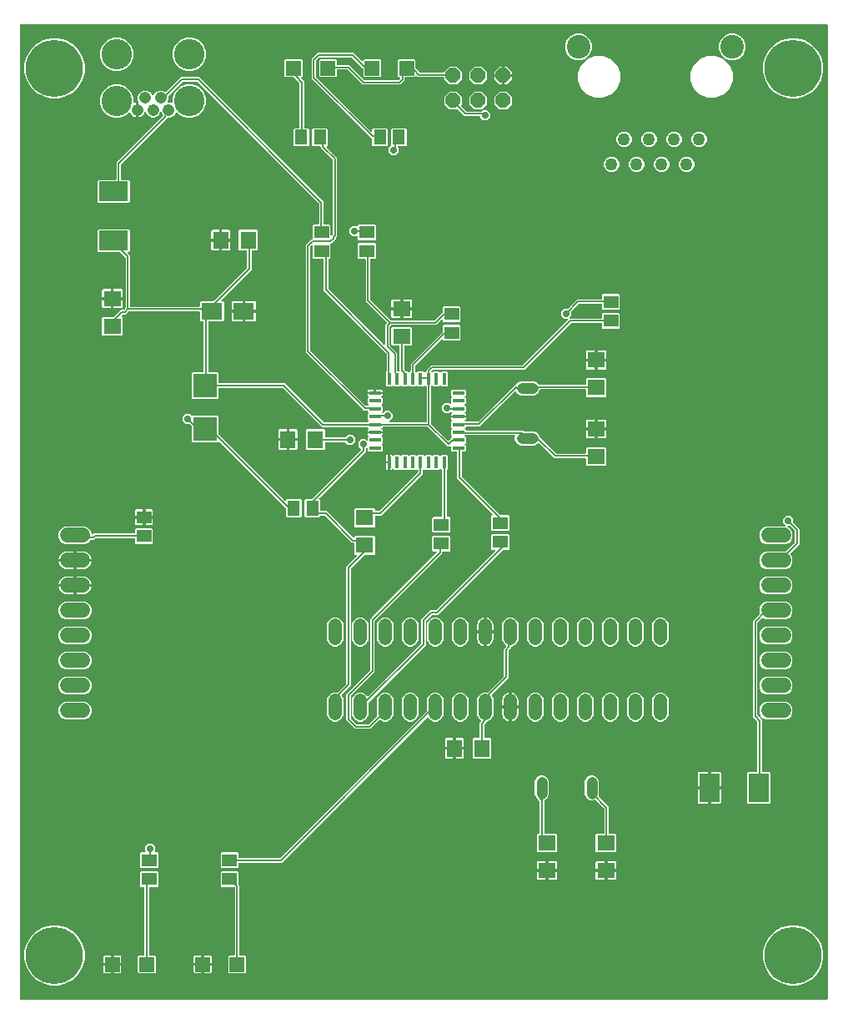
<source format=gbr>
G04 EAGLE Gerber RS-274X export*
G75*
%MOMM*%
%FSLAX34Y34*%
%LPD*%
%INTop Copper*%
%IPPOS*%
%AMOC8*
5,1,8,0,0,1.08239X$1,22.5*%
G01*
%ADD10R,1.800000X1.600000*%
%ADD11R,1.600000X1.800000*%
%ADD12R,2.150000X1.800000*%
%ADD13R,2.400000X2.400000*%
%ADD14R,0.400000X1.200000*%
%ADD15R,1.200000X0.400000*%
%ADD16C,1.524000*%
%ADD17R,1.500000X1.500000*%
%ADD18R,1.500000X1.300000*%
%ADD19R,1.300000X1.500000*%
%ADD20C,1.117600*%
%ADD21C,1.320800*%
%ADD22P,1.649562X8X22.500000*%
%ADD23C,1.258000*%
%ADD24C,2.400000*%
%ADD25C,1.208000*%
%ADD26C,3.092400*%
%ADD27R,2.950000X2.020000*%
%ADD28R,2.020000X2.950000*%
%ADD29C,0.152400*%
%ADD30C,0.756400*%
%ADD31C,0.711200*%
%ADD32C,5.800000*%

G36*
X824178Y5084D02*
X824178Y5084D01*
X824197Y5082D01*
X824299Y5104D01*
X824401Y5120D01*
X824418Y5130D01*
X824438Y5134D01*
X824527Y5187D01*
X824618Y5236D01*
X824632Y5250D01*
X824649Y5260D01*
X824716Y5339D01*
X824788Y5414D01*
X824796Y5432D01*
X824809Y5447D01*
X824848Y5543D01*
X824891Y5637D01*
X824893Y5657D01*
X824901Y5675D01*
X824919Y5842D01*
X824919Y994038D01*
X824916Y994058D01*
X824918Y994077D01*
X824896Y994179D01*
X824880Y994281D01*
X824870Y994298D01*
X824866Y994318D01*
X824813Y994407D01*
X824764Y994498D01*
X824750Y994512D01*
X824740Y994529D01*
X824661Y994596D01*
X824586Y994668D01*
X824568Y994676D01*
X824553Y994689D01*
X824457Y994728D01*
X824363Y994771D01*
X824343Y994773D01*
X824325Y994781D01*
X824158Y994799D01*
X5842Y994799D01*
X5822Y994796D01*
X5803Y994798D01*
X5701Y994776D01*
X5599Y994760D01*
X5582Y994750D01*
X5562Y994746D01*
X5473Y994693D01*
X5382Y994644D01*
X5368Y994630D01*
X5351Y994620D01*
X5284Y994541D01*
X5212Y994466D01*
X5204Y994448D01*
X5191Y994433D01*
X5152Y994337D01*
X5109Y994243D01*
X5107Y994223D01*
X5099Y994205D01*
X5081Y994038D01*
X5081Y5842D01*
X5084Y5822D01*
X5082Y5803D01*
X5104Y5701D01*
X5120Y5599D01*
X5130Y5582D01*
X5134Y5562D01*
X5187Y5473D01*
X5236Y5382D01*
X5250Y5368D01*
X5260Y5351D01*
X5339Y5284D01*
X5414Y5212D01*
X5432Y5204D01*
X5447Y5191D01*
X5543Y5152D01*
X5637Y5109D01*
X5657Y5107D01*
X5675Y5099D01*
X5842Y5081D01*
X824158Y5081D01*
X824178Y5084D01*
G37*
%LPC*%
G36*
X484468Y480575D02*
X484468Y480575D01*
X483575Y481468D01*
X483575Y495732D01*
X484486Y496643D01*
X484523Y496656D01*
X484574Y496664D01*
X484638Y496698D01*
X484705Y496723D01*
X484746Y496755D01*
X484792Y496780D01*
X484841Y496832D01*
X484897Y496876D01*
X484925Y496920D01*
X484961Y496958D01*
X484991Y497023D01*
X485030Y497083D01*
X485043Y497134D01*
X485065Y497181D01*
X485073Y497252D01*
X485090Y497322D01*
X485086Y497374D01*
X485092Y497425D01*
X485077Y497496D01*
X485071Y497567D01*
X485051Y497615D01*
X485040Y497666D01*
X485003Y497727D01*
X484975Y497793D01*
X484930Y497849D01*
X484913Y497877D01*
X484896Y497892D01*
X484870Y497924D01*
X448817Y533977D01*
X448817Y560314D01*
X448814Y560334D01*
X448816Y560353D01*
X448794Y560455D01*
X448778Y560557D01*
X448768Y560574D01*
X448764Y560594D01*
X448711Y560683D01*
X448662Y560774D01*
X448648Y560788D01*
X448638Y560805D01*
X448559Y560872D01*
X448484Y560944D01*
X448466Y560952D01*
X448451Y560965D01*
X448355Y561004D01*
X448261Y561047D01*
X448241Y561049D01*
X448223Y561057D01*
X448056Y561075D01*
X443318Y561075D01*
X442425Y561968D01*
X442425Y566122D01*
X442414Y566192D01*
X442412Y566264D01*
X442394Y566313D01*
X442386Y566364D01*
X442352Y566428D01*
X442327Y566495D01*
X442295Y566536D01*
X442270Y566582D01*
X442219Y566631D01*
X442174Y566687D01*
X442130Y566715D01*
X442092Y566751D01*
X442027Y566781D01*
X441967Y566820D01*
X441916Y566833D01*
X441869Y566855D01*
X441798Y566863D01*
X441728Y566880D01*
X441676Y566876D01*
X441625Y566882D01*
X441554Y566867D01*
X441483Y566861D01*
X441435Y566841D01*
X441384Y566830D01*
X441323Y566793D01*
X441257Y566765D01*
X441201Y566720D01*
X441173Y566703D01*
X441158Y566686D01*
X441126Y566660D01*
X440903Y566437D01*
X439009Y566437D01*
X437446Y568000D01*
X419356Y586090D01*
X419282Y586143D01*
X419212Y586203D01*
X419182Y586215D01*
X419156Y586234D01*
X419069Y586261D01*
X418984Y586295D01*
X418943Y586299D01*
X418921Y586306D01*
X418889Y586305D01*
X418817Y586313D01*
X373635Y586313D01*
X373545Y586299D01*
X373454Y586291D01*
X373424Y586279D01*
X373392Y586274D01*
X373312Y586231D01*
X373228Y586195D01*
X373195Y586169D01*
X373175Y586158D01*
X373153Y586135D01*
X373097Y586090D01*
X372119Y585113D01*
X372092Y585075D01*
X372058Y585044D01*
X372021Y584976D01*
X371975Y584913D01*
X371962Y584869D01*
X371940Y584829D01*
X371926Y584752D01*
X371903Y584678D01*
X371904Y584632D01*
X371896Y584587D01*
X371907Y584510D01*
X371909Y584432D01*
X371925Y584389D01*
X371932Y584343D01*
X371967Y584274D01*
X371994Y584201D01*
X372022Y584165D01*
X372043Y584124D01*
X372099Y584070D01*
X372147Y584009D01*
X372186Y583984D01*
X372219Y583952D01*
X372298Y583908D01*
X372743Y583464D01*
X372975Y582903D01*
X372975Y581599D01*
X365688Y581599D01*
X365669Y581596D01*
X365649Y581598D01*
X365547Y581576D01*
X365445Y581560D01*
X365444Y581559D01*
X365417Y581571D01*
X365397Y581573D01*
X365379Y581581D01*
X365212Y581599D01*
X357925Y581599D01*
X357925Y582903D01*
X358157Y583464D01*
X358598Y583904D01*
X358616Y583911D01*
X358677Y583960D01*
X358743Y584001D01*
X358772Y584036D01*
X358808Y584065D01*
X358850Y584130D01*
X358900Y584190D01*
X358916Y584233D01*
X358941Y584272D01*
X358960Y584347D01*
X358988Y584420D01*
X358990Y584466D01*
X359001Y584510D01*
X358995Y584588D01*
X358999Y584665D01*
X358986Y584709D01*
X358982Y584755D01*
X358952Y584827D01*
X358930Y584902D01*
X358904Y584939D01*
X358886Y584982D01*
X358800Y585089D01*
X358790Y585104D01*
X358786Y585107D01*
X358781Y585113D01*
X358139Y585754D01*
X358065Y585808D01*
X357996Y585867D01*
X357966Y585879D01*
X357940Y585898D01*
X357853Y585925D01*
X357768Y585959D01*
X357727Y585963D01*
X357705Y585970D01*
X357672Y585969D01*
X357601Y585977D01*
X311473Y585977D01*
X272072Y625378D01*
X271998Y625431D01*
X271928Y625491D01*
X271898Y625503D01*
X271872Y625522D01*
X271785Y625549D01*
X271700Y625583D01*
X271659Y625587D01*
X271637Y625594D01*
X271605Y625593D01*
X271533Y625601D01*
X206886Y625601D01*
X206866Y625598D01*
X206847Y625600D01*
X206745Y625578D01*
X206643Y625562D01*
X206626Y625552D01*
X206606Y625548D01*
X206517Y625495D01*
X206426Y625446D01*
X206412Y625432D01*
X206395Y625422D01*
X206328Y625343D01*
X206256Y625268D01*
X206248Y625250D01*
X206235Y625235D01*
X206196Y625139D01*
X206153Y625045D01*
X206151Y625025D01*
X206143Y625007D01*
X206125Y624840D01*
X206125Y615268D01*
X205232Y614375D01*
X179968Y614375D01*
X179075Y615268D01*
X179075Y640532D01*
X179968Y641425D01*
X190500Y641425D01*
X190520Y641428D01*
X190539Y641426D01*
X190641Y641448D01*
X190743Y641464D01*
X190760Y641474D01*
X190780Y641478D01*
X190869Y641531D01*
X190960Y641580D01*
X190974Y641594D01*
X190991Y641604D01*
X191058Y641683D01*
X191130Y641758D01*
X191138Y641776D01*
X191151Y641791D01*
X191190Y641887D01*
X191233Y641981D01*
X191235Y642001D01*
X191243Y642019D01*
X191261Y642186D01*
X191261Y692114D01*
X191258Y692134D01*
X191260Y692153D01*
X191238Y692255D01*
X191222Y692357D01*
X191212Y692374D01*
X191208Y692394D01*
X191155Y692483D01*
X191106Y692574D01*
X191092Y692588D01*
X191082Y692605D01*
X191003Y692672D01*
X190928Y692744D01*
X190910Y692752D01*
X190895Y692765D01*
X190799Y692804D01*
X190705Y692847D01*
X190685Y692849D01*
X190667Y692857D01*
X190500Y692875D01*
X188268Y692875D01*
X187375Y693768D01*
X187375Y702564D01*
X187372Y702584D01*
X187374Y702603D01*
X187352Y702705D01*
X187336Y702807D01*
X187326Y702824D01*
X187322Y702844D01*
X187269Y702933D01*
X187220Y703024D01*
X187206Y703038D01*
X187196Y703055D01*
X187117Y703122D01*
X187042Y703194D01*
X187024Y703202D01*
X187009Y703215D01*
X186913Y703254D01*
X186819Y703297D01*
X186799Y703299D01*
X186781Y703307D01*
X186614Y703325D01*
X115563Y703325D01*
X115472Y703311D01*
X115382Y703303D01*
X115352Y703291D01*
X115320Y703286D01*
X115239Y703243D01*
X115155Y703207D01*
X115123Y703181D01*
X115102Y703170D01*
X115080Y703147D01*
X115024Y703102D01*
X112199Y700277D01*
X109467Y700277D01*
X109377Y700263D01*
X109286Y700255D01*
X109256Y700243D01*
X109224Y700238D01*
X109143Y700195D01*
X109059Y700159D01*
X109027Y700133D01*
X109006Y700122D01*
X108984Y700099D01*
X108928Y700054D01*
X107998Y699124D01*
X107956Y699066D01*
X107907Y699014D01*
X107885Y698967D01*
X107855Y698925D01*
X107834Y698856D01*
X107803Y698791D01*
X107798Y698739D01*
X107782Y698689D01*
X107784Y698618D01*
X107776Y698547D01*
X107787Y698496D01*
X107789Y698444D01*
X107813Y698376D01*
X107828Y698306D01*
X107855Y698261D01*
X107873Y698213D01*
X107918Y698157D01*
X107955Y698095D01*
X107994Y698061D01*
X108027Y698021D01*
X108052Y698004D01*
X109125Y696932D01*
X109125Y679668D01*
X108232Y678775D01*
X88968Y678775D01*
X88075Y679668D01*
X88075Y696932D01*
X88968Y697825D01*
X99915Y697825D01*
X100006Y697839D01*
X100096Y697847D01*
X100126Y697859D01*
X100158Y697864D01*
X100239Y697907D01*
X100323Y697943D01*
X100355Y697969D01*
X100376Y697980D01*
X100398Y698003D01*
X100454Y698048D01*
X107257Y704851D01*
X109989Y704851D01*
X110080Y704865D01*
X110170Y704873D01*
X110200Y704885D01*
X110232Y704890D01*
X110313Y704933D01*
X110397Y704969D01*
X110429Y704995D01*
X110450Y705006D01*
X110472Y705029D01*
X110528Y705074D01*
X111790Y706336D01*
X111843Y706410D01*
X111903Y706480D01*
X111915Y706510D01*
X111934Y706536D01*
X111961Y706623D01*
X111995Y706708D01*
X111999Y706749D01*
X112006Y706771D01*
X112005Y706803D01*
X112013Y706875D01*
X112013Y757689D01*
X111999Y757780D01*
X111991Y757870D01*
X111979Y757900D01*
X111974Y757932D01*
X111931Y758013D01*
X111895Y758097D01*
X111869Y758129D01*
X111858Y758150D01*
X111835Y758172D01*
X111790Y758228D01*
X106866Y763152D01*
X106792Y763205D01*
X106722Y763265D01*
X106692Y763277D01*
X106666Y763296D01*
X106579Y763323D01*
X106494Y763357D01*
X106453Y763361D01*
X106431Y763368D01*
X106399Y763367D01*
X106327Y763375D01*
X84618Y763375D01*
X83725Y764268D01*
X83725Y785732D01*
X84618Y786625D01*
X115382Y786625D01*
X116275Y785732D01*
X116275Y764268D01*
X115382Y763375D01*
X114948Y763375D01*
X114878Y763364D01*
X114806Y763362D01*
X114757Y763344D01*
X114706Y763336D01*
X114642Y763302D01*
X114575Y763277D01*
X114534Y763245D01*
X114488Y763220D01*
X114439Y763168D01*
X114383Y763124D01*
X114355Y763080D01*
X114319Y763042D01*
X114289Y762977D01*
X114250Y762917D01*
X114237Y762866D01*
X114215Y762819D01*
X114207Y762748D01*
X114190Y762678D01*
X114194Y762626D01*
X114188Y762575D01*
X114203Y762504D01*
X114209Y762433D01*
X114229Y762385D01*
X114240Y762334D01*
X114277Y762273D01*
X114305Y762207D01*
X114350Y762151D01*
X114367Y762123D01*
X114384Y762108D01*
X114410Y762076D01*
X116587Y759899D01*
X116587Y708660D01*
X116590Y708640D01*
X116588Y708621D01*
X116610Y708519D01*
X116626Y708417D01*
X116636Y708400D01*
X116640Y708380D01*
X116693Y708291D01*
X116742Y708200D01*
X116756Y708186D01*
X116766Y708169D01*
X116845Y708102D01*
X116920Y708030D01*
X116938Y708022D01*
X116953Y708009D01*
X117049Y707970D01*
X117143Y707927D01*
X117163Y707925D01*
X117181Y707917D01*
X117348Y707899D01*
X186614Y707899D01*
X186634Y707902D01*
X186653Y707900D01*
X186755Y707922D01*
X186857Y707938D01*
X186874Y707948D01*
X186894Y707952D01*
X186983Y708005D01*
X187074Y708054D01*
X187088Y708068D01*
X187105Y708078D01*
X187172Y708157D01*
X187244Y708232D01*
X187252Y708250D01*
X187265Y708265D01*
X187304Y708361D01*
X187347Y708455D01*
X187349Y708475D01*
X187357Y708493D01*
X187375Y708660D01*
X187375Y713032D01*
X188268Y713925D01*
X201360Y713925D01*
X201450Y713939D01*
X201541Y713947D01*
X201570Y713959D01*
X201602Y713964D01*
X201683Y714007D01*
X201767Y714043D01*
X201799Y714069D01*
X201820Y714080D01*
X201842Y714103D01*
X201898Y714148D01*
X235234Y747484D01*
X235287Y747558D01*
X235347Y747628D01*
X235359Y747658D01*
X235378Y747684D01*
X235405Y747771D01*
X235439Y747856D01*
X235443Y747897D01*
X235450Y747919D01*
X235449Y747951D01*
X235457Y748023D01*
X235457Y764314D01*
X235454Y764334D01*
X235456Y764353D01*
X235434Y764455D01*
X235418Y764557D01*
X235408Y764574D01*
X235404Y764594D01*
X235351Y764683D01*
X235302Y764774D01*
X235288Y764788D01*
X235278Y764805D01*
X235199Y764872D01*
X235124Y764944D01*
X235106Y764952D01*
X235091Y764965D01*
X234995Y765004D01*
X234901Y765047D01*
X234881Y765049D01*
X234863Y765057D01*
X234696Y765075D01*
X227968Y765075D01*
X227075Y765968D01*
X227075Y785232D01*
X227968Y786125D01*
X245232Y786125D01*
X246125Y785232D01*
X246125Y765968D01*
X245232Y765075D01*
X240792Y765075D01*
X240772Y765072D01*
X240753Y765074D01*
X240651Y765052D01*
X240549Y765036D01*
X240532Y765026D01*
X240512Y765022D01*
X240423Y764969D01*
X240332Y764920D01*
X240318Y764906D01*
X240301Y764896D01*
X240234Y764817D01*
X240162Y764742D01*
X240154Y764724D01*
X240141Y764709D01*
X240102Y764613D01*
X240059Y764519D01*
X240057Y764499D01*
X240049Y764481D01*
X240031Y764314D01*
X240031Y745813D01*
X209442Y715224D01*
X209400Y715166D01*
X209351Y715114D01*
X209329Y715067D01*
X209299Y715025D01*
X209278Y714956D01*
X209247Y714891D01*
X209242Y714839D01*
X209226Y714789D01*
X209228Y714718D01*
X209220Y714647D01*
X209231Y714596D01*
X209233Y714544D01*
X209257Y714476D01*
X209272Y714406D01*
X209299Y714361D01*
X209317Y714313D01*
X209362Y714257D01*
X209399Y714195D01*
X209438Y714161D01*
X209471Y714121D01*
X209531Y714082D01*
X209586Y714035D01*
X209634Y714016D01*
X209678Y713988D01*
X209747Y713970D01*
X209814Y713943D01*
X209885Y713935D01*
X209916Y713927D01*
X209940Y713929D01*
X209980Y713925D01*
X211032Y713925D01*
X211925Y713032D01*
X211925Y693768D01*
X211032Y692875D01*
X196596Y692875D01*
X196576Y692872D01*
X196557Y692874D01*
X196455Y692852D01*
X196353Y692836D01*
X196336Y692826D01*
X196316Y692822D01*
X196227Y692769D01*
X196136Y692720D01*
X196122Y692706D01*
X196105Y692696D01*
X196038Y692617D01*
X195966Y692542D01*
X195958Y692524D01*
X195945Y692509D01*
X195906Y692413D01*
X195863Y692319D01*
X195861Y692299D01*
X195853Y692281D01*
X195835Y692114D01*
X195835Y642186D01*
X195838Y642166D01*
X195836Y642147D01*
X195858Y642045D01*
X195874Y641943D01*
X195884Y641926D01*
X195888Y641906D01*
X195941Y641817D01*
X195990Y641726D01*
X196004Y641712D01*
X196014Y641695D01*
X196093Y641628D01*
X196168Y641556D01*
X196186Y641548D01*
X196201Y641535D01*
X196297Y641496D01*
X196391Y641453D01*
X196411Y641451D01*
X196429Y641443D01*
X196596Y641425D01*
X205232Y641425D01*
X206125Y640532D01*
X206125Y630936D01*
X206128Y630916D01*
X206126Y630897D01*
X206148Y630795D01*
X206164Y630693D01*
X206174Y630676D01*
X206178Y630656D01*
X206231Y630567D01*
X206280Y630476D01*
X206294Y630462D01*
X206304Y630445D01*
X206383Y630378D01*
X206458Y630306D01*
X206476Y630298D01*
X206491Y630285D01*
X206587Y630246D01*
X206681Y630203D01*
X206701Y630201D01*
X206719Y630193D01*
X206886Y630175D01*
X273743Y630175D01*
X313144Y590774D01*
X313218Y590721D01*
X313288Y590661D01*
X313318Y590649D01*
X313344Y590630D01*
X313431Y590603D01*
X313516Y590569D01*
X313557Y590565D01*
X313579Y590558D01*
X313611Y590559D01*
X313683Y590551D01*
X357164Y590551D01*
X357184Y590554D01*
X357203Y590552D01*
X357305Y590574D01*
X357407Y590590D01*
X357424Y590600D01*
X357444Y590604D01*
X357533Y590657D01*
X357624Y590706D01*
X357638Y590720D01*
X357655Y590730D01*
X357722Y590809D01*
X357794Y590884D01*
X357802Y590902D01*
X357815Y590917D01*
X357854Y591013D01*
X357897Y591107D01*
X357899Y591127D01*
X357907Y591145D01*
X357915Y591222D01*
X358755Y592062D01*
X358767Y592078D01*
X358783Y592090D01*
X358839Y592178D01*
X358899Y592261D01*
X358905Y592280D01*
X358916Y592297D01*
X358941Y592398D01*
X358971Y592497D01*
X358971Y592516D01*
X358976Y592536D01*
X358968Y592639D01*
X358965Y592742D01*
X358958Y592761D01*
X358957Y592781D01*
X358916Y592876D01*
X358881Y592973D01*
X358868Y592989D01*
X358860Y593007D01*
X358755Y593138D01*
X357925Y593968D01*
X357925Y599232D01*
X358755Y600062D01*
X358767Y600078D01*
X358783Y600090D01*
X358839Y600178D01*
X358899Y600261D01*
X358905Y600280D01*
X358916Y600297D01*
X358941Y600398D01*
X358971Y600497D01*
X358971Y600516D01*
X358976Y600536D01*
X358968Y600639D01*
X358965Y600742D01*
X358958Y600761D01*
X358957Y600781D01*
X358916Y600876D01*
X358881Y600973D01*
X358868Y600989D01*
X358860Y601007D01*
X358755Y601138D01*
X357925Y601968D01*
X357925Y601980D01*
X357922Y602000D01*
X357924Y602019D01*
X357902Y602121D01*
X357886Y602223D01*
X357876Y602240D01*
X357872Y602260D01*
X357819Y602349D01*
X357770Y602440D01*
X357756Y602454D01*
X357746Y602471D01*
X357667Y602538D01*
X357592Y602610D01*
X357574Y602618D01*
X357559Y602631D01*
X357463Y602670D01*
X357369Y602713D01*
X357349Y602715D01*
X357331Y602723D01*
X357164Y602741D01*
X354145Y602741D01*
X294893Y661993D01*
X294893Y770567D01*
X300805Y776479D01*
X301214Y776479D01*
X301234Y776482D01*
X301253Y776480D01*
X301355Y776502D01*
X301457Y776518D01*
X301474Y776528D01*
X301494Y776532D01*
X301583Y776585D01*
X301674Y776634D01*
X301688Y776648D01*
X301705Y776658D01*
X301772Y776737D01*
X301844Y776812D01*
X301852Y776830D01*
X301865Y776845D01*
X301904Y776941D01*
X301947Y777035D01*
X301949Y777055D01*
X301957Y777073D01*
X301975Y777240D01*
X301975Y790832D01*
X302868Y791725D01*
X307848Y791725D01*
X307868Y791728D01*
X307887Y791726D01*
X307989Y791748D01*
X308091Y791764D01*
X308108Y791774D01*
X308128Y791778D01*
X308217Y791831D01*
X308308Y791880D01*
X308322Y791894D01*
X308339Y791904D01*
X308406Y791983D01*
X308478Y792058D01*
X308486Y792076D01*
X308499Y792091D01*
X308538Y792187D01*
X308581Y792281D01*
X308583Y792301D01*
X308591Y792319D01*
X308609Y792486D01*
X308609Y812553D01*
X308595Y812644D01*
X308587Y812734D01*
X308575Y812764D01*
X308570Y812796D01*
X308527Y812877D01*
X308491Y812961D01*
X308465Y812993D01*
X308454Y813014D01*
X308431Y813036D01*
X308386Y813092D01*
X185204Y936274D01*
X185130Y936327D01*
X185060Y936387D01*
X185030Y936399D01*
X185004Y936418D01*
X184917Y936445D01*
X184832Y936479D01*
X184791Y936483D01*
X184769Y936490D01*
X184737Y936489D01*
X184665Y936497D01*
X170427Y936497D01*
X170336Y936483D01*
X170246Y936475D01*
X170216Y936463D01*
X170184Y936458D01*
X170103Y936415D01*
X170019Y936379D01*
X169987Y936353D01*
X169966Y936342D01*
X169944Y936319D01*
X169888Y936274D01*
X155721Y922107D01*
X155653Y922012D01*
X155583Y921918D01*
X155581Y921912D01*
X155577Y921907D01*
X155543Y921795D01*
X155506Y921684D01*
X155506Y921678D01*
X155505Y921672D01*
X155508Y921555D01*
X155509Y921438D01*
X155511Y921431D01*
X155511Y921426D01*
X155517Y921409D01*
X155556Y921277D01*
X155565Y921255D01*
X155565Y918245D01*
X154787Y916367D01*
X154776Y916323D01*
X154757Y916281D01*
X154748Y916204D01*
X154731Y916128D01*
X154735Y916082D01*
X154730Y916037D01*
X154746Y915960D01*
X154754Y915883D01*
X154772Y915841D01*
X154782Y915796D01*
X154822Y915729D01*
X154854Y915658D01*
X154885Y915624D01*
X154908Y915585D01*
X154967Y915534D01*
X155020Y915477D01*
X155060Y915455D01*
X155095Y915425D01*
X155167Y915396D01*
X155236Y915359D01*
X155281Y915350D01*
X155323Y915333D01*
X155459Y915318D01*
X155478Y915315D01*
X155483Y915316D01*
X155490Y915315D01*
X157505Y915315D01*
X158961Y914712D01*
X159005Y914701D01*
X159047Y914682D01*
X159124Y914673D01*
X159200Y914655D01*
X159246Y914660D01*
X159291Y914655D01*
X159368Y914671D01*
X159445Y914679D01*
X159487Y914697D01*
X159532Y914707D01*
X159599Y914747D01*
X159670Y914779D01*
X159704Y914810D01*
X159743Y914833D01*
X159794Y914892D01*
X159851Y914945D01*
X159873Y914985D01*
X159903Y915020D01*
X159932Y915092D01*
X159969Y915160D01*
X159978Y915206D01*
X159995Y915248D01*
X160010Y915384D01*
X160013Y915403D01*
X160012Y915407D01*
X160013Y915415D01*
X160013Y920129D01*
X162599Y926372D01*
X167378Y931151D01*
X173621Y933737D01*
X180379Y933737D01*
X186622Y931151D01*
X191401Y926372D01*
X193987Y920129D01*
X193987Y913371D01*
X191401Y907128D01*
X186622Y902349D01*
X180379Y899763D01*
X173621Y899763D01*
X167378Y902349D01*
X164346Y905381D01*
X164309Y905408D01*
X164278Y905442D01*
X164209Y905479D01*
X164146Y905525D01*
X164103Y905538D01*
X164062Y905560D01*
X163986Y905574D01*
X163911Y905597D01*
X163865Y905596D01*
X163820Y905604D01*
X163743Y905593D01*
X163665Y905591D01*
X163622Y905575D01*
X163577Y905568D01*
X163507Y905533D01*
X163434Y905506D01*
X163398Y905477D01*
X163358Y905457D01*
X163303Y905401D01*
X163242Y905352D01*
X163217Y905314D01*
X163185Y905281D01*
X163119Y905161D01*
X163109Y905146D01*
X163108Y905141D01*
X163104Y905134D01*
X162413Y903465D01*
X160285Y901337D01*
X157505Y900185D01*
X155448Y900185D01*
X155428Y900182D01*
X155409Y900184D01*
X155320Y900165D01*
X155267Y900161D01*
X155247Y900152D01*
X155205Y900146D01*
X155188Y900136D01*
X155168Y900132D01*
X155092Y900086D01*
X155041Y900065D01*
X155018Y900046D01*
X154988Y900030D01*
X154974Y900016D01*
X154957Y900006D01*
X154935Y899980D01*
X154910Y899960D01*
X107666Y852716D01*
X107613Y852642D01*
X107553Y852572D01*
X107541Y852542D01*
X107522Y852516D01*
X107495Y852429D01*
X107461Y852344D01*
X107457Y852303D01*
X107450Y852281D01*
X107451Y852249D01*
X107443Y852177D01*
X107443Y837386D01*
X107446Y837366D01*
X107444Y837347D01*
X107466Y837245D01*
X107482Y837143D01*
X107492Y837126D01*
X107496Y837106D01*
X107549Y837017D01*
X107598Y836926D01*
X107612Y836912D01*
X107622Y836895D01*
X107701Y836828D01*
X107776Y836756D01*
X107794Y836748D01*
X107809Y836735D01*
X107905Y836696D01*
X107999Y836653D01*
X108019Y836651D01*
X108037Y836643D01*
X108204Y836625D01*
X115382Y836625D01*
X116275Y835732D01*
X116275Y814268D01*
X115382Y813375D01*
X84618Y813375D01*
X83725Y814268D01*
X83725Y835732D01*
X84618Y836625D01*
X102108Y836625D01*
X102128Y836628D01*
X102147Y836626D01*
X102249Y836648D01*
X102351Y836664D01*
X102368Y836674D01*
X102388Y836678D01*
X102477Y836731D01*
X102568Y836780D01*
X102582Y836794D01*
X102599Y836804D01*
X102666Y836883D01*
X102738Y836958D01*
X102746Y836976D01*
X102759Y836991D01*
X102798Y837087D01*
X102841Y837181D01*
X102843Y837201D01*
X102851Y837219D01*
X102869Y837386D01*
X102869Y854387D01*
X149890Y901408D01*
X149943Y901482D01*
X150003Y901552D01*
X150015Y901582D01*
X150034Y901608D01*
X150061Y901695D01*
X150095Y901780D01*
X150099Y901821D01*
X150106Y901843D01*
X150105Y901875D01*
X150113Y901947D01*
X150113Y902623D01*
X150112Y902631D01*
X150112Y902634D01*
X150109Y902647D01*
X150099Y902713D01*
X150091Y902804D01*
X150079Y902834D01*
X150074Y902866D01*
X150031Y902947D01*
X149995Y903031D01*
X149969Y903063D01*
X149958Y903083D01*
X149935Y903106D01*
X149890Y903162D01*
X149587Y903465D01*
X148703Y905598D01*
X148665Y905659D01*
X148636Y905725D01*
X148601Y905763D01*
X148574Y905807D01*
X148518Y905853D01*
X148470Y905906D01*
X148424Y905931D01*
X148384Y905964D01*
X148317Y905990D01*
X148254Y906024D01*
X148203Y906034D01*
X148155Y906052D01*
X148083Y906055D01*
X148012Y906068D01*
X147961Y906060D01*
X147909Y906063D01*
X147840Y906043D01*
X147769Y906032D01*
X147723Y906009D01*
X147673Y905994D01*
X147614Y905953D01*
X147550Y905921D01*
X147513Y905884D01*
X147471Y905854D01*
X147428Y905796D01*
X147378Y905745D01*
X147343Y905682D01*
X147324Y905657D01*
X147317Y905634D01*
X147297Y905598D01*
X146413Y903465D01*
X144285Y901337D01*
X141505Y900185D01*
X138495Y900185D01*
X135715Y901337D01*
X133587Y903465D01*
X132703Y905598D01*
X132665Y905659D01*
X132636Y905725D01*
X132601Y905763D01*
X132574Y905807D01*
X132518Y905853D01*
X132470Y905906D01*
X132424Y905931D01*
X132384Y905964D01*
X132317Y905990D01*
X132254Y906024D01*
X132203Y906034D01*
X132155Y906052D01*
X132083Y906055D01*
X132012Y906068D01*
X131961Y906060D01*
X131909Y906063D01*
X131840Y906043D01*
X131769Y906032D01*
X131723Y906009D01*
X131673Y905994D01*
X131614Y905953D01*
X131550Y905921D01*
X131513Y905884D01*
X131471Y905854D01*
X131428Y905796D01*
X131378Y905745D01*
X131343Y905682D01*
X131324Y905657D01*
X131317Y905634D01*
X131297Y905598D01*
X130704Y904167D01*
X129876Y902928D01*
X128822Y901874D01*
X127583Y901046D01*
X126207Y900476D01*
X125523Y900340D01*
X125523Y906988D01*
X125520Y907008D01*
X125522Y907027D01*
X125500Y907129D01*
X125483Y907231D01*
X125474Y907248D01*
X125470Y907268D01*
X125417Y907357D01*
X125368Y907448D01*
X125354Y907462D01*
X125344Y907479D01*
X125265Y907546D01*
X125190Y907617D01*
X125172Y907626D01*
X125157Y907639D01*
X125061Y907677D01*
X124967Y907721D01*
X124947Y907723D01*
X124929Y907731D01*
X124762Y907749D01*
X123238Y907749D01*
X123218Y907746D01*
X123199Y907748D01*
X123097Y907726D01*
X122995Y907709D01*
X122978Y907700D01*
X122958Y907696D01*
X122869Y907643D01*
X122778Y907594D01*
X122764Y907580D01*
X122747Y907570D01*
X122680Y907491D01*
X122609Y907416D01*
X122600Y907398D01*
X122587Y907383D01*
X122548Y907287D01*
X122505Y907193D01*
X122503Y907173D01*
X122495Y907155D01*
X122477Y906988D01*
X122477Y900340D01*
X121793Y900476D01*
X120417Y901046D01*
X119178Y901874D01*
X118124Y902928D01*
X117296Y904167D01*
X116896Y905134D01*
X116871Y905173D01*
X116856Y905216D01*
X116807Y905277D01*
X116766Y905343D01*
X116731Y905373D01*
X116702Y905408D01*
X116636Y905450D01*
X116576Y905500D01*
X116534Y905516D01*
X116495Y905541D01*
X116419Y905560D01*
X116347Y905588D01*
X116301Y905590D01*
X116256Y905601D01*
X116179Y905595D01*
X116101Y905599D01*
X116057Y905586D01*
X116011Y905582D01*
X115940Y905552D01*
X115865Y905530D01*
X115827Y905504D01*
X115785Y905486D01*
X115678Y905401D01*
X115663Y905390D01*
X115660Y905386D01*
X115654Y905381D01*
X112622Y902349D01*
X106379Y899763D01*
X99621Y899763D01*
X93378Y902349D01*
X88599Y907128D01*
X86013Y913371D01*
X86013Y920129D01*
X88599Y926372D01*
X93378Y931151D01*
X99621Y933737D01*
X106379Y933737D01*
X112622Y931151D01*
X117401Y926372D01*
X119987Y920129D01*
X119987Y915415D01*
X119994Y915370D01*
X119992Y915324D01*
X120014Y915249D01*
X120026Y915172D01*
X120048Y915132D01*
X120061Y915088D01*
X120105Y915023D01*
X120142Y914955D01*
X120175Y914923D01*
X120201Y914885D01*
X120264Y914839D01*
X120320Y914785D01*
X120362Y914766D01*
X120398Y914739D01*
X120472Y914715D01*
X120543Y914682D01*
X120589Y914677D01*
X120632Y914663D01*
X120710Y914663D01*
X120787Y914655D01*
X120832Y914664D01*
X120878Y914665D01*
X121009Y914703D01*
X121028Y914707D01*
X121032Y914710D01*
X121039Y914712D01*
X121793Y915024D01*
X122477Y915160D01*
X122477Y908512D01*
X122480Y908492D01*
X122478Y908473D01*
X122500Y908371D01*
X122517Y908269D01*
X122526Y908252D01*
X122530Y908232D01*
X122583Y908143D01*
X122632Y908052D01*
X122646Y908038D01*
X122656Y908021D01*
X122735Y907954D01*
X122810Y907883D01*
X122828Y907874D01*
X122843Y907861D01*
X122939Y907823D01*
X123033Y907779D01*
X123053Y907777D01*
X123071Y907769D01*
X123238Y907751D01*
X124762Y907751D01*
X124782Y907754D01*
X124801Y907752D01*
X124903Y907774D01*
X125005Y907791D01*
X125022Y907800D01*
X125042Y907804D01*
X125131Y907857D01*
X125222Y907906D01*
X125236Y907920D01*
X125253Y907930D01*
X125320Y908009D01*
X125391Y908084D01*
X125400Y908102D01*
X125413Y908117D01*
X125452Y908213D01*
X125495Y908307D01*
X125497Y908327D01*
X125505Y908345D01*
X125523Y908512D01*
X125523Y915467D01*
X125513Y915532D01*
X125512Y915598D01*
X125489Y915678D01*
X125483Y915710D01*
X125474Y915727D01*
X125465Y915759D01*
X124435Y918245D01*
X124435Y921255D01*
X125587Y924035D01*
X127715Y926163D01*
X130495Y927315D01*
X133505Y927315D01*
X136285Y926163D01*
X138413Y924035D01*
X139297Y921902D01*
X139335Y921841D01*
X139364Y921775D01*
X139399Y921737D01*
X139426Y921693D01*
X139482Y921647D01*
X139530Y921594D01*
X139576Y921569D01*
X139616Y921536D01*
X139683Y921510D01*
X139746Y921476D01*
X139797Y921466D01*
X139845Y921448D01*
X139917Y921445D01*
X139988Y921432D01*
X140039Y921440D01*
X140091Y921437D01*
X140160Y921457D01*
X140231Y921468D01*
X140277Y921491D01*
X140327Y921506D01*
X140386Y921547D01*
X140450Y921579D01*
X140487Y921616D01*
X140529Y921646D01*
X140572Y921704D01*
X140622Y921755D01*
X140657Y921818D01*
X140676Y921843D01*
X140683Y921866D01*
X140703Y921902D01*
X141587Y924035D01*
X143715Y926163D01*
X146495Y927315D01*
X149505Y927315D01*
X152288Y926162D01*
X152375Y926106D01*
X152458Y926046D01*
X152477Y926040D01*
X152494Y926029D01*
X152595Y926004D01*
X152694Y925973D01*
X152713Y925974D01*
X152733Y925969D01*
X152836Y925977D01*
X152939Y925980D01*
X152958Y925987D01*
X152978Y925988D01*
X153073Y926029D01*
X153170Y926064D01*
X153186Y926077D01*
X153204Y926084D01*
X153335Y926189D01*
X168217Y941071D01*
X186875Y941071D01*
X313183Y814763D01*
X313183Y792486D01*
X313186Y792466D01*
X313184Y792447D01*
X313206Y792345D01*
X313222Y792243D01*
X313232Y792226D01*
X313236Y792206D01*
X313289Y792117D01*
X313338Y792026D01*
X313352Y792012D01*
X313362Y791995D01*
X313441Y791928D01*
X313516Y791856D01*
X313534Y791848D01*
X313549Y791835D01*
X313645Y791796D01*
X313739Y791753D01*
X313759Y791751D01*
X313777Y791743D01*
X313944Y791725D01*
X319132Y791725D01*
X320025Y790832D01*
X320025Y780772D01*
X320027Y780762D01*
X320026Y780755D01*
X320033Y780721D01*
X320036Y780702D01*
X320038Y780630D01*
X320056Y780581D01*
X320064Y780530D01*
X320098Y780466D01*
X320123Y780399D01*
X320155Y780358D01*
X320180Y780312D01*
X320232Y780263D01*
X320276Y780207D01*
X320320Y780179D01*
X320358Y780143D01*
X320423Y780113D01*
X320483Y780074D01*
X320534Y780061D01*
X320581Y780039D01*
X320652Y780031D01*
X320722Y780014D01*
X320774Y780018D01*
X320825Y780012D01*
X320896Y780027D01*
X320967Y780033D01*
X321015Y780053D01*
X321066Y780064D01*
X321127Y780101D01*
X321193Y780129D01*
X321249Y780174D01*
X321277Y780191D01*
X321292Y780208D01*
X321324Y780234D01*
X322102Y781012D01*
X322155Y781086D01*
X322167Y781100D01*
X322194Y781128D01*
X322197Y781134D01*
X322215Y781156D01*
X322227Y781186D01*
X322246Y781212D01*
X322272Y781296D01*
X322297Y781351D01*
X322299Y781363D01*
X322307Y781384D01*
X322311Y781425D01*
X322318Y781447D01*
X322317Y781479D01*
X322325Y781551D01*
X322325Y856749D01*
X322311Y856840D01*
X322303Y856930D01*
X322291Y856960D01*
X322286Y856992D01*
X322243Y857073D01*
X322207Y857157D01*
X322181Y857189D01*
X322170Y857210D01*
X322147Y857232D01*
X322102Y857288D01*
X310133Y869257D01*
X310133Y870214D01*
X310130Y870234D01*
X310132Y870253D01*
X310110Y870355D01*
X310094Y870457D01*
X310084Y870474D01*
X310080Y870494D01*
X310027Y870583D01*
X309978Y870674D01*
X309964Y870688D01*
X309954Y870705D01*
X309875Y870772D01*
X309800Y870844D01*
X309782Y870852D01*
X309767Y870865D01*
X309671Y870904D01*
X309577Y870947D01*
X309557Y870949D01*
X309539Y870957D01*
X309372Y870975D01*
X302368Y870975D01*
X301475Y871868D01*
X301475Y888132D01*
X302368Y889025D01*
X316632Y889025D01*
X317525Y888132D01*
X317525Y871868D01*
X316619Y870963D01*
X316578Y870962D01*
X316529Y870944D01*
X316478Y870936D01*
X316414Y870902D01*
X316347Y870877D01*
X316306Y870845D01*
X316260Y870820D01*
X316211Y870768D01*
X316155Y870724D01*
X316127Y870680D01*
X316091Y870642D01*
X316061Y870577D01*
X316022Y870517D01*
X316009Y870466D01*
X315987Y870419D01*
X315979Y870348D01*
X315962Y870278D01*
X315966Y870226D01*
X315960Y870175D01*
X315975Y870104D01*
X315981Y870033D01*
X316001Y869985D01*
X316012Y869934D01*
X316049Y869873D01*
X316077Y869807D01*
X316122Y869751D01*
X316139Y869723D01*
X316156Y869708D01*
X316182Y869676D01*
X326899Y858959D01*
X326899Y779341D01*
X325598Y778040D01*
X325545Y777966D01*
X325485Y777896D01*
X325473Y777866D01*
X325454Y777840D01*
X325427Y777753D01*
X325393Y777668D01*
X325389Y777627D01*
X325382Y777605D01*
X325383Y777573D01*
X325375Y777501D01*
X325375Y776293D01*
X320987Y771905D01*
X320786Y771905D01*
X320766Y771902D01*
X320747Y771904D01*
X320645Y771882D01*
X320543Y771866D01*
X320526Y771856D01*
X320506Y771852D01*
X320417Y771799D01*
X320326Y771750D01*
X320312Y771736D01*
X320295Y771726D01*
X320228Y771647D01*
X320156Y771572D01*
X320148Y771554D01*
X320135Y771539D01*
X320096Y771443D01*
X320053Y771349D01*
X320051Y771329D01*
X320043Y771311D01*
X320025Y771144D01*
X320025Y757568D01*
X319132Y756675D01*
X318516Y756675D01*
X318496Y756672D01*
X318477Y756674D01*
X318375Y756652D01*
X318273Y756636D01*
X318256Y756626D01*
X318236Y756622D01*
X318147Y756569D01*
X318056Y756520D01*
X318042Y756506D01*
X318025Y756496D01*
X317958Y756417D01*
X317886Y756342D01*
X317878Y756324D01*
X317865Y756309D01*
X317826Y756213D01*
X317783Y756119D01*
X317781Y756099D01*
X317773Y756081D01*
X317755Y755914D01*
X317755Y726687D01*
X317769Y726596D01*
X317777Y726506D01*
X317789Y726476D01*
X317794Y726444D01*
X317837Y726363D01*
X317873Y726279D01*
X317899Y726247D01*
X317910Y726226D01*
X317933Y726204D01*
X317978Y726148D01*
X374366Y669760D01*
X374424Y669718D01*
X374476Y669669D01*
X374523Y669647D01*
X374565Y669617D01*
X374634Y669596D01*
X374699Y669565D01*
X374751Y669560D01*
X374801Y669544D01*
X374872Y669546D01*
X374943Y669538D01*
X374994Y669549D01*
X375046Y669551D01*
X375114Y669575D01*
X375184Y669590D01*
X375229Y669617D01*
X375277Y669635D01*
X375333Y669680D01*
X375395Y669717D01*
X375429Y669756D01*
X375469Y669789D01*
X375508Y669849D01*
X375555Y669904D01*
X375574Y669952D01*
X375602Y669996D01*
X375620Y670065D01*
X375647Y670132D01*
X375655Y670203D01*
X375663Y670234D01*
X375661Y670258D01*
X375665Y670298D01*
X375665Y689795D01*
X377228Y691358D01*
X377239Y691374D01*
X377255Y691386D01*
X377311Y691474D01*
X377371Y691557D01*
X377377Y691576D01*
X377388Y691593D01*
X377413Y691694D01*
X377444Y691793D01*
X377443Y691812D01*
X377448Y691832D01*
X377440Y691935D01*
X377437Y692038D01*
X377430Y692057D01*
X377429Y692077D01*
X377389Y692172D01*
X377353Y692269D01*
X377340Y692285D01*
X377333Y692303D01*
X377228Y692434D01*
X355853Y713809D01*
X355853Y755914D01*
X355850Y755934D01*
X355852Y755953D01*
X355830Y756055D01*
X355814Y756157D01*
X355804Y756174D01*
X355800Y756194D01*
X355747Y756283D01*
X355698Y756374D01*
X355684Y756388D01*
X355674Y756405D01*
X355595Y756472D01*
X355520Y756544D01*
X355502Y756552D01*
X355487Y756565D01*
X355391Y756604D01*
X355297Y756647D01*
X355277Y756649D01*
X355259Y756657D01*
X355092Y756675D01*
X349068Y756675D01*
X348175Y757568D01*
X348175Y771832D01*
X349068Y772725D01*
X365332Y772725D01*
X366225Y771832D01*
X366225Y757568D01*
X365332Y756675D01*
X361188Y756675D01*
X361168Y756672D01*
X361149Y756674D01*
X361047Y756652D01*
X360945Y756636D01*
X360928Y756626D01*
X360908Y756622D01*
X360819Y756569D01*
X360728Y756520D01*
X360714Y756506D01*
X360697Y756496D01*
X360630Y756417D01*
X360558Y756342D01*
X360550Y756324D01*
X360537Y756309D01*
X360498Y756213D01*
X360455Y756119D01*
X360453Y756099D01*
X360445Y756081D01*
X360427Y755914D01*
X360427Y716019D01*
X360441Y715928D01*
X360449Y715838D01*
X360461Y715808D01*
X360466Y715776D01*
X360509Y715695D01*
X360545Y715611D01*
X360571Y715579D01*
X360582Y715558D01*
X360605Y715536D01*
X360650Y715480D01*
X381724Y694406D01*
X381798Y694353D01*
X381868Y694293D01*
X381898Y694281D01*
X381924Y694262D01*
X382011Y694235D01*
X382096Y694201D01*
X382137Y694197D01*
X382159Y694190D01*
X382191Y694191D01*
X382263Y694183D01*
X425457Y694183D01*
X425548Y694197D01*
X425638Y694205D01*
X425668Y694217D01*
X425700Y694222D01*
X425781Y694265D01*
X425865Y694301D01*
X425897Y694327D01*
X425918Y694338D01*
X425940Y694361D01*
X425996Y694406D01*
X433852Y702262D01*
X433905Y702336D01*
X433965Y702406D01*
X433977Y702436D01*
X433996Y702462D01*
X434023Y702549D01*
X434057Y702634D01*
X434061Y702675D01*
X434068Y702697D01*
X434067Y702729D01*
X434075Y702801D01*
X434075Y707632D01*
X434968Y708525D01*
X451232Y708525D01*
X452125Y707632D01*
X452125Y693368D01*
X451232Y692475D01*
X434968Y692475D01*
X434075Y693368D01*
X434075Y694180D01*
X434064Y694250D01*
X434062Y694322D01*
X434044Y694371D01*
X434036Y694422D01*
X434002Y694486D01*
X433977Y694553D01*
X433945Y694594D01*
X433920Y694640D01*
X433868Y694689D01*
X433824Y694745D01*
X433780Y694773D01*
X433742Y694809D01*
X433677Y694839D01*
X433617Y694878D01*
X433566Y694891D01*
X433519Y694913D01*
X433448Y694921D01*
X433378Y694938D01*
X433326Y694934D01*
X433275Y694940D01*
X433204Y694925D01*
X433133Y694919D01*
X433085Y694899D01*
X433034Y694888D01*
X432973Y694851D01*
X432907Y694823D01*
X432851Y694778D01*
X432823Y694761D01*
X432808Y694744D01*
X432776Y694718D01*
X427667Y689609D01*
X382263Y689609D01*
X382172Y689595D01*
X382082Y689587D01*
X382052Y689575D01*
X382020Y689570D01*
X381939Y689527D01*
X381855Y689491D01*
X381823Y689465D01*
X381802Y689454D01*
X381780Y689431D01*
X381724Y689386D01*
X380462Y688124D01*
X380409Y688050D01*
X380349Y687980D01*
X380337Y687950D01*
X380318Y687924D01*
X380291Y687837D01*
X380257Y687752D01*
X380253Y687711D01*
X380246Y687689D01*
X380247Y687657D01*
X380239Y687585D01*
X380239Y668775D01*
X380253Y668684D01*
X380261Y668594D01*
X380273Y668564D01*
X380278Y668532D01*
X380321Y668451D01*
X380357Y668367D01*
X380383Y668335D01*
X380394Y668314D01*
X380417Y668292D01*
X380462Y668236D01*
X387859Y660839D01*
X387859Y643136D01*
X387862Y643116D01*
X387860Y643097D01*
X387882Y642995D01*
X387898Y642893D01*
X387908Y642876D01*
X387912Y642856D01*
X387965Y642767D01*
X388014Y642676D01*
X388028Y642662D01*
X388038Y642645D01*
X388117Y642578D01*
X388192Y642506D01*
X388210Y642498D01*
X388225Y642485D01*
X388321Y642446D01*
X388415Y642403D01*
X388435Y642401D01*
X388453Y642393D01*
X388620Y642375D01*
X389552Y642375D01*
X389572Y642378D01*
X389591Y642376D01*
X389693Y642398D01*
X389795Y642414D01*
X389812Y642424D01*
X389832Y642428D01*
X389921Y642481D01*
X390012Y642530D01*
X390026Y642544D01*
X390043Y642554D01*
X390110Y642633D01*
X390182Y642708D01*
X390190Y642726D01*
X390203Y642741D01*
X390242Y642837D01*
X390285Y642931D01*
X390287Y642951D01*
X390295Y642969D01*
X390313Y643136D01*
X390313Y643423D01*
X390312Y643434D01*
X390313Y643450D01*
X390278Y644468D01*
X390295Y644510D01*
X390301Y644571D01*
X390309Y644600D01*
X390308Y644627D01*
X390313Y644677D01*
X390313Y667814D01*
X390310Y667834D01*
X390312Y667853D01*
X390290Y667955D01*
X390274Y668057D01*
X390264Y668074D01*
X390260Y668094D01*
X390207Y668183D01*
X390158Y668274D01*
X390144Y668288D01*
X390134Y668305D01*
X390055Y668372D01*
X389980Y668444D01*
X389962Y668452D01*
X389947Y668465D01*
X389851Y668504D01*
X389757Y668547D01*
X389737Y668549D01*
X389719Y668557D01*
X389552Y668575D01*
X382968Y668575D01*
X382075Y669468D01*
X382075Y686732D01*
X382968Y687625D01*
X402232Y687625D01*
X403125Y686732D01*
X403125Y669468D01*
X402232Y668575D01*
X395648Y668575D01*
X395628Y668572D01*
X395609Y668574D01*
X395507Y668552D01*
X395405Y668536D01*
X395388Y668526D01*
X395368Y668522D01*
X395279Y668469D01*
X395188Y668420D01*
X395174Y668406D01*
X395157Y668396D01*
X395090Y668317D01*
X395018Y668242D01*
X395010Y668224D01*
X394997Y668209D01*
X394958Y668113D01*
X394915Y668019D01*
X394913Y667999D01*
X394905Y667981D01*
X394887Y667814D01*
X394887Y644801D01*
X394904Y644698D01*
X394915Y644594D01*
X394923Y644577D01*
X394926Y644558D01*
X394975Y644466D01*
X395019Y644372D01*
X395035Y644354D01*
X395042Y644341D01*
X395065Y644319D01*
X395129Y644244D01*
X396913Y642579D01*
X396978Y642536D01*
X397038Y642485D01*
X397080Y642468D01*
X397118Y642443D01*
X397193Y642422D01*
X397266Y642393D01*
X397326Y642387D01*
X397355Y642379D01*
X397382Y642380D01*
X397433Y642375D01*
X398332Y642375D01*
X399162Y641545D01*
X399178Y641533D01*
X399190Y641517D01*
X399278Y641461D01*
X399361Y641401D01*
X399380Y641395D01*
X399397Y641384D01*
X399498Y641359D01*
X399597Y641329D01*
X399616Y641329D01*
X399636Y641324D01*
X399739Y641332D01*
X399842Y641335D01*
X399861Y641342D01*
X399881Y641343D01*
X399976Y641384D01*
X400073Y641419D01*
X400089Y641432D01*
X400107Y641440D01*
X400238Y641545D01*
X401166Y642472D01*
X401181Y642481D01*
X401272Y642530D01*
X401286Y642544D01*
X401303Y642554D01*
X401370Y642633D01*
X401442Y642708D01*
X401450Y642726D01*
X401463Y642741D01*
X401502Y642837D01*
X401545Y642931D01*
X401547Y642951D01*
X401555Y642969D01*
X401573Y643136D01*
X401573Y650171D01*
X433852Y682450D01*
X433905Y682524D01*
X433965Y682594D01*
X433977Y682624D01*
X433996Y682650D01*
X434023Y682737D01*
X434057Y682822D01*
X434061Y682863D01*
X434068Y682885D01*
X434067Y682917D01*
X434075Y682989D01*
X434075Y688632D01*
X434968Y689525D01*
X451232Y689525D01*
X452125Y688632D01*
X452125Y674368D01*
X451232Y673475D01*
X434968Y673475D01*
X434075Y674369D01*
X434064Y674438D01*
X434062Y674510D01*
X434044Y674559D01*
X434036Y674610D01*
X434002Y674674D01*
X433977Y674741D01*
X433945Y674782D01*
X433920Y674828D01*
X433868Y674877D01*
X433824Y674933D01*
X433780Y674961D01*
X433742Y674997D01*
X433677Y675027D01*
X433617Y675066D01*
X433566Y675079D01*
X433519Y675101D01*
X433448Y675109D01*
X433378Y675126D01*
X433326Y675122D01*
X433275Y675128D01*
X433204Y675113D01*
X433133Y675107D01*
X433085Y675087D01*
X433034Y675076D01*
X432973Y675039D01*
X432907Y675011D01*
X432851Y674966D01*
X432823Y674949D01*
X432808Y674932D01*
X432776Y674906D01*
X406370Y648500D01*
X406317Y648426D01*
X406257Y648356D01*
X406245Y648326D01*
X406226Y648300D01*
X406199Y648213D01*
X406165Y648128D01*
X406161Y648087D01*
X406154Y648065D01*
X406155Y648033D01*
X406147Y647961D01*
X406147Y642875D01*
X406161Y642785D01*
X406169Y642694D01*
X406181Y642664D01*
X406186Y642632D01*
X406229Y642551D01*
X406265Y642468D01*
X406291Y642435D01*
X406302Y642415D01*
X406325Y642393D01*
X406370Y642337D01*
X407162Y641545D01*
X407178Y641533D01*
X407190Y641517D01*
X407277Y641461D01*
X407361Y641401D01*
X407381Y641395D01*
X407397Y641384D01*
X407498Y641359D01*
X407597Y641329D01*
X407616Y641329D01*
X407636Y641324D01*
X407739Y641332D01*
X407842Y641335D01*
X407861Y641342D01*
X407881Y641343D01*
X407976Y641384D01*
X408073Y641420D01*
X408089Y641432D01*
X408107Y641440D01*
X408238Y641545D01*
X409068Y642375D01*
X414332Y642375D01*
X415162Y641545D01*
X415178Y641533D01*
X415190Y641517D01*
X415278Y641461D01*
X415361Y641401D01*
X415380Y641395D01*
X415397Y641384D01*
X415498Y641359D01*
X415597Y641329D01*
X415616Y641329D01*
X415636Y641324D01*
X415739Y641332D01*
X415842Y641335D01*
X415861Y641342D01*
X415881Y641343D01*
X415976Y641384D01*
X416073Y641419D01*
X416089Y641432D01*
X416107Y641440D01*
X416238Y641545D01*
X417068Y642375D01*
X417096Y642375D01*
X417116Y642378D01*
X417135Y642376D01*
X417237Y642398D01*
X417339Y642414D01*
X417356Y642424D01*
X417376Y642428D01*
X417465Y642481D01*
X417556Y642530D01*
X417570Y642544D01*
X417587Y642554D01*
X417654Y642633D01*
X417726Y642708D01*
X417734Y642726D01*
X417747Y642741D01*
X417786Y642837D01*
X417829Y642931D01*
X417831Y642951D01*
X417839Y642969D01*
X417857Y643136D01*
X417857Y644347D01*
X422245Y648735D01*
X514893Y648735D01*
X514984Y648749D01*
X515074Y648757D01*
X515104Y648769D01*
X515136Y648774D01*
X515217Y648817D01*
X515301Y648853D01*
X515333Y648879D01*
X515354Y648890D01*
X515376Y648913D01*
X515432Y648958D01*
X561134Y694660D01*
X561176Y694718D01*
X561225Y694770D01*
X561247Y694817D01*
X561277Y694859D01*
X561298Y694928D01*
X561329Y694993D01*
X561334Y695045D01*
X561350Y695095D01*
X561348Y695166D01*
X561356Y695237D01*
X561345Y695288D01*
X561343Y695340D01*
X561319Y695408D01*
X561304Y695478D01*
X561277Y695523D01*
X561259Y695571D01*
X561214Y695627D01*
X561177Y695689D01*
X561138Y695723D01*
X561105Y695763D01*
X561045Y695802D01*
X560990Y695849D01*
X560942Y695868D01*
X560898Y695896D01*
X560829Y695914D01*
X560762Y695941D01*
X560691Y695949D01*
X560660Y695957D01*
X560636Y695955D01*
X560596Y695959D01*
X557203Y695959D01*
X554227Y698935D01*
X554227Y703145D01*
X557203Y706121D01*
X560839Y706121D01*
X560930Y706135D01*
X561020Y706143D01*
X561050Y706155D01*
X561082Y706160D01*
X561163Y706203D01*
X561247Y706239D01*
X561279Y706265D01*
X561300Y706276D01*
X561322Y706299D01*
X561378Y706344D01*
X570553Y715519D01*
X595014Y715519D01*
X595034Y715522D01*
X595053Y715520D01*
X595155Y715542D01*
X595257Y715558D01*
X595274Y715568D01*
X595294Y715572D01*
X595383Y715625D01*
X595474Y715674D01*
X595488Y715688D01*
X595505Y715698D01*
X595572Y715777D01*
X595644Y715852D01*
X595652Y715870D01*
X595665Y715885D01*
X595704Y715981D01*
X595747Y716075D01*
X595749Y716095D01*
X595757Y716113D01*
X595775Y716280D01*
X595775Y720032D01*
X596668Y720925D01*
X612932Y720925D01*
X613825Y720032D01*
X613825Y705768D01*
X612932Y704875D01*
X596668Y704875D01*
X595775Y705768D01*
X595775Y710184D01*
X595772Y710204D01*
X595774Y710223D01*
X595752Y710325D01*
X595736Y710427D01*
X595726Y710444D01*
X595722Y710464D01*
X595669Y710553D01*
X595620Y710644D01*
X595606Y710658D01*
X595596Y710675D01*
X595517Y710742D01*
X595442Y710814D01*
X595424Y710822D01*
X595409Y710835D01*
X595313Y710874D01*
X595219Y710917D01*
X595199Y710919D01*
X595181Y710927D01*
X595014Y710945D01*
X572763Y710945D01*
X572672Y710931D01*
X572582Y710923D01*
X572552Y710911D01*
X572520Y710906D01*
X572439Y710863D01*
X572355Y710827D01*
X572323Y710801D01*
X572302Y710790D01*
X572280Y710767D01*
X572224Y710722D01*
X564612Y703110D01*
X564559Y703036D01*
X564499Y702966D01*
X564487Y702936D01*
X564468Y702910D01*
X564441Y702823D01*
X564407Y702738D01*
X564403Y702697D01*
X564396Y702675D01*
X564397Y702643D01*
X564389Y702571D01*
X564389Y698935D01*
X562731Y697278D01*
X562690Y697220D01*
X562640Y697168D01*
X562618Y697121D01*
X562588Y697079D01*
X562567Y697010D01*
X562537Y696945D01*
X562531Y696893D01*
X562516Y696843D01*
X562517Y696772D01*
X562510Y696701D01*
X562521Y696650D01*
X562522Y696598D01*
X562547Y696530D01*
X562562Y696460D01*
X562589Y696415D01*
X562606Y696367D01*
X562651Y696311D01*
X562688Y696249D01*
X562728Y696215D01*
X562760Y696175D01*
X562820Y696136D01*
X562875Y696089D01*
X562923Y696070D01*
X562967Y696042D01*
X563036Y696024D01*
X563103Y695997D01*
X563174Y695989D01*
X563206Y695981D01*
X563229Y695983D01*
X563270Y695979D01*
X595014Y695979D01*
X595034Y695982D01*
X595053Y695980D01*
X595155Y696002D01*
X595257Y696018D01*
X595274Y696028D01*
X595294Y696032D01*
X595383Y696085D01*
X595474Y696134D01*
X595488Y696148D01*
X595505Y696158D01*
X595572Y696237D01*
X595644Y696312D01*
X595652Y696330D01*
X595665Y696345D01*
X595704Y696441D01*
X595747Y696535D01*
X595749Y696555D01*
X595757Y696573D01*
X595775Y696740D01*
X595775Y701032D01*
X596668Y701925D01*
X612932Y701925D01*
X613825Y701032D01*
X613825Y686768D01*
X612932Y685875D01*
X596668Y685875D01*
X595775Y686768D01*
X595775Y690644D01*
X595772Y690664D01*
X595774Y690683D01*
X595752Y690785D01*
X595736Y690887D01*
X595726Y690904D01*
X595722Y690924D01*
X595669Y691013D01*
X595620Y691104D01*
X595606Y691118D01*
X595596Y691135D01*
X595517Y691202D01*
X595442Y691274D01*
X595424Y691282D01*
X595409Y691295D01*
X595313Y691334D01*
X595219Y691377D01*
X595199Y691379D01*
X595181Y691387D01*
X595014Y691405D01*
X564663Y691405D01*
X564572Y691391D01*
X564482Y691383D01*
X564452Y691371D01*
X564420Y691366D01*
X564339Y691323D01*
X564255Y691287D01*
X564223Y691261D01*
X564202Y691250D01*
X564180Y691227D01*
X564124Y691182D01*
X517103Y644161D01*
X424455Y644161D01*
X424364Y644147D01*
X424274Y644139D01*
X424244Y644127D01*
X424212Y644122D01*
X424131Y644079D01*
X424047Y644043D01*
X424015Y644017D01*
X423994Y644006D01*
X423972Y643983D01*
X423916Y643938D01*
X422880Y642902D01*
X422869Y642886D01*
X422853Y642874D01*
X422797Y642786D01*
X422737Y642703D01*
X422731Y642684D01*
X422720Y642667D01*
X422695Y642567D01*
X422664Y642468D01*
X422665Y642448D01*
X422660Y642428D01*
X422668Y642325D01*
X422671Y642222D01*
X422678Y642203D01*
X422679Y642183D01*
X422720Y642088D01*
X422755Y641991D01*
X422768Y641975D01*
X422776Y641957D01*
X422880Y641826D01*
X423162Y641545D01*
X423178Y641533D01*
X423190Y641517D01*
X423278Y641461D01*
X423362Y641401D01*
X423381Y641395D01*
X423397Y641384D01*
X423498Y641359D01*
X423597Y641329D01*
X423617Y641329D01*
X423636Y641324D01*
X423739Y641332D01*
X423842Y641335D01*
X423861Y641342D01*
X423881Y641343D01*
X423976Y641384D01*
X424073Y641420D01*
X424089Y641432D01*
X424107Y641440D01*
X424238Y641545D01*
X425068Y642375D01*
X430332Y642375D01*
X431162Y641545D01*
X431178Y641533D01*
X431190Y641517D01*
X431278Y641461D01*
X431361Y641401D01*
X431380Y641395D01*
X431397Y641384D01*
X431498Y641359D01*
X431597Y641329D01*
X431616Y641329D01*
X431636Y641324D01*
X431739Y641332D01*
X431842Y641335D01*
X431861Y641342D01*
X431881Y641343D01*
X431976Y641384D01*
X432073Y641419D01*
X432089Y641432D01*
X432107Y641440D01*
X432238Y641545D01*
X433068Y642375D01*
X438332Y642375D01*
X439225Y641482D01*
X439225Y628218D01*
X438332Y627325D01*
X433068Y627325D01*
X432238Y628155D01*
X432222Y628167D01*
X432210Y628183D01*
X432122Y628239D01*
X432039Y628299D01*
X432020Y628305D01*
X432003Y628316D01*
X431902Y628341D01*
X431803Y628371D01*
X431784Y628371D01*
X431764Y628376D01*
X431661Y628368D01*
X431558Y628365D01*
X431539Y628358D01*
X431519Y628357D01*
X431424Y628316D01*
X431327Y628281D01*
X431311Y628268D01*
X431293Y628260D01*
X431162Y628155D01*
X430332Y627325D01*
X425068Y627325D01*
X424238Y628155D01*
X424222Y628167D01*
X424210Y628183D01*
X424123Y628238D01*
X424039Y628299D01*
X424019Y628305D01*
X424003Y628316D01*
X423903Y628341D01*
X423803Y628371D01*
X423784Y628371D01*
X423764Y628376D01*
X423661Y628368D01*
X423558Y628365D01*
X423539Y628358D01*
X423519Y628357D01*
X423424Y628316D01*
X423327Y628281D01*
X423311Y628268D01*
X423293Y628260D01*
X423162Y628155D01*
X422654Y627647D01*
X422600Y627573D01*
X422541Y627504D01*
X422529Y627474D01*
X422510Y627448D01*
X422483Y627361D01*
X422449Y627276D01*
X422445Y627235D01*
X422438Y627213D01*
X422439Y627180D01*
X422431Y627109D01*
X422431Y589798D01*
X422445Y589708D01*
X422453Y589617D01*
X422465Y589588D01*
X422470Y589556D01*
X422513Y589475D01*
X422549Y589391D01*
X422575Y589359D01*
X422586Y589338D01*
X422609Y589316D01*
X422654Y589260D01*
X439418Y572496D01*
X439434Y572485D01*
X439446Y572469D01*
X439534Y572413D01*
X439617Y572353D01*
X439636Y572347D01*
X439653Y572336D01*
X439754Y572311D01*
X439853Y572280D01*
X439872Y572281D01*
X439892Y572276D01*
X439995Y572284D01*
X440098Y572287D01*
X440117Y572294D01*
X440137Y572295D01*
X440232Y572335D01*
X440329Y572371D01*
X440345Y572384D01*
X440363Y572391D01*
X440494Y572496D01*
X442176Y574177D01*
X442201Y574212D01*
X442233Y574241D01*
X442272Y574312D01*
X442319Y574377D01*
X442332Y574418D01*
X442353Y574456D01*
X442388Y574601D01*
X442391Y574612D01*
X442391Y574615D01*
X442392Y574619D01*
X442419Y574827D01*
X442418Y574859D01*
X442425Y574924D01*
X442425Y575232D01*
X443255Y576062D01*
X443267Y576078D01*
X443283Y576090D01*
X443339Y576178D01*
X443399Y576261D01*
X443405Y576280D01*
X443416Y576297D01*
X443441Y576398D01*
X443471Y576497D01*
X443471Y576516D01*
X443476Y576536D01*
X443468Y576639D01*
X443465Y576742D01*
X443458Y576761D01*
X443457Y576781D01*
X443416Y576876D01*
X443381Y576973D01*
X443368Y576989D01*
X443360Y577007D01*
X443255Y577138D01*
X442425Y577968D01*
X442425Y583232D01*
X443255Y584062D01*
X443267Y584078D01*
X443283Y584090D01*
X443339Y584178D01*
X443399Y584261D01*
X443405Y584280D01*
X443416Y584297D01*
X443441Y584398D01*
X443471Y584497D01*
X443471Y584516D01*
X443476Y584536D01*
X443468Y584639D01*
X443465Y584742D01*
X443458Y584761D01*
X443457Y584781D01*
X443416Y584876D01*
X443381Y584973D01*
X443368Y584989D01*
X443360Y585007D01*
X443255Y585138D01*
X442425Y585968D01*
X442425Y591232D01*
X443281Y592087D01*
X443308Y592125D01*
X443342Y592156D01*
X443379Y592224D01*
X443425Y592287D01*
X443438Y592331D01*
X443460Y592371D01*
X443474Y592448D01*
X443497Y592522D01*
X443496Y592568D01*
X443504Y592613D01*
X443493Y592690D01*
X443491Y592768D01*
X443475Y592811D01*
X443468Y592857D01*
X443433Y592926D01*
X443406Y592999D01*
X443378Y593035D01*
X443357Y593076D01*
X443301Y593130D01*
X443253Y593191D01*
X443214Y593216D01*
X443181Y593248D01*
X443102Y593292D01*
X442657Y593736D01*
X442425Y594297D01*
X442425Y595601D01*
X449712Y595601D01*
X449731Y595604D01*
X449751Y595602D01*
X449853Y595624D01*
X449955Y595640D01*
X449956Y595641D01*
X449983Y595629D01*
X450003Y595627D01*
X450021Y595619D01*
X450188Y595601D01*
X457475Y595601D01*
X457475Y594297D01*
X457243Y593736D01*
X456802Y593296D01*
X456784Y593289D01*
X456723Y593240D01*
X456657Y593199D01*
X456628Y593164D01*
X456592Y593135D01*
X456550Y593070D01*
X456500Y593010D01*
X456484Y592967D01*
X456459Y592928D01*
X456440Y592853D01*
X456412Y592780D01*
X456410Y592734D01*
X456399Y592690D01*
X456405Y592612D01*
X456401Y592535D01*
X456414Y592490D01*
X456418Y592445D01*
X456448Y592373D01*
X456470Y592298D01*
X456496Y592261D01*
X456514Y592218D01*
X456599Y592112D01*
X456610Y592096D01*
X456614Y592093D01*
X456619Y592087D01*
X457147Y591560D01*
X457221Y591507D01*
X457290Y591447D01*
X457320Y591435D01*
X457346Y591416D01*
X457433Y591389D01*
X457518Y591355D01*
X457559Y591351D01*
X457581Y591344D01*
X457614Y591345D01*
X457685Y591337D01*
X469687Y591337D01*
X469778Y591351D01*
X469868Y591359D01*
X469898Y591371D01*
X469930Y591376D01*
X470011Y591419D01*
X470095Y591455D01*
X470127Y591481D01*
X470148Y591492D01*
X470170Y591515D01*
X470226Y591560D01*
X507589Y628923D01*
X507664Y628923D01*
X507779Y628942D01*
X507895Y628959D01*
X507900Y628961D01*
X507907Y628962D01*
X508009Y629017D01*
X508114Y629070D01*
X508118Y629075D01*
X508124Y629078D01*
X508204Y629162D01*
X508286Y629246D01*
X508290Y629252D01*
X508293Y629256D01*
X508301Y629273D01*
X508367Y629393D01*
X508382Y629429D01*
X510383Y631430D01*
X512997Y632513D01*
X527003Y632513D01*
X529617Y631430D01*
X531618Y629429D01*
X531633Y629393D01*
X531695Y629293D01*
X531754Y629193D01*
X531759Y629189D01*
X531762Y629184D01*
X531852Y629109D01*
X531941Y629033D01*
X531947Y629031D01*
X531952Y629027D01*
X532060Y628985D01*
X532170Y628941D01*
X532177Y628940D01*
X532182Y628939D01*
X532200Y628938D01*
X532336Y628923D01*
X578714Y628923D01*
X578734Y628926D01*
X578753Y628924D01*
X578855Y628946D01*
X578957Y628962D01*
X578974Y628972D01*
X578994Y628976D01*
X579083Y629029D01*
X579174Y629078D01*
X579188Y629092D01*
X579205Y629102D01*
X579272Y629181D01*
X579344Y629256D01*
X579352Y629274D01*
X579365Y629289D01*
X579404Y629385D01*
X579447Y629479D01*
X579449Y629499D01*
X579457Y629517D01*
X579475Y629684D01*
X579475Y634632D01*
X580368Y635525D01*
X599632Y635525D01*
X600525Y634632D01*
X600525Y617368D01*
X599632Y616475D01*
X580368Y616475D01*
X579475Y617368D01*
X579475Y623588D01*
X579472Y623608D01*
X579474Y623627D01*
X579452Y623729D01*
X579436Y623831D01*
X579426Y623848D01*
X579422Y623868D01*
X579369Y623957D01*
X579320Y624048D01*
X579306Y624062D01*
X579296Y624079D01*
X579217Y624146D01*
X579142Y624218D01*
X579124Y624226D01*
X579109Y624239D01*
X579013Y624278D01*
X578919Y624321D01*
X578899Y624323D01*
X578881Y624331D01*
X578714Y624349D01*
X533360Y624349D01*
X533245Y624330D01*
X533129Y624313D01*
X533124Y624311D01*
X533117Y624310D01*
X533015Y624255D01*
X532910Y624202D01*
X532906Y624197D01*
X532900Y624194D01*
X532820Y624110D01*
X532738Y624026D01*
X532734Y624020D01*
X532731Y624016D01*
X532723Y623999D01*
X532657Y623879D01*
X531618Y621371D01*
X529617Y619370D01*
X527003Y618287D01*
X512997Y618287D01*
X510383Y619370D01*
X508382Y621371D01*
X508268Y621646D01*
X508244Y621685D01*
X508228Y621728D01*
X508180Y621789D01*
X508139Y621855D01*
X508103Y621884D01*
X508075Y621920D01*
X508009Y621962D01*
X507949Y622012D01*
X507906Y622028D01*
X507868Y622053D01*
X507792Y622072D01*
X507720Y622100D01*
X507674Y622102D01*
X507629Y622113D01*
X507552Y622107D01*
X507474Y622110D01*
X507430Y622097D01*
X507384Y622094D01*
X507313Y622064D01*
X507238Y622042D01*
X507200Y622016D01*
X507158Y621998D01*
X507051Y621912D01*
X507036Y621902D01*
X507033Y621897D01*
X507027Y621893D01*
X473460Y588326D01*
X471897Y586763D01*
X458236Y586763D01*
X458216Y586760D01*
X458197Y586762D01*
X458095Y586740D01*
X457993Y586724D01*
X457976Y586714D01*
X457956Y586710D01*
X457867Y586657D01*
X457776Y586608D01*
X457762Y586594D01*
X457745Y586584D01*
X457678Y586505D01*
X457606Y586430D01*
X457598Y586412D01*
X457585Y586397D01*
X457546Y586301D01*
X457503Y586207D01*
X457501Y586187D01*
X457493Y586169D01*
X457475Y586002D01*
X457475Y585968D01*
X456645Y585138D01*
X456633Y585122D01*
X456617Y585110D01*
X456561Y585022D01*
X456501Y584939D01*
X456495Y584920D01*
X456484Y584903D01*
X456459Y584802D01*
X456429Y584703D01*
X456429Y584684D01*
X456424Y584664D01*
X456432Y584561D01*
X456435Y584458D01*
X456442Y584439D01*
X456443Y584419D01*
X456484Y584324D01*
X456519Y584227D01*
X456532Y584211D01*
X456540Y584193D01*
X456645Y584062D01*
X457475Y583232D01*
X457475Y583048D01*
X457478Y583028D01*
X457476Y583009D01*
X457498Y582907D01*
X457514Y582805D01*
X457524Y582788D01*
X457528Y582768D01*
X457581Y582679D01*
X457630Y582588D01*
X457644Y582574D01*
X457654Y582557D01*
X457733Y582490D01*
X457808Y582418D01*
X457826Y582410D01*
X457841Y582397D01*
X457937Y582358D01*
X458031Y582315D01*
X458051Y582313D01*
X458069Y582305D01*
X458236Y582287D01*
X515547Y582287D01*
X515898Y581936D01*
X515972Y581883D01*
X516042Y581823D01*
X516072Y581811D01*
X516098Y581792D01*
X516185Y581765D01*
X516270Y581731D01*
X516311Y581727D01*
X516333Y581720D01*
X516365Y581721D01*
X516437Y581713D01*
X527003Y581713D01*
X529617Y580630D01*
X531618Y578629D01*
X532701Y576015D01*
X532701Y575541D01*
X532715Y575450D01*
X532723Y575360D01*
X532735Y575330D01*
X532740Y575298D01*
X532783Y575217D01*
X532819Y575133D01*
X532845Y575101D01*
X532856Y575080D01*
X532879Y575058D01*
X532924Y575002D01*
X548884Y559042D01*
X548958Y558989D01*
X549028Y558929D01*
X549058Y558917D01*
X549084Y558898D01*
X549171Y558871D01*
X549256Y558837D01*
X549297Y558833D01*
X549319Y558826D01*
X549351Y558827D01*
X549423Y558819D01*
X578714Y558819D01*
X578734Y558822D01*
X578753Y558820D01*
X578855Y558842D01*
X578957Y558858D01*
X578974Y558868D01*
X578994Y558872D01*
X579083Y558925D01*
X579174Y558974D01*
X579188Y558988D01*
X579205Y558998D01*
X579272Y559077D01*
X579344Y559152D01*
X579352Y559170D01*
X579365Y559185D01*
X579404Y559281D01*
X579447Y559375D01*
X579449Y559395D01*
X579457Y559413D01*
X579475Y559580D01*
X579475Y564632D01*
X580368Y565525D01*
X599632Y565525D01*
X600525Y564632D01*
X600525Y547368D01*
X599632Y546475D01*
X580368Y546475D01*
X579475Y547368D01*
X579475Y553484D01*
X579472Y553504D01*
X579474Y553523D01*
X579452Y553625D01*
X579436Y553727D01*
X579426Y553744D01*
X579422Y553764D01*
X579369Y553853D01*
X579320Y553944D01*
X579306Y553958D01*
X579296Y553975D01*
X579217Y554042D01*
X579142Y554114D01*
X579124Y554122D01*
X579109Y554135D01*
X579013Y554174D01*
X578919Y554217D01*
X578899Y554219D01*
X578881Y554227D01*
X578714Y554245D01*
X547213Y554245D01*
X531791Y569667D01*
X531775Y569679D01*
X531762Y569694D01*
X531675Y569751D01*
X531591Y569811D01*
X531572Y569817D01*
X531555Y569827D01*
X531455Y569853D01*
X531356Y569883D01*
X531336Y569883D01*
X531317Y569888D01*
X531214Y569880D01*
X531110Y569877D01*
X531091Y569870D01*
X531071Y569868D01*
X530977Y569828D01*
X530879Y569792D01*
X530863Y569780D01*
X530845Y569772D01*
X530714Y569667D01*
X529617Y568570D01*
X527003Y567487D01*
X512997Y567487D01*
X510383Y568570D01*
X508382Y570571D01*
X507299Y573185D01*
X507299Y576015D01*
X507567Y576661D01*
X507577Y576705D01*
X507597Y576747D01*
X507605Y576824D01*
X507623Y576900D01*
X507619Y576946D01*
X507624Y576991D01*
X507607Y577068D01*
X507600Y577145D01*
X507581Y577187D01*
X507571Y577232D01*
X507532Y577299D01*
X507500Y577370D01*
X507469Y577404D01*
X507445Y577443D01*
X507386Y577494D01*
X507333Y577551D01*
X507293Y577573D01*
X507258Y577603D01*
X507186Y577632D01*
X507118Y577669D01*
X507073Y577678D01*
X507030Y577695D01*
X506894Y577710D01*
X506876Y577713D01*
X506871Y577712D01*
X506864Y577713D01*
X457535Y577713D01*
X457445Y577699D01*
X457354Y577691D01*
X457324Y577679D01*
X457292Y577674D01*
X457212Y577631D01*
X457128Y577595D01*
X457095Y577569D01*
X457075Y577558D01*
X457053Y577535D01*
X456997Y577490D01*
X456645Y577138D01*
X456633Y577122D01*
X456617Y577110D01*
X456561Y577023D01*
X456501Y576939D01*
X456495Y576919D01*
X456484Y576903D01*
X456459Y576802D01*
X456429Y576703D01*
X456429Y576684D01*
X456424Y576664D01*
X456432Y576561D01*
X456435Y576458D01*
X456442Y576439D01*
X456443Y576419D01*
X456484Y576324D01*
X456520Y576227D01*
X456532Y576211D01*
X456540Y576193D01*
X456645Y576062D01*
X457475Y575232D01*
X457475Y569968D01*
X456645Y569138D01*
X456633Y569122D01*
X456617Y569110D01*
X456561Y569022D01*
X456501Y568939D01*
X456495Y568920D01*
X456484Y568903D01*
X456459Y568802D01*
X456429Y568703D01*
X456429Y568684D01*
X456424Y568664D01*
X456432Y568561D01*
X456435Y568458D01*
X456442Y568439D01*
X456443Y568419D01*
X456484Y568324D01*
X456519Y568227D01*
X456532Y568211D01*
X456540Y568193D01*
X456645Y568062D01*
X457475Y567232D01*
X457475Y561968D01*
X456582Y561075D01*
X454152Y561075D01*
X454132Y561072D01*
X454113Y561074D01*
X454011Y561052D01*
X453909Y561036D01*
X453892Y561026D01*
X453872Y561022D01*
X453783Y560969D01*
X453692Y560920D01*
X453678Y560906D01*
X453661Y560896D01*
X453594Y560817D01*
X453522Y560742D01*
X453514Y560724D01*
X453501Y560709D01*
X453462Y560613D01*
X453419Y560519D01*
X453417Y560499D01*
X453409Y560481D01*
X453391Y560314D01*
X453391Y536187D01*
X453405Y536096D01*
X453413Y536006D01*
X453425Y535976D01*
X453430Y535944D01*
X453473Y535863D01*
X453509Y535779D01*
X453535Y535747D01*
X453546Y535726D01*
X453569Y535704D01*
X453614Y535648D01*
X492414Y496848D01*
X492488Y496795D01*
X492558Y496735D01*
X492588Y496723D01*
X492614Y496704D01*
X492701Y496677D01*
X492786Y496643D01*
X492827Y496639D01*
X492849Y496632D01*
X492881Y496633D01*
X492952Y496625D01*
X500732Y496625D01*
X501625Y495732D01*
X501625Y481468D01*
X500732Y480575D01*
X484468Y480575D01*
G37*
%LPD*%
G36*
X417116Y590890D02*
X417116Y590890D01*
X417135Y590888D01*
X417237Y590910D01*
X417339Y590926D01*
X417356Y590936D01*
X417376Y590940D01*
X417465Y590993D01*
X417556Y591042D01*
X417570Y591056D01*
X417587Y591066D01*
X417654Y591145D01*
X417726Y591220D01*
X417734Y591238D01*
X417747Y591253D01*
X417786Y591349D01*
X417829Y591443D01*
X417831Y591463D01*
X417839Y591481D01*
X417857Y591648D01*
X417857Y626564D01*
X417854Y626584D01*
X417856Y626603D01*
X417834Y626705D01*
X417818Y626807D01*
X417808Y626824D01*
X417804Y626844D01*
X417751Y626933D01*
X417702Y627024D01*
X417688Y627038D01*
X417678Y627055D01*
X417599Y627122D01*
X417524Y627194D01*
X417506Y627202D01*
X417491Y627215D01*
X417395Y627254D01*
X417301Y627297D01*
X417281Y627299D01*
X417263Y627307D01*
X417096Y627325D01*
X417068Y627325D01*
X416238Y628155D01*
X416222Y628167D01*
X416210Y628183D01*
X416122Y628239D01*
X416039Y628299D01*
X416020Y628305D01*
X416003Y628316D01*
X415902Y628341D01*
X415803Y628371D01*
X415784Y628371D01*
X415764Y628376D01*
X415661Y628368D01*
X415558Y628365D01*
X415539Y628358D01*
X415519Y628357D01*
X415424Y628316D01*
X415327Y628281D01*
X415311Y628268D01*
X415293Y628260D01*
X415162Y628155D01*
X414332Y627325D01*
X409068Y627325D01*
X408238Y628155D01*
X408222Y628167D01*
X408210Y628183D01*
X408122Y628239D01*
X408039Y628299D01*
X408020Y628305D01*
X408003Y628316D01*
X407902Y628341D01*
X407803Y628371D01*
X407784Y628371D01*
X407764Y628376D01*
X407661Y628368D01*
X407558Y628365D01*
X407539Y628358D01*
X407519Y628357D01*
X407424Y628316D01*
X407327Y628281D01*
X407311Y628268D01*
X407293Y628260D01*
X407162Y628155D01*
X406332Y627325D01*
X401068Y627325D01*
X400238Y628155D01*
X400222Y628167D01*
X400210Y628183D01*
X400122Y628239D01*
X400039Y628299D01*
X400020Y628305D01*
X400003Y628316D01*
X399902Y628341D01*
X399803Y628371D01*
X399784Y628371D01*
X399764Y628376D01*
X399661Y628368D01*
X399558Y628365D01*
X399539Y628358D01*
X399519Y628357D01*
X399424Y628316D01*
X399327Y628281D01*
X399311Y628268D01*
X399293Y628260D01*
X399162Y628155D01*
X398332Y627325D01*
X393068Y627325D01*
X392238Y628155D01*
X392222Y628167D01*
X392210Y628183D01*
X392122Y628239D01*
X392039Y628299D01*
X392020Y628305D01*
X392003Y628316D01*
X391902Y628341D01*
X391803Y628371D01*
X391784Y628371D01*
X391764Y628376D01*
X391661Y628368D01*
X391558Y628365D01*
X391539Y628358D01*
X391519Y628357D01*
X391424Y628316D01*
X391327Y628281D01*
X391311Y628268D01*
X391293Y628260D01*
X391162Y628155D01*
X390332Y627325D01*
X385068Y627325D01*
X384238Y628155D01*
X384222Y628167D01*
X384210Y628183D01*
X384122Y628239D01*
X384039Y628299D01*
X384020Y628305D01*
X384003Y628316D01*
X383902Y628341D01*
X383803Y628371D01*
X383784Y628371D01*
X383764Y628376D01*
X383661Y628368D01*
X383558Y628365D01*
X383539Y628358D01*
X383519Y628357D01*
X383424Y628316D01*
X383327Y628281D01*
X383311Y628268D01*
X383293Y628260D01*
X383162Y628155D01*
X382332Y627325D01*
X377068Y627325D01*
X376175Y628218D01*
X376175Y641482D01*
X376966Y642273D01*
X377019Y642347D01*
X377079Y642416D01*
X377091Y642446D01*
X377110Y642472D01*
X377137Y642559D01*
X377171Y642644D01*
X377175Y642685D01*
X377182Y642707D01*
X377181Y642740D01*
X377189Y642811D01*
X377189Y660153D01*
X377175Y660244D01*
X377167Y660334D01*
X377155Y660364D01*
X377150Y660396D01*
X377107Y660477D01*
X377071Y660561D01*
X377045Y660593D01*
X377034Y660614D01*
X377011Y660636D01*
X376966Y660692D01*
X313181Y724477D01*
X313181Y755914D01*
X313178Y755934D01*
X313180Y755953D01*
X313158Y756055D01*
X313142Y756157D01*
X313132Y756174D01*
X313128Y756194D01*
X313075Y756283D01*
X313026Y756374D01*
X313012Y756388D01*
X313002Y756405D01*
X312923Y756472D01*
X312848Y756544D01*
X312830Y756552D01*
X312815Y756565D01*
X312719Y756604D01*
X312625Y756647D01*
X312605Y756649D01*
X312587Y756657D01*
X312420Y756675D01*
X302868Y756675D01*
X301975Y757568D01*
X301975Y769344D01*
X301964Y769414D01*
X301962Y769486D01*
X301944Y769535D01*
X301936Y769586D01*
X301902Y769650D01*
X301877Y769717D01*
X301845Y769758D01*
X301820Y769804D01*
X301768Y769853D01*
X301724Y769909D01*
X301680Y769937D01*
X301642Y769973D01*
X301577Y770003D01*
X301517Y770042D01*
X301466Y770055D01*
X301419Y770077D01*
X301348Y770085D01*
X301278Y770102D01*
X301226Y770098D01*
X301175Y770104D01*
X301104Y770089D01*
X301033Y770083D01*
X300985Y770063D01*
X300934Y770052D01*
X300873Y770015D01*
X300807Y769987D01*
X300751Y769942D01*
X300723Y769925D01*
X300708Y769908D01*
X300676Y769882D01*
X299690Y768896D01*
X299637Y768822D01*
X299577Y768752D01*
X299565Y768722D01*
X299546Y768696D01*
X299519Y768609D01*
X299485Y768524D01*
X299481Y768483D01*
X299474Y768461D01*
X299475Y768429D01*
X299467Y768357D01*
X299467Y664203D01*
X299481Y664112D01*
X299489Y664022D01*
X299501Y663992D01*
X299506Y663960D01*
X299549Y663879D01*
X299585Y663795D01*
X299611Y663763D01*
X299622Y663742D01*
X299645Y663720D01*
X299690Y663664D01*
X355816Y607538D01*
X355890Y607485D01*
X355960Y607425D01*
X355990Y607413D01*
X356016Y607394D01*
X356103Y607367D01*
X356188Y607333D01*
X356229Y607329D01*
X356251Y607322D01*
X356283Y607323D01*
X356355Y607315D01*
X357693Y607315D01*
X357783Y607329D01*
X357874Y607337D01*
X357904Y607349D01*
X357936Y607354D01*
X358017Y607397D01*
X358100Y607433D01*
X358133Y607459D01*
X358153Y607470D01*
X358175Y607493D01*
X358231Y607538D01*
X358755Y608062D01*
X358767Y608078D01*
X358783Y608090D01*
X358839Y608178D01*
X358899Y608261D01*
X358905Y608280D01*
X358916Y608297D01*
X358941Y608398D01*
X358971Y608497D01*
X358971Y608516D01*
X358976Y608536D01*
X358968Y608639D01*
X358965Y608742D01*
X358958Y608761D01*
X358957Y608781D01*
X358916Y608876D01*
X358881Y608973D01*
X358868Y608989D01*
X358860Y609007D01*
X358755Y609138D01*
X357925Y609968D01*
X357925Y615232D01*
X358781Y616087D01*
X358808Y616125D01*
X358842Y616156D01*
X358879Y616224D01*
X358925Y616287D01*
X358938Y616331D01*
X358960Y616371D01*
X358974Y616448D01*
X358997Y616522D01*
X358996Y616568D01*
X359004Y616613D01*
X358993Y616690D01*
X358991Y616768D01*
X358975Y616811D01*
X358968Y616857D01*
X358933Y616926D01*
X358906Y616999D01*
X358878Y617035D01*
X358857Y617076D01*
X358801Y617130D01*
X358753Y617191D01*
X358714Y617216D01*
X358681Y617248D01*
X358602Y617292D01*
X358157Y617736D01*
X357925Y618297D01*
X357925Y619601D01*
X365212Y619601D01*
X365231Y619604D01*
X365251Y619602D01*
X365353Y619624D01*
X365455Y619640D01*
X365456Y619641D01*
X365483Y619629D01*
X365503Y619627D01*
X365521Y619619D01*
X365688Y619601D01*
X372975Y619601D01*
X372975Y618297D01*
X372743Y617736D01*
X372302Y617296D01*
X372284Y617289D01*
X372223Y617241D01*
X372157Y617199D01*
X372128Y617164D01*
X372092Y617135D01*
X372050Y617070D01*
X372000Y617010D01*
X371984Y616967D01*
X371959Y616928D01*
X371940Y616853D01*
X371912Y616780D01*
X371910Y616734D01*
X371899Y616690D01*
X371905Y616612D01*
X371901Y616535D01*
X371914Y616490D01*
X371918Y616445D01*
X371948Y616373D01*
X371970Y616298D01*
X371996Y616261D01*
X372014Y616218D01*
X372099Y616112D01*
X372110Y616096D01*
X372114Y616093D01*
X372119Y616087D01*
X372975Y615232D01*
X372975Y609968D01*
X372145Y609138D01*
X372133Y609122D01*
X372117Y609110D01*
X372061Y609022D01*
X372001Y608939D01*
X371995Y608920D01*
X371984Y608903D01*
X371959Y608802D01*
X371929Y608703D01*
X371929Y608684D01*
X371924Y608664D01*
X371932Y608561D01*
X371935Y608458D01*
X371942Y608439D01*
X371943Y608419D01*
X371984Y608324D01*
X372019Y608227D01*
X372032Y608211D01*
X372040Y608193D01*
X372145Y608062D01*
X372975Y607232D01*
X372975Y601968D01*
X372145Y601138D01*
X372133Y601122D01*
X372117Y601110D01*
X372062Y601023D01*
X372001Y600939D01*
X371995Y600920D01*
X371984Y600903D01*
X371959Y600802D01*
X371929Y600703D01*
X371929Y600684D01*
X371924Y600664D01*
X371932Y600561D01*
X371935Y600458D01*
X371942Y600439D01*
X371943Y600419D01*
X371984Y600324D01*
X372019Y600227D01*
X372032Y600211D01*
X372040Y600193D01*
X372144Y600062D01*
X372244Y599962D01*
X372260Y599950D01*
X372273Y599935D01*
X372360Y599879D01*
X372444Y599819D01*
X372463Y599813D01*
X372480Y599802D01*
X372580Y599777D01*
X372679Y599746D01*
X372699Y599747D01*
X372718Y599742D01*
X372821Y599750D01*
X372925Y599752D01*
X372944Y599759D01*
X372964Y599761D01*
X373058Y599801D01*
X373156Y599837D01*
X373171Y599849D01*
X373190Y599857D01*
X373321Y599962D01*
X375847Y602489D01*
X380057Y602489D01*
X383033Y599513D01*
X383033Y595303D01*
X379915Y592186D01*
X379874Y592128D01*
X379824Y592076D01*
X379802Y592029D01*
X379772Y591987D01*
X379751Y591918D01*
X379721Y591853D01*
X379715Y591801D01*
X379700Y591751D01*
X379701Y591680D01*
X379694Y591609D01*
X379705Y591558D01*
X379706Y591506D01*
X379731Y591438D01*
X379746Y591368D01*
X379773Y591323D01*
X379790Y591275D01*
X379835Y591219D01*
X379872Y591157D01*
X379912Y591123D01*
X379944Y591083D01*
X380004Y591044D01*
X380059Y590997D01*
X380107Y590978D01*
X380151Y590950D01*
X380220Y590932D01*
X380287Y590905D01*
X380358Y590897D01*
X380390Y590889D01*
X380413Y590891D01*
X380454Y590887D01*
X417096Y590887D01*
X417116Y590890D01*
G37*
%LPC*%
G36*
X35981Y19475D02*
X35981Y19475D01*
X28218Y21555D01*
X21257Y25574D01*
X15574Y31257D01*
X11555Y38218D01*
X9475Y45981D01*
X9475Y54019D01*
X11555Y61782D01*
X15574Y68743D01*
X21257Y74426D01*
X28218Y78445D01*
X35981Y80525D01*
X44019Y80525D01*
X51782Y78445D01*
X58743Y74426D01*
X64426Y68743D01*
X68445Y61782D01*
X70525Y54019D01*
X70525Y45981D01*
X68445Y38218D01*
X64426Y31257D01*
X58743Y25574D01*
X51782Y21555D01*
X44019Y19475D01*
X35981Y19475D01*
G37*
%LPD*%
%LPC*%
G36*
X35981Y919475D02*
X35981Y919475D01*
X28218Y921555D01*
X21257Y925574D01*
X15574Y931257D01*
X11555Y938218D01*
X9475Y945981D01*
X9475Y954019D01*
X11555Y961782D01*
X15574Y968743D01*
X21257Y974426D01*
X28218Y978445D01*
X35981Y980525D01*
X44019Y980525D01*
X51782Y978445D01*
X58743Y974426D01*
X64426Y968743D01*
X68445Y961782D01*
X70525Y954019D01*
X70525Y945981D01*
X68445Y938218D01*
X64426Y931257D01*
X58743Y925574D01*
X51782Y921555D01*
X44019Y919475D01*
X35981Y919475D01*
G37*
%LPD*%
%LPC*%
G36*
X785981Y919475D02*
X785981Y919475D01*
X778218Y921555D01*
X771257Y925574D01*
X765574Y931257D01*
X761555Y938218D01*
X759475Y945981D01*
X759475Y954019D01*
X761555Y961782D01*
X765574Y968743D01*
X771257Y974426D01*
X778218Y978445D01*
X785981Y980525D01*
X794019Y980525D01*
X801782Y978445D01*
X808743Y974426D01*
X814426Y968743D01*
X818445Y961782D01*
X820525Y954019D01*
X820525Y945981D01*
X818445Y938218D01*
X814426Y931257D01*
X808743Y925574D01*
X801782Y921555D01*
X794019Y919475D01*
X785981Y919475D01*
G37*
%LPD*%
%LPC*%
G36*
X785981Y19475D02*
X785981Y19475D01*
X778218Y21555D01*
X771257Y25574D01*
X765574Y31257D01*
X761555Y38218D01*
X759475Y45981D01*
X759475Y54019D01*
X761555Y61782D01*
X765574Y68743D01*
X771257Y74426D01*
X778218Y78445D01*
X785981Y80525D01*
X794019Y80525D01*
X801782Y78445D01*
X808743Y74426D01*
X814426Y68743D01*
X818445Y61782D01*
X820525Y54019D01*
X820525Y45981D01*
X818445Y38218D01*
X814426Y31257D01*
X808743Y25574D01*
X801782Y21555D01*
X794019Y19475D01*
X785981Y19475D01*
G37*
%LPD*%
%LPC*%
G36*
X323283Y287167D02*
X323283Y287167D01*
X320295Y288405D01*
X318009Y290691D01*
X316771Y293679D01*
X316771Y310121D01*
X318009Y313109D01*
X320295Y315395D01*
X323283Y316633D01*
X326553Y316633D01*
X326583Y316626D01*
X326697Y316597D01*
X326703Y316597D01*
X326709Y316596D01*
X326826Y316607D01*
X326942Y316616D01*
X326948Y316619D01*
X326954Y316619D01*
X327062Y316667D01*
X327168Y316712D01*
X327174Y316717D01*
X327179Y316719D01*
X327193Y316732D01*
X327299Y316817D01*
X335818Y325336D01*
X335871Y325410D01*
X335931Y325480D01*
X335943Y325510D01*
X335962Y325536D01*
X335989Y325623D01*
X336023Y325708D01*
X336027Y325749D01*
X336034Y325771D01*
X336033Y325803D01*
X336041Y325875D01*
X336041Y444431D01*
X346686Y455076D01*
X346728Y455134D01*
X346777Y455186D01*
X346799Y455233D01*
X346829Y455275D01*
X346850Y455344D01*
X346881Y455409D01*
X346886Y455461D01*
X346902Y455511D01*
X346900Y455582D01*
X346908Y455653D01*
X346897Y455704D01*
X346895Y455756D01*
X346871Y455824D01*
X346856Y455894D01*
X346829Y455939D01*
X346811Y455987D01*
X346766Y456043D01*
X346729Y456105D01*
X346690Y456139D01*
X346657Y456179D01*
X346597Y456218D01*
X346542Y456265D01*
X346494Y456284D01*
X346450Y456312D01*
X346381Y456330D01*
X346314Y456357D01*
X346243Y456365D01*
X346212Y456373D01*
X346188Y456371D01*
X346148Y456375D01*
X345168Y456375D01*
X344275Y457268D01*
X344275Y467868D01*
X344272Y467888D01*
X344274Y467907D01*
X344252Y468009D01*
X344236Y468111D01*
X344226Y468128D01*
X344222Y468148D01*
X344169Y468237D01*
X344120Y468328D01*
X344106Y468342D01*
X344096Y468359D01*
X344017Y468426D01*
X343942Y468498D01*
X343924Y468506D01*
X343909Y468519D01*
X343813Y468558D01*
X343719Y468601D01*
X343699Y468603D01*
X343681Y468611D01*
X343514Y468629D01*
X341953Y468629D01*
X314744Y495838D01*
X314670Y495891D01*
X314600Y495951D01*
X314570Y495963D01*
X314544Y495982D01*
X314457Y496009D01*
X314372Y496043D01*
X314331Y496047D01*
X314309Y496054D01*
X314277Y496053D01*
X314205Y496061D01*
X310686Y496061D01*
X310666Y496058D01*
X310647Y496060D01*
X310545Y496038D01*
X310443Y496022D01*
X310426Y496012D01*
X310406Y496008D01*
X310317Y495955D01*
X310226Y495906D01*
X310212Y495892D01*
X310195Y495882D01*
X310128Y495803D01*
X310056Y495728D01*
X310048Y495710D01*
X310035Y495695D01*
X310024Y495668D01*
X309032Y494675D01*
X294768Y494675D01*
X293875Y495568D01*
X293875Y511832D01*
X294768Y512725D01*
X300387Y512725D01*
X300478Y512739D01*
X300568Y512747D01*
X300598Y512759D01*
X300630Y512764D01*
X300711Y512807D01*
X300795Y512843D01*
X300827Y512869D01*
X300848Y512880D01*
X300870Y512903D01*
X300926Y512948D01*
X301028Y513050D01*
X350868Y562890D01*
X350880Y562906D01*
X350895Y562919D01*
X350951Y563006D01*
X351012Y563090D01*
X351018Y563109D01*
X351028Y563126D01*
X351054Y563226D01*
X351084Y563325D01*
X351084Y563345D01*
X351088Y563364D01*
X351080Y563467D01*
X351078Y563571D01*
X351071Y563590D01*
X351069Y563609D01*
X351029Y563704D01*
X350993Y563802D01*
X350981Y563817D01*
X350973Y563836D01*
X350868Y563967D01*
X348487Y566347D01*
X348487Y570557D01*
X351463Y573533D01*
X355673Y573533D01*
X356626Y572579D01*
X356684Y572538D01*
X356736Y572488D01*
X356783Y572466D01*
X356825Y572436D01*
X356894Y572415D01*
X356959Y572385D01*
X357011Y572379D01*
X357061Y572364D01*
X357132Y572365D01*
X357203Y572358D01*
X357254Y572369D01*
X357306Y572370D01*
X357374Y572395D01*
X357444Y572410D01*
X357489Y572437D01*
X357537Y572454D01*
X357593Y572499D01*
X357655Y572536D01*
X357689Y572576D01*
X357729Y572608D01*
X357768Y572668D01*
X357815Y572723D01*
X357834Y572771D01*
X357862Y572815D01*
X357880Y572885D01*
X357907Y572951D01*
X357915Y573022D01*
X357923Y573054D01*
X357921Y573077D01*
X357925Y573118D01*
X357925Y575232D01*
X358781Y576087D01*
X358808Y576125D01*
X358842Y576156D01*
X358879Y576224D01*
X358925Y576287D01*
X358938Y576331D01*
X358960Y576371D01*
X358974Y576448D01*
X358997Y576522D01*
X358996Y576568D01*
X359004Y576613D01*
X358993Y576690D01*
X358991Y576768D01*
X358975Y576811D01*
X358968Y576857D01*
X358933Y576926D01*
X358906Y576999D01*
X358878Y577035D01*
X358857Y577076D01*
X358801Y577130D01*
X358753Y577191D01*
X358714Y577216D01*
X358681Y577248D01*
X358602Y577292D01*
X358157Y577736D01*
X357925Y578297D01*
X357925Y579601D01*
X365212Y579601D01*
X365231Y579604D01*
X365251Y579602D01*
X365353Y579624D01*
X365455Y579640D01*
X365456Y579641D01*
X365483Y579629D01*
X365503Y579627D01*
X365521Y579619D01*
X365688Y579601D01*
X372975Y579601D01*
X372975Y578297D01*
X372743Y577736D01*
X372302Y577296D01*
X372284Y577289D01*
X372223Y577241D01*
X372157Y577199D01*
X372128Y577164D01*
X372092Y577135D01*
X372050Y577070D01*
X372000Y577010D01*
X371984Y576967D01*
X371959Y576928D01*
X371940Y576853D01*
X371912Y576780D01*
X371910Y576734D01*
X371899Y576690D01*
X371905Y576612D01*
X371901Y576535D01*
X371914Y576490D01*
X371918Y576445D01*
X371948Y576373D01*
X371970Y576298D01*
X371996Y576261D01*
X372014Y576218D01*
X372100Y576111D01*
X372110Y576096D01*
X372114Y576093D01*
X372119Y576087D01*
X372975Y575232D01*
X372975Y569968D01*
X372145Y569138D01*
X372133Y569122D01*
X372117Y569110D01*
X372061Y569022D01*
X372001Y568939D01*
X371995Y568920D01*
X371984Y568903D01*
X371959Y568802D01*
X371929Y568703D01*
X371929Y568684D01*
X371924Y568664D01*
X371932Y568561D01*
X371935Y568458D01*
X371942Y568439D01*
X371943Y568419D01*
X371984Y568324D01*
X372019Y568227D01*
X372032Y568211D01*
X372040Y568193D01*
X372145Y568062D01*
X372975Y567232D01*
X372975Y561968D01*
X372082Y561075D01*
X358818Y561075D01*
X357925Y561968D01*
X357925Y563786D01*
X357914Y563857D01*
X357912Y563929D01*
X357894Y563978D01*
X357886Y564029D01*
X357852Y564092D01*
X357827Y564160D01*
X357795Y564200D01*
X357770Y564246D01*
X357718Y564296D01*
X357674Y564352D01*
X357630Y564380D01*
X357592Y564416D01*
X357527Y564446D01*
X357467Y564485D01*
X357416Y564497D01*
X357369Y564519D01*
X357298Y564527D01*
X357228Y564545D01*
X357176Y564541D01*
X357125Y564546D01*
X357054Y564531D01*
X356983Y564526D01*
X356935Y564505D01*
X356884Y564494D01*
X356823Y564457D01*
X356757Y564429D01*
X356701Y564384D01*
X356673Y564368D01*
X356658Y564350D01*
X356626Y564325D01*
X356078Y563776D01*
X356024Y563702D01*
X355965Y563633D01*
X355953Y563603D01*
X355934Y563577D01*
X355907Y563490D01*
X355873Y563405D01*
X355869Y563364D01*
X355862Y563342D01*
X355863Y563309D01*
X355855Y563238D01*
X355855Y561409D01*
X308470Y514024D01*
X308428Y513966D01*
X308379Y513914D01*
X308357Y513867D01*
X308327Y513825D01*
X308306Y513756D01*
X308275Y513691D01*
X308270Y513639D01*
X308254Y513589D01*
X308256Y513518D01*
X308248Y513447D01*
X308259Y513396D01*
X308261Y513344D01*
X308285Y513276D01*
X308300Y513206D01*
X308327Y513161D01*
X308345Y513113D01*
X308390Y513057D01*
X308427Y512995D01*
X308466Y512961D01*
X308499Y512921D01*
X308559Y512882D01*
X308614Y512835D01*
X308662Y512816D01*
X308706Y512788D01*
X308775Y512770D01*
X308842Y512743D01*
X308913Y512735D01*
X308944Y512727D01*
X308968Y512729D01*
X309008Y512725D01*
X309032Y512725D01*
X309925Y511832D01*
X309925Y501396D01*
X309927Y501384D01*
X309926Y501376D01*
X309927Y501370D01*
X309926Y501357D01*
X309948Y501255D01*
X309964Y501153D01*
X309974Y501136D01*
X309978Y501116D01*
X310031Y501027D01*
X310080Y500936D01*
X310094Y500922D01*
X310104Y500905D01*
X310183Y500838D01*
X310258Y500766D01*
X310276Y500758D01*
X310291Y500745D01*
X310387Y500706D01*
X310481Y500663D01*
X310501Y500661D01*
X310519Y500653D01*
X310686Y500635D01*
X316415Y500635D01*
X342976Y474074D01*
X343034Y474032D01*
X343086Y473983D01*
X343133Y473961D01*
X343175Y473931D01*
X343244Y473910D01*
X343309Y473879D01*
X343361Y473874D01*
X343411Y473858D01*
X343482Y473860D01*
X343553Y473852D01*
X343604Y473863D01*
X343656Y473865D01*
X343724Y473889D01*
X343794Y473904D01*
X343839Y473931D01*
X343887Y473949D01*
X343943Y473994D01*
X344005Y474031D01*
X344039Y474070D01*
X344079Y474103D01*
X344118Y474163D01*
X344165Y474218D01*
X344184Y474266D01*
X344212Y474310D01*
X344230Y474379D01*
X344257Y474446D01*
X344265Y474517D01*
X344266Y474522D01*
X345168Y475425D01*
X364432Y475425D01*
X365325Y474532D01*
X365325Y457268D01*
X364432Y456375D01*
X354769Y456375D01*
X354678Y456361D01*
X354588Y456353D01*
X354558Y456341D01*
X354526Y456336D01*
X354445Y456293D01*
X354361Y456257D01*
X354329Y456231D01*
X354308Y456220D01*
X354286Y456197D01*
X354230Y456152D01*
X340838Y442760D01*
X340785Y442686D01*
X340725Y442616D01*
X340713Y442586D01*
X340694Y442560D01*
X340667Y442473D01*
X340633Y442388D01*
X340629Y442347D01*
X340622Y442325D01*
X340623Y442293D01*
X340615Y442221D01*
X340615Y323665D01*
X339052Y322102D01*
X331463Y314513D01*
X331451Y314497D01*
X331436Y314485D01*
X331380Y314397D01*
X331320Y314313D01*
X331314Y314294D01*
X331303Y314278D01*
X331278Y314177D01*
X331247Y314078D01*
X331248Y314058D01*
X331243Y314039D01*
X331251Y313936D01*
X331254Y313833D01*
X331260Y313814D01*
X331262Y313794D01*
X331302Y313699D01*
X331338Y313601D01*
X331351Y313586D01*
X331358Y313568D01*
X331463Y313437D01*
X331791Y313109D01*
X333029Y310121D01*
X333029Y293679D01*
X331791Y290691D01*
X329505Y288405D01*
X326517Y287167D01*
X323283Y287167D01*
G37*
%LPD*%
%LPC*%
G36*
X424468Y478675D02*
X424468Y478675D01*
X423575Y479568D01*
X423575Y493832D01*
X424468Y494725D01*
X432816Y494725D01*
X432836Y494728D01*
X432855Y494726D01*
X432957Y494748D01*
X433059Y494764D01*
X433076Y494774D01*
X433096Y494778D01*
X433185Y494831D01*
X433276Y494880D01*
X433290Y494894D01*
X433307Y494904D01*
X433374Y494983D01*
X433446Y495058D01*
X433454Y495076D01*
X433467Y495091D01*
X433506Y495187D01*
X433549Y495281D01*
X433551Y495301D01*
X433559Y495319D01*
X433577Y495486D01*
X433577Y542064D01*
X433574Y542084D01*
X433576Y542103D01*
X433554Y542205D01*
X433538Y542307D01*
X433528Y542324D01*
X433524Y542344D01*
X433471Y542433D01*
X433422Y542524D01*
X433408Y542538D01*
X433398Y542555D01*
X433319Y542622D01*
X433244Y542694D01*
X433226Y542702D01*
X433211Y542715D01*
X433157Y542736D01*
X432238Y543655D01*
X432222Y543667D01*
X432210Y543683D01*
X432122Y543739D01*
X432039Y543799D01*
X432020Y543805D01*
X432003Y543816D01*
X431902Y543841D01*
X431803Y543871D01*
X431784Y543871D01*
X431764Y543876D01*
X431661Y543868D01*
X431558Y543865D01*
X431539Y543858D01*
X431519Y543857D01*
X431424Y543816D01*
X431327Y543781D01*
X431311Y543768D01*
X431293Y543760D01*
X431162Y543655D01*
X430332Y542825D01*
X425068Y542825D01*
X424238Y543655D01*
X424222Y543667D01*
X424210Y543683D01*
X424122Y543739D01*
X424039Y543799D01*
X424020Y543805D01*
X424003Y543816D01*
X423902Y543841D01*
X423803Y543871D01*
X423784Y543871D01*
X423764Y543876D01*
X423661Y543868D01*
X423558Y543865D01*
X423539Y543858D01*
X423519Y543857D01*
X423424Y543816D01*
X423327Y543781D01*
X423311Y543768D01*
X423293Y543760D01*
X423162Y543655D01*
X422332Y542825D01*
X417068Y542825D01*
X416238Y543655D01*
X416222Y543667D01*
X416210Y543683D01*
X416122Y543739D01*
X416039Y543799D01*
X416020Y543805D01*
X416003Y543816D01*
X415902Y543841D01*
X415803Y543871D01*
X415784Y543871D01*
X415764Y543876D01*
X415661Y543868D01*
X415558Y543865D01*
X415539Y543858D01*
X415519Y543857D01*
X415424Y543816D01*
X415327Y543781D01*
X415311Y543768D01*
X415293Y543760D01*
X415162Y543655D01*
X414293Y542787D01*
X414285Y542786D01*
X414268Y542776D01*
X414248Y542772D01*
X414159Y542719D01*
X414068Y542670D01*
X414054Y542656D01*
X414037Y542646D01*
X413970Y542567D01*
X413898Y542492D01*
X413890Y542474D01*
X413877Y542459D01*
X413838Y542363D01*
X413795Y542269D01*
X413793Y542249D01*
X413785Y542231D01*
X413767Y542064D01*
X413767Y538549D01*
X371279Y496061D01*
X366086Y496061D01*
X366066Y496058D01*
X366047Y496060D01*
X365945Y496038D01*
X365843Y496022D01*
X365826Y496012D01*
X365806Y496008D01*
X365717Y495955D01*
X365626Y495906D01*
X365612Y495892D01*
X365595Y495882D01*
X365528Y495803D01*
X365456Y495728D01*
X365448Y495710D01*
X365435Y495695D01*
X365396Y495599D01*
X365353Y495505D01*
X365351Y495485D01*
X365343Y495467D01*
X365325Y495300D01*
X365325Y485268D01*
X364432Y484375D01*
X345168Y484375D01*
X344275Y485268D01*
X344275Y502532D01*
X345168Y503425D01*
X364432Y503425D01*
X365325Y502532D01*
X365325Y501396D01*
X365327Y501384D01*
X365326Y501376D01*
X365327Y501370D01*
X365326Y501357D01*
X365348Y501255D01*
X365364Y501153D01*
X365374Y501136D01*
X365378Y501116D01*
X365431Y501027D01*
X365480Y500936D01*
X365494Y500922D01*
X365504Y500905D01*
X365583Y500838D01*
X365658Y500766D01*
X365676Y500758D01*
X365691Y500745D01*
X365787Y500706D01*
X365881Y500663D01*
X365901Y500661D01*
X365919Y500653D01*
X366086Y500635D01*
X369069Y500635D01*
X369160Y500649D01*
X369250Y500657D01*
X369280Y500669D01*
X369312Y500674D01*
X369393Y500717D01*
X369477Y500753D01*
X369509Y500779D01*
X369530Y500790D01*
X369547Y500808D01*
X369549Y500809D01*
X369556Y500816D01*
X369608Y500858D01*
X408970Y540220D01*
X409023Y540294D01*
X409083Y540364D01*
X409095Y540394D01*
X409114Y540420D01*
X409141Y540507D01*
X409175Y540592D01*
X409179Y540633D01*
X409186Y540655D01*
X409185Y540687D01*
X409193Y540759D01*
X409193Y542385D01*
X409179Y542475D01*
X409171Y542566D01*
X409159Y542596D01*
X409154Y542628D01*
X409111Y542709D01*
X409075Y542792D01*
X409049Y542825D01*
X409038Y542845D01*
X409015Y542867D01*
X408970Y542923D01*
X408238Y543655D01*
X408222Y543667D01*
X408210Y543683D01*
X408122Y543739D01*
X408039Y543799D01*
X408020Y543805D01*
X408003Y543816D01*
X407902Y543841D01*
X407803Y543871D01*
X407784Y543871D01*
X407764Y543876D01*
X407661Y543868D01*
X407558Y543865D01*
X407539Y543858D01*
X407519Y543857D01*
X407424Y543816D01*
X407327Y543781D01*
X407311Y543768D01*
X407293Y543760D01*
X407162Y543655D01*
X406332Y542825D01*
X401068Y542825D01*
X400238Y543655D01*
X400222Y543667D01*
X400210Y543683D01*
X400122Y543739D01*
X400039Y543799D01*
X400020Y543805D01*
X400003Y543816D01*
X399902Y543841D01*
X399803Y543871D01*
X399784Y543871D01*
X399764Y543876D01*
X399661Y543868D01*
X399558Y543865D01*
X399539Y543858D01*
X399519Y543857D01*
X399424Y543816D01*
X399327Y543781D01*
X399311Y543768D01*
X399293Y543760D01*
X399162Y543655D01*
X398332Y542825D01*
X393068Y542825D01*
X392238Y543655D01*
X392222Y543667D01*
X392210Y543683D01*
X392122Y543739D01*
X392039Y543799D01*
X392020Y543805D01*
X392003Y543816D01*
X391902Y543841D01*
X391803Y543871D01*
X391784Y543871D01*
X391764Y543876D01*
X391661Y543868D01*
X391558Y543865D01*
X391539Y543858D01*
X391519Y543857D01*
X391424Y543816D01*
X391327Y543781D01*
X391311Y543768D01*
X391293Y543760D01*
X391162Y543655D01*
X390332Y542825D01*
X385068Y542825D01*
X384213Y543681D01*
X384175Y543708D01*
X384144Y543742D01*
X384076Y543779D01*
X384013Y543825D01*
X383969Y543838D01*
X383929Y543860D01*
X383852Y543874D01*
X383778Y543897D01*
X383732Y543896D01*
X383687Y543904D01*
X383610Y543893D01*
X383532Y543891D01*
X383489Y543875D01*
X383443Y543868D01*
X383374Y543833D01*
X383301Y543806D01*
X383265Y543778D01*
X383224Y543757D01*
X383170Y543701D01*
X383109Y543653D01*
X383084Y543614D01*
X383052Y543581D01*
X383008Y543502D01*
X382564Y543057D01*
X382003Y542825D01*
X380699Y542825D01*
X380699Y550112D01*
X380696Y550131D01*
X380698Y550151D01*
X380676Y550253D01*
X380660Y550355D01*
X380659Y550356D01*
X380671Y550383D01*
X380673Y550403D01*
X380681Y550421D01*
X380699Y550588D01*
X380699Y557875D01*
X382003Y557875D01*
X382564Y557643D01*
X383004Y557202D01*
X383011Y557184D01*
X383059Y557123D01*
X383101Y557057D01*
X383136Y557028D01*
X383165Y556992D01*
X383230Y556950D01*
X383290Y556900D01*
X383333Y556884D01*
X383372Y556859D01*
X383447Y556840D01*
X383520Y556812D01*
X383566Y556810D01*
X383610Y556799D01*
X383688Y556805D01*
X383765Y556801D01*
X383810Y556814D01*
X383855Y556818D01*
X383927Y556848D01*
X384002Y556870D01*
X384039Y556896D01*
X384082Y556914D01*
X384188Y556999D01*
X384204Y557010D01*
X384207Y557014D01*
X384213Y557019D01*
X385068Y557875D01*
X390332Y557875D01*
X391162Y557045D01*
X391178Y557033D01*
X391190Y557017D01*
X391278Y556961D01*
X391361Y556901D01*
X391380Y556895D01*
X391397Y556884D01*
X391498Y556859D01*
X391597Y556829D01*
X391616Y556829D01*
X391636Y556824D01*
X391739Y556832D01*
X391842Y556835D01*
X391861Y556842D01*
X391881Y556843D01*
X391976Y556884D01*
X392073Y556919D01*
X392089Y556932D01*
X392107Y556940D01*
X392238Y557045D01*
X393068Y557875D01*
X398332Y557875D01*
X399162Y557045D01*
X399178Y557033D01*
X399190Y557017D01*
X399278Y556961D01*
X399361Y556901D01*
X399380Y556895D01*
X399397Y556884D01*
X399498Y556859D01*
X399597Y556829D01*
X399616Y556829D01*
X399636Y556824D01*
X399739Y556832D01*
X399842Y556835D01*
X399861Y556842D01*
X399881Y556843D01*
X399976Y556884D01*
X400073Y556919D01*
X400089Y556932D01*
X400107Y556940D01*
X400238Y557045D01*
X401068Y557875D01*
X406332Y557875D01*
X407162Y557045D01*
X407178Y557033D01*
X407190Y557017D01*
X407278Y556961D01*
X407361Y556901D01*
X407380Y556895D01*
X407397Y556884D01*
X407498Y556859D01*
X407597Y556829D01*
X407616Y556829D01*
X407636Y556824D01*
X407739Y556832D01*
X407842Y556835D01*
X407861Y556842D01*
X407881Y556843D01*
X407976Y556884D01*
X408073Y556919D01*
X408089Y556932D01*
X408107Y556940D01*
X408238Y557045D01*
X409068Y557875D01*
X414332Y557875D01*
X415162Y557045D01*
X415178Y557033D01*
X415190Y557017D01*
X415278Y556961D01*
X415361Y556901D01*
X415380Y556895D01*
X415397Y556884D01*
X415498Y556859D01*
X415597Y556829D01*
X415616Y556829D01*
X415636Y556824D01*
X415739Y556832D01*
X415842Y556835D01*
X415861Y556842D01*
X415881Y556843D01*
X415976Y556884D01*
X416073Y556919D01*
X416089Y556932D01*
X416107Y556940D01*
X416238Y557045D01*
X417068Y557875D01*
X422332Y557875D01*
X423162Y557045D01*
X423178Y557033D01*
X423190Y557017D01*
X423278Y556961D01*
X423361Y556901D01*
X423380Y556895D01*
X423397Y556884D01*
X423498Y556859D01*
X423597Y556829D01*
X423616Y556829D01*
X423636Y556824D01*
X423739Y556832D01*
X423842Y556835D01*
X423861Y556842D01*
X423881Y556843D01*
X423976Y556884D01*
X424073Y556919D01*
X424089Y556932D01*
X424107Y556940D01*
X424238Y557045D01*
X425068Y557875D01*
X430332Y557875D01*
X431162Y557045D01*
X431178Y557033D01*
X431190Y557017D01*
X431278Y556961D01*
X431361Y556901D01*
X431380Y556895D01*
X431397Y556884D01*
X431498Y556859D01*
X431597Y556829D01*
X431616Y556829D01*
X431636Y556824D01*
X431739Y556832D01*
X431842Y556835D01*
X431861Y556842D01*
X431881Y556843D01*
X431976Y556884D01*
X432073Y556919D01*
X432089Y556932D01*
X432107Y556940D01*
X432238Y557045D01*
X433068Y557875D01*
X438332Y557875D01*
X439225Y556982D01*
X439225Y543718D01*
X438374Y542867D01*
X438321Y542793D01*
X438261Y542724D01*
X438249Y542694D01*
X438230Y542668D01*
X438203Y542581D01*
X438169Y542496D01*
X438165Y542455D01*
X438158Y542433D01*
X438159Y542400D01*
X438151Y542329D01*
X438151Y495486D01*
X438154Y495466D01*
X438152Y495447D01*
X438174Y495345D01*
X438190Y495243D01*
X438200Y495226D01*
X438204Y495206D01*
X438257Y495117D01*
X438306Y495026D01*
X438320Y495012D01*
X438330Y494995D01*
X438409Y494928D01*
X438484Y494856D01*
X438502Y494848D01*
X438517Y494835D01*
X438613Y494796D01*
X438707Y494753D01*
X438727Y494751D01*
X438745Y494743D01*
X438912Y494725D01*
X440732Y494725D01*
X441625Y493832D01*
X441625Y479568D01*
X440732Y478675D01*
X424468Y478675D01*
G37*
%LPD*%
%LPC*%
G36*
X744268Y203725D02*
X744268Y203725D01*
X743375Y204618D01*
X743375Y235382D01*
X744268Y236275D01*
X752856Y236275D01*
X752876Y236278D01*
X752895Y236276D01*
X752997Y236298D01*
X753099Y236314D01*
X753116Y236324D01*
X753136Y236328D01*
X753225Y236381D01*
X753316Y236430D01*
X753330Y236444D01*
X753347Y236454D01*
X753414Y236533D01*
X753486Y236608D01*
X753494Y236626D01*
X753507Y236641D01*
X753546Y236737D01*
X753589Y236831D01*
X753591Y236851D01*
X753599Y236869D01*
X753617Y237036D01*
X753617Y286773D01*
X753616Y286781D01*
X753616Y286783D01*
X753614Y286792D01*
X753603Y286864D01*
X753595Y286954D01*
X753583Y286984D01*
X753578Y287016D01*
X753535Y287097D01*
X753499Y287181D01*
X753473Y287213D01*
X753462Y287234D01*
X753439Y287256D01*
X753394Y287312D01*
X749045Y291661D01*
X749045Y389567D01*
X755910Y396432D01*
X755978Y396527D01*
X756048Y396620D01*
X756050Y396626D01*
X756053Y396631D01*
X756088Y396743D01*
X756124Y396854D01*
X756124Y396861D01*
X756126Y396867D01*
X756123Y396983D01*
X756122Y397100D01*
X756119Y397107D01*
X756119Y397112D01*
X756113Y397130D01*
X756075Y397261D01*
X755735Y398081D01*
X755735Y401719D01*
X757127Y405080D01*
X759700Y407653D01*
X763061Y409045D01*
X781939Y409045D01*
X785300Y407653D01*
X787873Y405080D01*
X789265Y401719D01*
X789265Y398081D01*
X787873Y394720D01*
X785300Y392147D01*
X781939Y390755D01*
X763061Y390755D01*
X759700Y392147D01*
X759435Y392412D01*
X759419Y392424D01*
X759406Y392440D01*
X759319Y392496D01*
X759235Y392556D01*
X759216Y392562D01*
X759199Y392573D01*
X759099Y392598D01*
X759000Y392628D01*
X758980Y392628D01*
X758961Y392633D01*
X758858Y392625D01*
X758754Y392622D01*
X758735Y392615D01*
X758716Y392614D01*
X758621Y392573D01*
X758523Y392538D01*
X758508Y392525D01*
X758489Y392517D01*
X758358Y392412D01*
X753842Y387896D01*
X753789Y387822D01*
X753729Y387752D01*
X753717Y387722D01*
X753698Y387696D01*
X753671Y387609D01*
X753637Y387524D01*
X753633Y387483D01*
X753626Y387461D01*
X753627Y387429D01*
X753619Y387357D01*
X753619Y293871D01*
X753633Y293780D01*
X753641Y293690D01*
X753653Y293660D01*
X753658Y293628D01*
X753701Y293547D01*
X753737Y293463D01*
X753763Y293431D01*
X753774Y293410D01*
X753797Y293388D01*
X753842Y293332D01*
X758191Y288983D01*
X758191Y237036D01*
X758194Y237016D01*
X758192Y236997D01*
X758214Y236895D01*
X758230Y236793D01*
X758240Y236776D01*
X758244Y236756D01*
X758297Y236667D01*
X758346Y236576D01*
X758360Y236562D01*
X758370Y236545D01*
X758449Y236478D01*
X758524Y236406D01*
X758542Y236398D01*
X758557Y236385D01*
X758653Y236346D01*
X758747Y236303D01*
X758767Y236301D01*
X758785Y236293D01*
X758952Y236275D01*
X765732Y236275D01*
X766625Y235382D01*
X766625Y204618D01*
X765732Y203725D01*
X744268Y203725D01*
G37*
%LPD*%
%LPC*%
G36*
X209668Y138475D02*
X209668Y138475D01*
X208775Y139368D01*
X208775Y153632D01*
X209668Y154525D01*
X225932Y154525D01*
X226825Y153632D01*
X226825Y149352D01*
X226828Y149332D01*
X226826Y149313D01*
X226848Y149211D01*
X226864Y149109D01*
X226874Y149092D01*
X226878Y149072D01*
X226931Y148983D01*
X226980Y148892D01*
X226994Y148878D01*
X227004Y148861D01*
X227083Y148794D01*
X227158Y148722D01*
X227176Y148714D01*
X227191Y148701D01*
X227287Y148662D01*
X227381Y148619D01*
X227401Y148617D01*
X227419Y148609D01*
X227586Y148591D01*
X268485Y148591D01*
X268576Y148605D01*
X268666Y148613D01*
X268696Y148625D01*
X268728Y148630D01*
X268809Y148673D01*
X268893Y148709D01*
X268925Y148735D01*
X268946Y148746D01*
X268968Y148769D01*
X269024Y148814D01*
X418148Y297938D01*
X418201Y298012D01*
X418261Y298082D01*
X418273Y298112D01*
X418292Y298138D01*
X418319Y298225D01*
X418353Y298310D01*
X418357Y298351D01*
X418364Y298373D01*
X418363Y298405D01*
X418371Y298477D01*
X418371Y310121D01*
X419609Y313109D01*
X421895Y315395D01*
X424883Y316633D01*
X428117Y316633D01*
X431105Y315395D01*
X433391Y313109D01*
X434629Y310121D01*
X434629Y293679D01*
X433391Y290691D01*
X431105Y288405D01*
X428117Y287167D01*
X424883Y287167D01*
X421895Y288405D01*
X419609Y290691D01*
X419389Y291222D01*
X419365Y291261D01*
X419349Y291305D01*
X419300Y291365D01*
X419259Y291431D01*
X419224Y291461D01*
X419195Y291497D01*
X419130Y291539D01*
X419070Y291588D01*
X419027Y291605D01*
X418988Y291630D01*
X418913Y291649D01*
X418840Y291676D01*
X418794Y291678D01*
X418750Y291690D01*
X418672Y291684D01*
X418594Y291687D01*
X418550Y291674D01*
X418505Y291670D01*
X418433Y291640D01*
X418358Y291618D01*
X418320Y291592D01*
X418278Y291574D01*
X418171Y291489D01*
X418156Y291478D01*
X418153Y291474D01*
X418147Y291469D01*
X270695Y144017D01*
X227586Y144017D01*
X227566Y144014D01*
X227547Y144016D01*
X227445Y143994D01*
X227343Y143978D01*
X227326Y143968D01*
X227306Y143964D01*
X227217Y143911D01*
X227126Y143862D01*
X227112Y143848D01*
X227095Y143838D01*
X227028Y143759D01*
X226956Y143684D01*
X226948Y143666D01*
X226935Y143651D01*
X226896Y143555D01*
X226853Y143461D01*
X226851Y143441D01*
X226843Y143423D01*
X226825Y143256D01*
X226825Y139368D01*
X225932Y138475D01*
X209668Y138475D01*
G37*
%LPD*%
%LPC*%
G36*
X345001Y279653D02*
X345001Y279653D01*
X336041Y288613D01*
X336041Y314891D01*
X360202Y339052D01*
X360255Y339126D01*
X360315Y339196D01*
X360327Y339226D01*
X360346Y339252D01*
X360373Y339339D01*
X360407Y339424D01*
X360411Y339465D01*
X360418Y339487D01*
X360417Y339519D01*
X360425Y339591D01*
X360425Y391091D01*
X361988Y392654D01*
X427710Y458376D01*
X427752Y458434D01*
X427801Y458486D01*
X427823Y458533D01*
X427853Y458575D01*
X427874Y458644D01*
X427905Y458709D01*
X427910Y458761D01*
X427926Y458811D01*
X427924Y458882D01*
X427932Y458953D01*
X427921Y459004D01*
X427919Y459056D01*
X427895Y459124D01*
X427880Y459194D01*
X427853Y459239D01*
X427835Y459287D01*
X427790Y459343D01*
X427753Y459405D01*
X427714Y459439D01*
X427681Y459479D01*
X427621Y459518D01*
X427566Y459565D01*
X427518Y459584D01*
X427474Y459612D01*
X427405Y459630D01*
X427338Y459657D01*
X427267Y459665D01*
X427236Y459673D01*
X427212Y459671D01*
X427172Y459675D01*
X424468Y459675D01*
X423575Y460568D01*
X423575Y474832D01*
X424468Y475725D01*
X440732Y475725D01*
X441625Y474832D01*
X441625Y460568D01*
X440732Y459675D01*
X434340Y459675D01*
X434320Y459672D01*
X434301Y459674D01*
X434199Y459652D01*
X434097Y459636D01*
X434080Y459626D01*
X434060Y459622D01*
X433971Y459569D01*
X433880Y459520D01*
X433866Y459506D01*
X433849Y459496D01*
X433782Y459417D01*
X433710Y459342D01*
X433702Y459324D01*
X433689Y459309D01*
X433650Y459213D01*
X433607Y459119D01*
X433605Y459099D01*
X433597Y459081D01*
X433579Y458914D01*
X433579Y457777D01*
X365222Y389420D01*
X365169Y389346D01*
X365109Y389276D01*
X365097Y389246D01*
X365078Y389220D01*
X365051Y389133D01*
X365017Y389048D01*
X365013Y389007D01*
X365006Y388985D01*
X365007Y388953D01*
X364999Y388881D01*
X364999Y337381D01*
X340838Y313220D01*
X340785Y313146D01*
X340725Y313076D01*
X340713Y313046D01*
X340694Y313020D01*
X340667Y312933D01*
X340633Y312848D01*
X340629Y312807D01*
X340622Y312785D01*
X340623Y312753D01*
X340615Y312681D01*
X340615Y290823D01*
X340629Y290732D01*
X340637Y290642D01*
X340649Y290612D01*
X340654Y290580D01*
X340697Y290499D01*
X340733Y290415D01*
X340759Y290383D01*
X340770Y290362D01*
X340793Y290340D01*
X340838Y290284D01*
X346672Y284450D01*
X346746Y284397D01*
X346816Y284337D01*
X346846Y284325D01*
X346872Y284306D01*
X346959Y284279D01*
X347044Y284245D01*
X347085Y284241D01*
X347107Y284234D01*
X347139Y284235D01*
X347211Y284227D01*
X358401Y284227D01*
X358492Y284241D01*
X358582Y284249D01*
X358612Y284261D01*
X358644Y284266D01*
X358725Y284309D01*
X358809Y284345D01*
X358841Y284371D01*
X358862Y284382D01*
X358884Y284405D01*
X358940Y284450D01*
X367387Y292897D01*
X367455Y292991D01*
X367525Y293085D01*
X367527Y293091D01*
X367530Y293096D01*
X367565Y293208D01*
X367601Y293319D01*
X367601Y293325D01*
X367603Y293331D01*
X367600Y293448D01*
X367598Y293565D01*
X367596Y293572D01*
X367596Y293577D01*
X367590Y293594D01*
X367571Y293659D01*
X367571Y310121D01*
X368809Y313109D01*
X371095Y315395D01*
X374083Y316633D01*
X377317Y316633D01*
X380305Y315395D01*
X382591Y313109D01*
X383829Y310121D01*
X383829Y293679D01*
X382591Y290691D01*
X380305Y288405D01*
X377317Y287167D01*
X374083Y287167D01*
X371095Y288405D01*
X370767Y288733D01*
X370751Y288745D01*
X370739Y288760D01*
X370652Y288816D01*
X370568Y288876D01*
X370549Y288882D01*
X370532Y288893D01*
X370431Y288918D01*
X370333Y288949D01*
X370313Y288948D01*
X370293Y288953D01*
X370190Y288945D01*
X370087Y288942D01*
X370068Y288936D01*
X370048Y288934D01*
X369953Y288894D01*
X369856Y288858D01*
X369840Y288845D01*
X369822Y288838D01*
X369691Y288733D01*
X360611Y279653D01*
X345001Y279653D01*
G37*
%LPD*%
%LPC*%
G36*
X348683Y287167D02*
X348683Y287167D01*
X345695Y288405D01*
X343409Y290691D01*
X342171Y293679D01*
X342171Y310121D01*
X343409Y313109D01*
X345695Y315395D01*
X348683Y316633D01*
X351917Y316633D01*
X354905Y315395D01*
X357205Y313095D01*
X357220Y313053D01*
X357269Y312992D01*
X357310Y312926D01*
X357345Y312897D01*
X357374Y312861D01*
X357439Y312819D01*
X357499Y312769D01*
X357542Y312753D01*
X357581Y312728D01*
X357656Y312709D01*
X357729Y312681D01*
X357775Y312679D01*
X357819Y312668D01*
X357897Y312674D01*
X357975Y312670D01*
X358019Y312683D01*
X358065Y312687D01*
X358136Y312717D01*
X358211Y312739D01*
X358249Y312765D01*
X358291Y312783D01*
X358397Y312868D01*
X358413Y312879D01*
X358416Y312883D01*
X358422Y312888D01*
X412018Y366484D01*
X412071Y366558D01*
X412131Y366628D01*
X412143Y366658D01*
X412162Y366684D01*
X412189Y366771D01*
X412223Y366856D01*
X412227Y366897D01*
X412234Y366919D01*
X412233Y366951D01*
X412241Y367023D01*
X412241Y391091D01*
X421201Y400051D01*
X426981Y400051D01*
X427072Y400065D01*
X427162Y400073D01*
X427192Y400085D01*
X427224Y400090D01*
X427305Y400133D01*
X427389Y400169D01*
X427421Y400195D01*
X427442Y400206D01*
X427464Y400229D01*
X427520Y400274D01*
X487522Y460276D01*
X487564Y460334D01*
X487613Y460386D01*
X487635Y460433D01*
X487665Y460475D01*
X487686Y460544D01*
X487717Y460609D01*
X487722Y460661D01*
X487738Y460711D01*
X487736Y460782D01*
X487744Y460853D01*
X487733Y460904D01*
X487731Y460956D01*
X487707Y461024D01*
X487692Y461094D01*
X487665Y461139D01*
X487647Y461187D01*
X487602Y461243D01*
X487565Y461305D01*
X487526Y461339D01*
X487493Y461379D01*
X487433Y461418D01*
X487378Y461465D01*
X487330Y461484D01*
X487286Y461512D01*
X487217Y461530D01*
X487150Y461557D01*
X487079Y461565D01*
X487048Y461573D01*
X487024Y461571D01*
X486984Y461575D01*
X484468Y461575D01*
X483575Y462468D01*
X483575Y476732D01*
X484468Y477625D01*
X500732Y477625D01*
X501625Y476732D01*
X501625Y462468D01*
X500732Y461575D01*
X495604Y461575D01*
X495514Y461561D01*
X495423Y461553D01*
X495394Y461541D01*
X495362Y461536D01*
X495281Y461493D01*
X495197Y461457D01*
X495165Y461431D01*
X495144Y461420D01*
X495122Y461397D01*
X495066Y461352D01*
X430754Y397040D01*
X429191Y395477D01*
X423411Y395477D01*
X423320Y395463D01*
X423230Y395455D01*
X423200Y395443D01*
X423168Y395438D01*
X423087Y395395D01*
X423003Y395359D01*
X422971Y395333D01*
X422950Y395322D01*
X422928Y395299D01*
X422872Y395254D01*
X417038Y389420D01*
X416985Y389346D01*
X416925Y389276D01*
X416913Y389246D01*
X416894Y389220D01*
X416867Y389133D01*
X416833Y389048D01*
X416829Y389007D01*
X416822Y388985D01*
X416823Y388953D01*
X416815Y388881D01*
X416815Y364813D01*
X358652Y306650D01*
X358599Y306576D01*
X358539Y306506D01*
X358527Y306476D01*
X358508Y306450D01*
X358481Y306363D01*
X358447Y306278D01*
X358443Y306237D01*
X358436Y306215D01*
X358437Y306183D01*
X358429Y306111D01*
X358429Y293679D01*
X357191Y290691D01*
X354905Y288405D01*
X351917Y287167D01*
X348683Y287167D01*
G37*
%LPD*%
%LPC*%
G36*
X465368Y249475D02*
X465368Y249475D01*
X464475Y250368D01*
X464475Y269632D01*
X465368Y270525D01*
X470916Y270525D01*
X470936Y270528D01*
X470955Y270526D01*
X471057Y270548D01*
X471159Y270564D01*
X471176Y270574D01*
X471196Y270578D01*
X471285Y270631D01*
X471376Y270680D01*
X471390Y270694D01*
X471407Y270704D01*
X471474Y270783D01*
X471546Y270858D01*
X471554Y270876D01*
X471567Y270891D01*
X471606Y270987D01*
X471649Y271081D01*
X471651Y271101D01*
X471659Y271119D01*
X471677Y271286D01*
X471677Y285935D01*
X472916Y287174D01*
X472943Y287211D01*
X472977Y287242D01*
X473014Y287311D01*
X473060Y287374D01*
X473073Y287418D01*
X473095Y287458D01*
X473109Y287535D01*
X473132Y287609D01*
X473131Y287655D01*
X473139Y287700D01*
X473128Y287777D01*
X473126Y287855D01*
X473110Y287898D01*
X473103Y287943D01*
X473068Y288013D01*
X473041Y288086D01*
X473013Y288122D01*
X472992Y288163D01*
X472936Y288217D01*
X472888Y288278D01*
X472849Y288303D01*
X472816Y288335D01*
X472703Y288397D01*
X470409Y290691D01*
X469171Y293679D01*
X469171Y310121D01*
X470409Y313109D01*
X472695Y315395D01*
X475683Y316633D01*
X478953Y316633D01*
X478983Y316626D01*
X479097Y316597D01*
X479103Y316597D01*
X479109Y316596D01*
X479226Y316607D01*
X479342Y316616D01*
X479348Y316619D01*
X479354Y316619D01*
X479462Y316667D01*
X479568Y316712D01*
X479574Y316717D01*
X479579Y316719D01*
X479593Y316732D01*
X479699Y316817D01*
X495838Y332956D01*
X495891Y333030D01*
X495951Y333100D01*
X495963Y333130D01*
X495982Y333156D01*
X496009Y333243D01*
X496043Y333328D01*
X496047Y333369D01*
X496054Y333391D01*
X496053Y333423D01*
X496061Y333495D01*
X496061Y360611D01*
X498675Y363225D01*
X498702Y363263D01*
X498736Y363294D01*
X498774Y363362D01*
X498819Y363425D01*
X498832Y363469D01*
X498855Y363509D01*
X498868Y363586D01*
X498891Y363660D01*
X498890Y363706D01*
X498898Y363751D01*
X498887Y363828D01*
X498885Y363906D01*
X498869Y363949D01*
X498862Y363995D01*
X498827Y364064D01*
X498800Y364137D01*
X498772Y364173D01*
X498751Y364214D01*
X498695Y364268D01*
X498647Y364329D01*
X498608Y364354D01*
X498575Y364386D01*
X498456Y364452D01*
X498440Y364462D01*
X498435Y364463D01*
X498428Y364467D01*
X498095Y364605D01*
X495809Y366891D01*
X494571Y369879D01*
X494571Y386321D01*
X495809Y389309D01*
X498095Y391595D01*
X501083Y392833D01*
X504317Y392833D01*
X507305Y391595D01*
X509591Y389309D01*
X510829Y386321D01*
X510829Y369879D01*
X509591Y366891D01*
X507305Y364605D01*
X504234Y363333D01*
X504201Y363328D01*
X504184Y363318D01*
X504164Y363314D01*
X504075Y363261D01*
X503984Y363212D01*
X503970Y363198D01*
X503953Y363188D01*
X503886Y363109D01*
X503814Y363034D01*
X503806Y363016D01*
X503793Y363001D01*
X503754Y362905D01*
X503711Y362811D01*
X503709Y362791D01*
X503701Y362773D01*
X503683Y362606D01*
X503683Y361765D01*
X500858Y358940D01*
X500805Y358866D01*
X500745Y358796D01*
X500733Y358766D01*
X500714Y358740D01*
X500687Y358653D01*
X500653Y358568D01*
X500649Y358527D01*
X500642Y358505D01*
X500643Y358473D01*
X500635Y358401D01*
X500635Y331285D01*
X499072Y329722D01*
X483863Y314513D01*
X483851Y314497D01*
X483836Y314485D01*
X483780Y314397D01*
X483720Y314313D01*
X483714Y314294D01*
X483703Y314278D01*
X483678Y314177D01*
X483647Y314078D01*
X483648Y314058D01*
X483643Y314039D01*
X483651Y313936D01*
X483654Y313833D01*
X483660Y313814D01*
X483662Y313794D01*
X483702Y313699D01*
X483738Y313601D01*
X483751Y313586D01*
X483758Y313568D01*
X483863Y313437D01*
X484191Y313109D01*
X485429Y310121D01*
X485429Y293679D01*
X484191Y290691D01*
X481905Y288405D01*
X478917Y287167D01*
X478536Y287167D01*
X478516Y287164D01*
X478497Y287166D01*
X478395Y287144D01*
X478293Y287128D01*
X478276Y287118D01*
X478256Y287114D01*
X478167Y287061D01*
X478076Y287012D01*
X478062Y286998D01*
X478045Y286988D01*
X477978Y286909D01*
X477906Y286834D01*
X477898Y286816D01*
X477885Y286801D01*
X477846Y286705D01*
X477803Y286611D01*
X477801Y286591D01*
X477793Y286573D01*
X477775Y286406D01*
X477775Y285565D01*
X476474Y284264D01*
X476421Y284190D01*
X476361Y284120D01*
X476349Y284090D01*
X476330Y284064D01*
X476303Y283977D01*
X476269Y283892D01*
X476265Y283851D01*
X476258Y283829D01*
X476259Y283797D01*
X476251Y283725D01*
X476251Y271286D01*
X476254Y271266D01*
X476252Y271247D01*
X476274Y271145D01*
X476290Y271043D01*
X476300Y271026D01*
X476304Y271006D01*
X476357Y270917D01*
X476406Y270826D01*
X476420Y270812D01*
X476430Y270795D01*
X476509Y270728D01*
X476584Y270656D01*
X476602Y270648D01*
X476617Y270635D01*
X476713Y270596D01*
X476807Y270553D01*
X476827Y270551D01*
X476845Y270543D01*
X477012Y270525D01*
X482632Y270525D01*
X483525Y269632D01*
X483525Y250368D01*
X482632Y249475D01*
X465368Y249475D01*
G37*
%LPD*%
%LPC*%
G36*
X275768Y494675D02*
X275768Y494675D01*
X274875Y495568D01*
X274875Y503387D01*
X274861Y503478D01*
X274853Y503568D01*
X274841Y503598D01*
X274836Y503630D01*
X274793Y503711D01*
X274757Y503795D01*
X274731Y503827D01*
X274720Y503848D01*
X274697Y503870D01*
X274652Y503926D01*
X207255Y571323D01*
X207239Y571334D01*
X207227Y571350D01*
X207139Y571406D01*
X207056Y571466D01*
X207037Y571472D01*
X207020Y571483D01*
X206919Y571508D01*
X206821Y571539D01*
X206801Y571538D01*
X206781Y571543D01*
X206678Y571535D01*
X206575Y571532D01*
X206556Y571525D01*
X206536Y571524D01*
X206441Y571483D01*
X206344Y571448D01*
X206328Y571435D01*
X206310Y571427D01*
X206179Y571323D01*
X205232Y570375D01*
X179968Y570375D01*
X179075Y571268D01*
X179075Y586996D01*
X179061Y587086D01*
X179053Y587177D01*
X179041Y587206D01*
X179036Y587238D01*
X178993Y587319D01*
X178957Y587403D01*
X178931Y587435D01*
X178920Y587456D01*
X178897Y587478D01*
X178852Y587534D01*
X177330Y589056D01*
X177256Y589109D01*
X177186Y589169D01*
X177156Y589181D01*
X177130Y589200D01*
X177043Y589227D01*
X176958Y589261D01*
X176917Y589265D01*
X176895Y589272D01*
X176863Y589271D01*
X176792Y589279D01*
X173155Y589279D01*
X170179Y592255D01*
X170179Y596465D01*
X173155Y599441D01*
X177365Y599441D01*
X179158Y597648D01*
X179232Y597595D01*
X179301Y597535D01*
X179331Y597523D01*
X179357Y597504D01*
X179444Y597477D01*
X179529Y597443D01*
X179570Y597439D01*
X179592Y597432D01*
X179625Y597433D01*
X179696Y597425D01*
X205232Y597425D01*
X206125Y596532D01*
X206125Y579237D01*
X206139Y579146D01*
X206147Y579056D01*
X206159Y579026D01*
X206164Y578994D01*
X206207Y578913D01*
X206243Y578829D01*
X206269Y578797D01*
X206280Y578776D01*
X206303Y578754D01*
X206348Y578698D01*
X273576Y511470D01*
X273634Y511428D01*
X273686Y511379D01*
X273733Y511357D01*
X273775Y511327D01*
X273844Y511306D01*
X273909Y511275D01*
X273961Y511270D01*
X274011Y511254D01*
X274082Y511256D01*
X274153Y511248D01*
X274204Y511259D01*
X274256Y511261D01*
X274324Y511285D01*
X274394Y511300D01*
X274439Y511327D01*
X274487Y511345D01*
X274543Y511390D01*
X274605Y511427D01*
X274639Y511466D01*
X274679Y511499D01*
X274718Y511559D01*
X274765Y511614D01*
X274784Y511662D01*
X274812Y511706D01*
X274830Y511775D01*
X274837Y511794D01*
X275768Y512725D01*
X290032Y512725D01*
X290925Y511832D01*
X290925Y495568D01*
X290032Y494675D01*
X275768Y494675D01*
G37*
%LPD*%
%LPC*%
G36*
X702907Y919869D02*
X702907Y919869D01*
X695067Y923117D01*
X689067Y929117D01*
X685819Y936957D01*
X685819Y945443D01*
X689067Y953283D01*
X695067Y959283D01*
X702907Y962531D01*
X711393Y962531D01*
X719209Y959293D01*
X719303Y959271D01*
X719366Y959252D01*
X719391Y959203D01*
X719429Y959114D01*
X719449Y959088D01*
X719458Y959071D01*
X719482Y959047D01*
X719534Y958983D01*
X725233Y953283D01*
X728481Y945443D01*
X728481Y936957D01*
X725233Y929117D01*
X719233Y923117D01*
X711393Y919869D01*
X702907Y919869D01*
G37*
%LPD*%
%LPC*%
G36*
X588607Y919869D02*
X588607Y919869D01*
X580767Y923117D01*
X574767Y929117D01*
X571519Y936957D01*
X571519Y945443D01*
X574767Y953283D01*
X580466Y958983D01*
X580523Y959062D01*
X580585Y959137D01*
X580595Y959161D01*
X580610Y959182D01*
X580630Y959247D01*
X580662Y959256D01*
X580681Y959257D01*
X580711Y959270D01*
X580791Y959293D01*
X588607Y962531D01*
X597093Y962531D01*
X604933Y959283D01*
X610933Y953283D01*
X614181Y945443D01*
X614181Y936957D01*
X610933Y929117D01*
X604933Y923117D01*
X597093Y919869D01*
X588607Y919869D01*
G37*
%LPD*%
%LPC*%
G36*
X352621Y933449D02*
X352621Y933449D01*
X337604Y948466D01*
X337530Y948519D01*
X337460Y948579D01*
X337430Y948591D01*
X337404Y948610D01*
X337317Y948637D01*
X337232Y948671D01*
X337191Y948675D01*
X337169Y948682D01*
X337137Y948681D01*
X337065Y948689D01*
X327286Y948689D01*
X327266Y948686D01*
X327247Y948688D01*
X327145Y948666D01*
X327043Y948650D01*
X327026Y948640D01*
X327006Y948636D01*
X326917Y948583D01*
X326826Y948534D01*
X326812Y948520D01*
X326795Y948510D01*
X326728Y948431D01*
X326656Y948356D01*
X326648Y948338D01*
X326635Y948323D01*
X326596Y948227D01*
X326553Y948133D01*
X326551Y948113D01*
X326543Y948095D01*
X326525Y947928D01*
X326525Y941868D01*
X325632Y940975D01*
X309368Y940975D01*
X308475Y941868D01*
X308475Y958132D01*
X309368Y959025D01*
X325632Y959025D01*
X326525Y958132D01*
X326525Y954024D01*
X326528Y954004D01*
X326526Y953985D01*
X326548Y953883D01*
X326564Y953781D01*
X326574Y953764D01*
X326578Y953744D01*
X326631Y953655D01*
X326680Y953564D01*
X326694Y953550D01*
X326704Y953533D01*
X326783Y953466D01*
X326858Y953394D01*
X326876Y953386D01*
X326891Y953373D01*
X326987Y953334D01*
X327081Y953291D01*
X327101Y953289D01*
X327119Y953281D01*
X327286Y953263D01*
X339275Y953263D01*
X354292Y938246D01*
X354366Y938193D01*
X354436Y938133D01*
X354466Y938121D01*
X354492Y938102D01*
X354579Y938075D01*
X354664Y938041D01*
X354705Y938037D01*
X354727Y938030D01*
X354759Y938031D01*
X354831Y938023D01*
X388881Y938023D01*
X388972Y938037D01*
X389062Y938045D01*
X389092Y938057D01*
X389124Y938062D01*
X389205Y938105D01*
X389289Y938141D01*
X389321Y938167D01*
X389342Y938178D01*
X389364Y938201D01*
X389420Y938246D01*
X390682Y939508D01*
X390735Y939582D01*
X390795Y939652D01*
X390807Y939682D01*
X390826Y939708D01*
X390853Y939795D01*
X390887Y939880D01*
X390891Y939921D01*
X390898Y939943D01*
X390897Y939975D01*
X390905Y940047D01*
X390905Y940214D01*
X390902Y940234D01*
X390904Y940253D01*
X390882Y940355D01*
X390866Y940457D01*
X390856Y940474D01*
X390852Y940494D01*
X390799Y940583D01*
X390750Y940674D01*
X390736Y940688D01*
X390726Y940705D01*
X390647Y940772D01*
X390572Y940844D01*
X390554Y940852D01*
X390539Y940865D01*
X390443Y940904D01*
X390349Y940947D01*
X390329Y940949D01*
X390311Y940957D01*
X390144Y940975D01*
X389368Y940975D01*
X388475Y941868D01*
X388475Y958132D01*
X389368Y959025D01*
X405632Y959025D01*
X406525Y958132D01*
X406525Y950336D01*
X406539Y950246D01*
X406547Y950155D01*
X406559Y950126D01*
X406564Y950094D01*
X406607Y950013D01*
X406643Y949929D01*
X406669Y949897D01*
X406680Y949876D01*
X406703Y949854D01*
X406748Y949798D01*
X407894Y948652D01*
X410680Y945866D01*
X410754Y945813D01*
X410824Y945753D01*
X410854Y945741D01*
X410880Y945722D01*
X410967Y945695D01*
X411052Y945661D01*
X411093Y945657D01*
X411115Y945650D01*
X411147Y945651D01*
X411219Y945643D01*
X434694Y945643D01*
X434714Y945646D01*
X434733Y945644D01*
X434835Y945666D01*
X434937Y945682D01*
X434954Y945692D01*
X434974Y945696D01*
X435063Y945749D01*
X435154Y945798D01*
X435168Y945812D01*
X435185Y945822D01*
X435252Y945901D01*
X435324Y945976D01*
X435332Y945994D01*
X435345Y946009D01*
X435384Y946105D01*
X435427Y946199D01*
X435429Y946219D01*
X435437Y946237D01*
X435455Y946404D01*
X435455Y946488D01*
X440812Y951845D01*
X448388Y951845D01*
X453745Y946488D01*
X453745Y938912D01*
X448388Y933555D01*
X440812Y933555D01*
X435455Y938912D01*
X435455Y940308D01*
X435452Y940328D01*
X435454Y940347D01*
X435432Y940449D01*
X435416Y940551D01*
X435406Y940568D01*
X435402Y940588D01*
X435349Y940677D01*
X435300Y940768D01*
X435286Y940782D01*
X435276Y940799D01*
X435197Y940866D01*
X435122Y940938D01*
X435104Y940946D01*
X435089Y940959D01*
X434993Y940998D01*
X434899Y941041D01*
X434879Y941043D01*
X434861Y941051D01*
X434694Y941069D01*
X409009Y941069D01*
X407824Y942254D01*
X407766Y942296D01*
X407714Y942345D01*
X407667Y942367D01*
X407625Y942397D01*
X407556Y942418D01*
X407491Y942449D01*
X407439Y942454D01*
X407389Y942470D01*
X407318Y942468D01*
X407247Y942476D01*
X407196Y942465D01*
X407144Y942463D01*
X407076Y942439D01*
X407006Y942424D01*
X406961Y942397D01*
X406913Y942379D01*
X406857Y942334D01*
X406795Y942297D01*
X406761Y942258D01*
X406721Y942225D01*
X406682Y942165D01*
X406635Y942110D01*
X406616Y942062D01*
X406588Y942018D01*
X406570Y941949D01*
X406546Y941890D01*
X405632Y940975D01*
X396240Y940975D01*
X396220Y940972D01*
X396201Y940974D01*
X396099Y940952D01*
X395997Y940936D01*
X395980Y940926D01*
X395960Y940922D01*
X395871Y940869D01*
X395780Y940820D01*
X395766Y940806D01*
X395749Y940796D01*
X395682Y940717D01*
X395610Y940642D01*
X395602Y940624D01*
X395589Y940609D01*
X395550Y940513D01*
X395507Y940419D01*
X395505Y940399D01*
X395497Y940381D01*
X395479Y940214D01*
X395479Y937837D01*
X391091Y933449D01*
X352621Y933449D01*
G37*
%LPD*%
%LPC*%
G36*
X363368Y870975D02*
X363368Y870975D01*
X362475Y871868D01*
X362475Y877824D01*
X362472Y877844D01*
X362474Y877863D01*
X362452Y877965D01*
X362436Y878067D01*
X362426Y878084D01*
X362422Y878104D01*
X362369Y878193D01*
X362320Y878284D01*
X362306Y878298D01*
X362296Y878315D01*
X362217Y878382D01*
X362142Y878454D01*
X362124Y878462D01*
X362109Y878475D01*
X362013Y878514D01*
X361919Y878557D01*
X361899Y878559D01*
X361881Y878567D01*
X361771Y878579D01*
X300989Y939361D01*
X300989Y959543D01*
X306901Y965455D01*
X343847Y965455D01*
X352176Y957126D01*
X352234Y957084D01*
X352286Y957035D01*
X352333Y957013D01*
X352375Y956983D01*
X352444Y956962D01*
X352509Y956931D01*
X352561Y956926D01*
X352611Y956910D01*
X352682Y956912D01*
X352753Y956904D01*
X352804Y956915D01*
X352856Y956917D01*
X352924Y956941D01*
X352994Y956956D01*
X353039Y956983D01*
X353087Y957001D01*
X353143Y957046D01*
X353205Y957083D01*
X353239Y957122D01*
X353279Y957155D01*
X353318Y957215D01*
X353365Y957270D01*
X353384Y957318D01*
X353412Y957362D01*
X353430Y957431D01*
X353457Y957498D01*
X353465Y957569D01*
X353473Y957600D01*
X353471Y957624D01*
X353475Y957664D01*
X353475Y958132D01*
X354368Y959025D01*
X370632Y959025D01*
X371525Y958132D01*
X371525Y941868D01*
X370632Y940975D01*
X354368Y940975D01*
X353475Y941868D01*
X353475Y949043D01*
X353473Y949058D01*
X353474Y949070D01*
X353461Y949133D01*
X353461Y949134D01*
X353453Y949224D01*
X353441Y949254D01*
X353436Y949286D01*
X353393Y949367D01*
X353357Y949451D01*
X353331Y949483D01*
X353320Y949504D01*
X353297Y949526D01*
X353252Y949582D01*
X342176Y960658D01*
X342102Y960711D01*
X342032Y960771D01*
X342002Y960783D01*
X341976Y960802D01*
X341889Y960829D01*
X341804Y960863D01*
X341763Y960867D01*
X341741Y960874D01*
X341709Y960873D01*
X341637Y960881D01*
X309111Y960881D01*
X309020Y960867D01*
X308930Y960859D01*
X308900Y960847D01*
X308868Y960842D01*
X308787Y960799D01*
X308703Y960763D01*
X308671Y960737D01*
X308650Y960726D01*
X308628Y960703D01*
X308572Y960658D01*
X305786Y957872D01*
X305733Y957798D01*
X305673Y957728D01*
X305661Y957698D01*
X305642Y957672D01*
X305615Y957585D01*
X305581Y957500D01*
X305577Y957459D01*
X305570Y957437D01*
X305571Y957405D01*
X305563Y957333D01*
X305563Y941571D01*
X305577Y941480D01*
X305585Y941390D01*
X305597Y941360D01*
X305602Y941328D01*
X305645Y941247D01*
X305681Y941163D01*
X305707Y941131D01*
X305718Y941110D01*
X305741Y941088D01*
X305786Y941032D01*
X361176Y885642D01*
X361234Y885600D01*
X361286Y885551D01*
X361333Y885529D01*
X361375Y885499D01*
X361444Y885478D01*
X361509Y885447D01*
X361561Y885442D01*
X361611Y885426D01*
X361682Y885428D01*
X361753Y885420D01*
X361804Y885431D01*
X361856Y885433D01*
X361924Y885457D01*
X361994Y885472D01*
X362039Y885499D01*
X362087Y885517D01*
X362143Y885562D01*
X362205Y885599D01*
X362239Y885638D01*
X362279Y885671D01*
X362318Y885731D01*
X362365Y885786D01*
X362384Y885834D01*
X362412Y885878D01*
X362430Y885947D01*
X362457Y886014D01*
X362465Y886085D01*
X362473Y886116D01*
X362471Y886140D01*
X362475Y886180D01*
X362475Y888132D01*
X363368Y889025D01*
X377632Y889025D01*
X378525Y888132D01*
X378525Y871868D01*
X377632Y870975D01*
X363368Y870975D01*
G37*
%LPD*%
%LPC*%
G36*
X763061Y441555D02*
X763061Y441555D01*
X759700Y442947D01*
X757127Y445520D01*
X755735Y448881D01*
X755735Y452519D01*
X757127Y455880D01*
X759700Y458453D01*
X763061Y459845D01*
X781939Y459845D01*
X782040Y459803D01*
X782154Y459776D01*
X782267Y459748D01*
X782274Y459748D01*
X782280Y459747D01*
X782396Y459758D01*
X782513Y459767D01*
X782518Y459769D01*
X782525Y459770D01*
X782632Y459817D01*
X782739Y459863D01*
X782745Y459868D01*
X782749Y459870D01*
X782763Y459882D01*
X782870Y459968D01*
X791494Y468592D01*
X791547Y468666D01*
X791607Y468736D01*
X791619Y468766D01*
X791638Y468792D01*
X791665Y468879D01*
X791699Y468964D01*
X791703Y469005D01*
X791710Y469027D01*
X791709Y469059D01*
X791717Y469131D01*
X791717Y480321D01*
X791703Y480412D01*
X791695Y480502D01*
X791683Y480532D01*
X791678Y480564D01*
X791635Y480645D01*
X791599Y480729D01*
X791573Y480761D01*
X791562Y480782D01*
X791539Y480804D01*
X791494Y480860D01*
X786930Y485424D01*
X786856Y485477D01*
X786786Y485537D01*
X786756Y485549D01*
X786730Y485568D01*
X786643Y485595D01*
X786558Y485629D01*
X786517Y485633D01*
X786495Y485640D01*
X786463Y485639D01*
X786392Y485647D01*
X784794Y485647D01*
X784698Y485632D01*
X784601Y485622D01*
X784577Y485612D01*
X784551Y485608D01*
X784466Y485562D01*
X784376Y485522D01*
X784357Y485505D01*
X784334Y485492D01*
X784267Y485422D01*
X784195Y485356D01*
X784183Y485333D01*
X784165Y485314D01*
X784124Y485226D01*
X784077Y485140D01*
X784072Y485115D01*
X784061Y485091D01*
X784050Y484994D01*
X784033Y484898D01*
X784037Y484872D01*
X784034Y484847D01*
X784055Y484752D01*
X784069Y484655D01*
X784081Y484632D01*
X784086Y484606D01*
X784136Y484522D01*
X784180Y484436D01*
X784199Y484418D01*
X784212Y484395D01*
X784287Y484332D01*
X784356Y484264D01*
X784384Y484248D01*
X784399Y484235D01*
X784430Y484223D01*
X784503Y484183D01*
X785300Y483853D01*
X787873Y481280D01*
X789265Y477919D01*
X789265Y474281D01*
X787873Y470920D01*
X785300Y468347D01*
X781939Y466955D01*
X763061Y466955D01*
X759700Y468347D01*
X757127Y470920D01*
X755735Y474281D01*
X755735Y477919D01*
X757127Y481280D01*
X759700Y483853D01*
X763061Y485245D01*
X781320Y485245D01*
X781391Y485256D01*
X781463Y485258D01*
X781512Y485276D01*
X781563Y485284D01*
X781626Y485318D01*
X781694Y485343D01*
X781734Y485375D01*
X781780Y485400D01*
X781830Y485452D01*
X781886Y485496D01*
X781914Y485540D01*
X781950Y485578D01*
X781980Y485643D01*
X782019Y485703D01*
X782031Y485754D01*
X782053Y485801D01*
X782061Y485872D01*
X782079Y485942D01*
X782075Y485994D01*
X782080Y486045D01*
X782065Y486116D01*
X782060Y486187D01*
X782039Y486235D01*
X782028Y486286D01*
X781991Y486347D01*
X781963Y486413D01*
X781919Y486469D01*
X781902Y486497D01*
X781884Y486512D01*
X781859Y486544D01*
X779779Y488623D01*
X779779Y492833D01*
X782755Y495809D01*
X786965Y495809D01*
X789941Y492833D01*
X789941Y489196D01*
X789955Y489106D01*
X789963Y489015D01*
X789975Y488986D01*
X789980Y488954D01*
X790023Y488873D01*
X790059Y488789D01*
X790085Y488757D01*
X790096Y488736D01*
X790119Y488714D01*
X790164Y488658D01*
X794728Y484094D01*
X796291Y482531D01*
X796291Y466921D01*
X787100Y457730D01*
X787088Y457713D01*
X787072Y457701D01*
X787016Y457614D01*
X786956Y457530D01*
X786950Y457511D01*
X786939Y457494D01*
X786914Y457394D01*
X786884Y457295D01*
X786884Y457275D01*
X786879Y457256D01*
X786887Y457153D01*
X786890Y457049D01*
X786897Y457030D01*
X786898Y457010D01*
X786939Y456916D01*
X786974Y456818D01*
X786987Y456802D01*
X786995Y456784D01*
X787100Y456653D01*
X787873Y455880D01*
X789265Y452519D01*
X789265Y448881D01*
X787873Y445520D01*
X785300Y442947D01*
X781939Y441555D01*
X763061Y441555D01*
G37*
%LPD*%
%LPC*%
G36*
X51361Y466955D02*
X51361Y466955D01*
X48000Y468347D01*
X45427Y470920D01*
X44035Y474281D01*
X44035Y477919D01*
X45427Y481280D01*
X48000Y483853D01*
X51361Y485245D01*
X70239Y485245D01*
X73600Y483853D01*
X76173Y481280D01*
X77565Y477919D01*
X77565Y477352D01*
X77576Y477282D01*
X77578Y477210D01*
X77596Y477161D01*
X77604Y477110D01*
X77638Y477046D01*
X77663Y476979D01*
X77695Y476938D01*
X77720Y476892D01*
X77772Y476843D01*
X77816Y476787D01*
X77860Y476759D01*
X77898Y476723D01*
X77963Y476693D01*
X78023Y476654D01*
X78074Y476641D01*
X78121Y476619D01*
X78192Y476611D01*
X78262Y476594D01*
X78314Y476598D01*
X78365Y476592D01*
X78436Y476607D01*
X78507Y476613D01*
X78555Y476633D01*
X78606Y476644D01*
X78667Y476681D01*
X78733Y476709D01*
X78789Y476754D01*
X78817Y476771D01*
X78832Y476788D01*
X78864Y476814D01*
X79825Y477775D01*
X121014Y477775D01*
X121034Y477778D01*
X121053Y477776D01*
X121155Y477798D01*
X121257Y477814D01*
X121274Y477824D01*
X121294Y477828D01*
X121383Y477881D01*
X121474Y477930D01*
X121488Y477944D01*
X121505Y477954D01*
X121572Y478033D01*
X121644Y478108D01*
X121652Y478126D01*
X121665Y478141D01*
X121704Y478237D01*
X121747Y478331D01*
X121749Y478351D01*
X121757Y478369D01*
X121775Y478536D01*
X121775Y482432D01*
X122668Y483325D01*
X138932Y483325D01*
X139825Y482432D01*
X139825Y468168D01*
X138932Y467275D01*
X122668Y467275D01*
X121775Y468168D01*
X121775Y472440D01*
X121772Y472460D01*
X121774Y472479D01*
X121752Y472581D01*
X121736Y472683D01*
X121726Y472700D01*
X121722Y472720D01*
X121669Y472809D01*
X121620Y472900D01*
X121606Y472914D01*
X121596Y472931D01*
X121517Y472998D01*
X121442Y473070D01*
X121424Y473078D01*
X121409Y473091D01*
X121313Y473130D01*
X121219Y473173D01*
X121199Y473175D01*
X121181Y473183D01*
X121014Y473201D01*
X82035Y473201D01*
X81944Y473187D01*
X81854Y473179D01*
X81824Y473167D01*
X81792Y473162D01*
X81711Y473119D01*
X81627Y473083D01*
X81595Y473057D01*
X81574Y473046D01*
X81552Y473023D01*
X81496Y472978D01*
X80195Y471677D01*
X76995Y471677D01*
X76880Y471659D01*
X76764Y471641D01*
X76758Y471639D01*
X76752Y471638D01*
X76650Y471583D01*
X76545Y471530D01*
X76540Y471525D01*
X76535Y471522D01*
X76454Y471438D01*
X76372Y471354D01*
X76369Y471348D01*
X76365Y471344D01*
X76357Y471327D01*
X76292Y471207D01*
X76173Y470920D01*
X73600Y468347D01*
X70239Y466955D01*
X51361Y466955D01*
G37*
%LPD*%
%LPC*%
G36*
X217168Y31775D02*
X217168Y31775D01*
X216275Y32668D01*
X216275Y48932D01*
X217168Y49825D01*
X222252Y49825D01*
X222272Y49828D01*
X222291Y49826D01*
X222393Y49848D01*
X222495Y49864D01*
X222512Y49874D01*
X222532Y49878D01*
X222621Y49931D01*
X222712Y49980D01*
X222726Y49994D01*
X222743Y50004D01*
X222810Y50083D01*
X222882Y50158D01*
X222890Y50176D01*
X222903Y50191D01*
X222942Y50287D01*
X222985Y50381D01*
X222987Y50401D01*
X222995Y50419D01*
X223013Y50586D01*
X223013Y118714D01*
X223010Y118734D01*
X223012Y118753D01*
X222990Y118855D01*
X222974Y118957D01*
X222964Y118974D01*
X222960Y118994D01*
X222907Y119083D01*
X222858Y119174D01*
X222844Y119188D01*
X222834Y119205D01*
X222755Y119272D01*
X222680Y119344D01*
X222662Y119352D01*
X222647Y119365D01*
X222551Y119404D01*
X222457Y119447D01*
X222437Y119449D01*
X222419Y119457D01*
X222252Y119475D01*
X209668Y119475D01*
X208775Y120368D01*
X208775Y134632D01*
X209668Y135525D01*
X225932Y135525D01*
X226825Y134632D01*
X226825Y122025D01*
X226839Y121934D01*
X226847Y121844D01*
X226859Y121814D01*
X226864Y121782D01*
X226907Y121701D01*
X226943Y121617D01*
X226969Y121585D01*
X226980Y121564D01*
X227003Y121542D01*
X227048Y121486D01*
X227587Y120947D01*
X227587Y50586D01*
X227590Y50566D01*
X227588Y50547D01*
X227610Y50445D01*
X227626Y50343D01*
X227636Y50326D01*
X227640Y50306D01*
X227693Y50217D01*
X227742Y50126D01*
X227756Y50112D01*
X227766Y50095D01*
X227845Y50028D01*
X227920Y49956D01*
X227938Y49948D01*
X227953Y49935D01*
X228049Y49896D01*
X228143Y49853D01*
X228163Y49851D01*
X228181Y49843D01*
X228348Y49825D01*
X233432Y49825D01*
X234325Y48932D01*
X234325Y32668D01*
X233432Y31775D01*
X217168Y31775D01*
G37*
%LPD*%
%LPC*%
G36*
X125568Y31775D02*
X125568Y31775D01*
X124675Y32668D01*
X124675Y48932D01*
X125568Y49825D01*
X130652Y49825D01*
X130672Y49828D01*
X130691Y49826D01*
X130793Y49848D01*
X130895Y49864D01*
X130912Y49874D01*
X130932Y49878D01*
X131021Y49931D01*
X131112Y49980D01*
X131126Y49994D01*
X131143Y50004D01*
X131210Y50083D01*
X131282Y50158D01*
X131290Y50176D01*
X131303Y50191D01*
X131342Y50287D01*
X131385Y50381D01*
X131387Y50401D01*
X131395Y50419D01*
X131413Y50586D01*
X131413Y118714D01*
X131410Y118734D01*
X131412Y118753D01*
X131390Y118855D01*
X131374Y118957D01*
X131364Y118974D01*
X131360Y118994D01*
X131307Y119083D01*
X131258Y119174D01*
X131244Y119188D01*
X131234Y119205D01*
X131155Y119272D01*
X131080Y119344D01*
X131062Y119352D01*
X131047Y119365D01*
X130951Y119404D01*
X130857Y119447D01*
X130837Y119449D01*
X130819Y119457D01*
X130652Y119475D01*
X128068Y119475D01*
X127175Y120368D01*
X127175Y134632D01*
X128068Y135525D01*
X144332Y135525D01*
X145225Y134632D01*
X145225Y120368D01*
X144332Y119475D01*
X136748Y119475D01*
X136728Y119472D01*
X136709Y119474D01*
X136607Y119452D01*
X136505Y119436D01*
X136488Y119426D01*
X136468Y119422D01*
X136379Y119369D01*
X136288Y119320D01*
X136274Y119306D01*
X136257Y119296D01*
X136190Y119217D01*
X136118Y119142D01*
X136110Y119124D01*
X136097Y119109D01*
X136058Y119013D01*
X136015Y118919D01*
X136013Y118899D01*
X136005Y118881D01*
X135987Y118714D01*
X135987Y50586D01*
X135990Y50566D01*
X135988Y50547D01*
X136010Y50445D01*
X136026Y50343D01*
X136036Y50326D01*
X136040Y50306D01*
X136093Y50217D01*
X136142Y50126D01*
X136156Y50112D01*
X136166Y50095D01*
X136245Y50028D01*
X136320Y49956D01*
X136338Y49948D01*
X136353Y49935D01*
X136449Y49896D01*
X136543Y49853D01*
X136563Y49851D01*
X136581Y49843D01*
X136748Y49825D01*
X141832Y49825D01*
X142725Y48932D01*
X142725Y32668D01*
X141832Y31775D01*
X125568Y31775D01*
G37*
%LPD*%
%LPC*%
G36*
X173621Y947263D02*
X173621Y947263D01*
X167378Y949849D01*
X162599Y954628D01*
X160013Y960871D01*
X160013Y967629D01*
X162599Y973872D01*
X167378Y978651D01*
X173621Y981237D01*
X180379Y981237D01*
X186622Y978651D01*
X191401Y973872D01*
X193987Y967629D01*
X193987Y960871D01*
X191401Y954628D01*
X186622Y949849D01*
X180379Y947263D01*
X173621Y947263D01*
G37*
%LPD*%
%LPC*%
G36*
X99621Y947263D02*
X99621Y947263D01*
X93378Y949849D01*
X88599Y954628D01*
X86013Y960871D01*
X86013Y967629D01*
X88599Y973872D01*
X93378Y978651D01*
X99621Y981237D01*
X106379Y981237D01*
X112622Y978651D01*
X117401Y973872D01*
X119987Y967629D01*
X119987Y960871D01*
X117401Y954628D01*
X112622Y949849D01*
X106379Y947263D01*
X99621Y947263D01*
G37*
%LPD*%
%LPC*%
G36*
X590368Y154475D02*
X590368Y154475D01*
X589475Y155368D01*
X589475Y172632D01*
X590368Y173525D01*
X597408Y173525D01*
X597428Y173528D01*
X597447Y173526D01*
X597549Y173548D01*
X597651Y173564D01*
X597668Y173574D01*
X597688Y173578D01*
X597777Y173631D01*
X597868Y173680D01*
X597882Y173694D01*
X597899Y173704D01*
X597966Y173783D01*
X598038Y173858D01*
X598046Y173876D01*
X598059Y173891D01*
X598098Y173987D01*
X598141Y174081D01*
X598143Y174101D01*
X598151Y174119D01*
X598169Y174286D01*
X598169Y198737D01*
X598155Y198828D01*
X598147Y198918D01*
X598135Y198948D01*
X598130Y198980D01*
X598087Y199061D01*
X598051Y199145D01*
X598025Y199177D01*
X598014Y199198D01*
X597991Y199220D01*
X597946Y199276D01*
X589372Y207850D01*
X589278Y207918D01*
X589184Y207988D01*
X589178Y207990D01*
X589172Y207993D01*
X589061Y208028D01*
X588950Y208064D01*
X588943Y208064D01*
X588937Y208066D01*
X588821Y208063D01*
X588704Y208062D01*
X588696Y208060D01*
X588691Y208059D01*
X588674Y208053D01*
X588543Y208015D01*
X586815Y207299D01*
X583985Y207299D01*
X581371Y208382D01*
X579370Y210383D01*
X578287Y212997D01*
X578287Y227003D01*
X579370Y229617D01*
X581371Y231618D01*
X583985Y232701D01*
X586815Y232701D01*
X589429Y231618D01*
X591430Y229617D01*
X592513Y227003D01*
X592513Y212997D01*
X592174Y212180D01*
X592148Y212066D01*
X592119Y211953D01*
X592120Y211947D01*
X592118Y211941D01*
X592129Y211824D01*
X592138Y211708D01*
X592141Y211702D01*
X592141Y211696D01*
X592189Y211588D01*
X592235Y211482D01*
X592239Y211476D01*
X592241Y211471D01*
X592254Y211457D01*
X592339Y211351D01*
X602743Y200947D01*
X602743Y174286D01*
X602746Y174266D01*
X602744Y174247D01*
X602766Y174145D01*
X602782Y174043D01*
X602792Y174026D01*
X602796Y174006D01*
X602849Y173917D01*
X602898Y173826D01*
X602912Y173812D01*
X602922Y173795D01*
X603001Y173728D01*
X603076Y173656D01*
X603094Y173648D01*
X603109Y173635D01*
X603205Y173596D01*
X603299Y173553D01*
X603319Y173551D01*
X603337Y173543D01*
X603504Y173525D01*
X609632Y173525D01*
X610525Y172632D01*
X610525Y155368D01*
X609632Y154475D01*
X590368Y154475D01*
G37*
%LPD*%
%LPC*%
G36*
X530368Y154475D02*
X530368Y154475D01*
X529475Y155368D01*
X529475Y172632D01*
X530368Y173525D01*
X531876Y173525D01*
X531896Y173528D01*
X531915Y173526D01*
X532017Y173548D01*
X532119Y173564D01*
X532136Y173574D01*
X532156Y173578D01*
X532245Y173631D01*
X532336Y173680D01*
X532350Y173694D01*
X532367Y173704D01*
X532434Y173783D01*
X532506Y173858D01*
X532514Y173876D01*
X532527Y173891D01*
X532566Y173987D01*
X532609Y174081D01*
X532611Y174101D01*
X532619Y174119D01*
X532637Y174286D01*
X532637Y206001D01*
X532623Y206092D01*
X532615Y206182D01*
X532603Y206212D01*
X532598Y206244D01*
X532555Y206325D01*
X532519Y206409D01*
X532493Y206441D01*
X532482Y206462D01*
X532459Y206484D01*
X532414Y206540D01*
X531078Y207876D01*
X531077Y207880D01*
X531075Y207885D01*
X531074Y207892D01*
X531019Y207994D01*
X530966Y208099D01*
X530961Y208103D01*
X530958Y208109D01*
X530874Y208189D01*
X530790Y208271D01*
X530784Y208275D01*
X530780Y208278D01*
X530763Y208286D01*
X530643Y208352D01*
X530571Y208382D01*
X528570Y210383D01*
X527487Y212997D01*
X527487Y227003D01*
X528570Y229617D01*
X530571Y231618D01*
X533185Y232701D01*
X536015Y232701D01*
X538629Y231618D01*
X540630Y229617D01*
X541713Y227003D01*
X541713Y212997D01*
X540630Y210383D01*
X538629Y208382D01*
X537681Y207989D01*
X537581Y207928D01*
X537481Y207868D01*
X537477Y207863D01*
X537472Y207860D01*
X537397Y207770D01*
X537321Y207681D01*
X537319Y207675D01*
X537315Y207670D01*
X537273Y207562D01*
X537229Y207453D01*
X537228Y207445D01*
X537227Y207441D01*
X537226Y207422D01*
X537211Y207286D01*
X537211Y174286D01*
X537214Y174266D01*
X537212Y174247D01*
X537234Y174145D01*
X537250Y174043D01*
X537260Y174026D01*
X537264Y174006D01*
X537317Y173917D01*
X537366Y173826D01*
X537380Y173812D01*
X537390Y173795D01*
X537469Y173728D01*
X537544Y173656D01*
X537562Y173648D01*
X537577Y173635D01*
X537673Y173596D01*
X537767Y173553D01*
X537787Y173551D01*
X537805Y173543D01*
X537972Y173525D01*
X549632Y173525D01*
X550525Y172632D01*
X550525Y155368D01*
X549632Y154475D01*
X530368Y154475D01*
G37*
%LPD*%
%LPC*%
G36*
X283368Y870975D02*
X283368Y870975D01*
X282475Y871868D01*
X282475Y888132D01*
X283368Y889025D01*
X288036Y889025D01*
X288056Y889028D01*
X288075Y889026D01*
X288177Y889048D01*
X288279Y889064D01*
X288296Y889074D01*
X288316Y889078D01*
X288405Y889131D01*
X288496Y889180D01*
X288510Y889194D01*
X288527Y889204D01*
X288594Y889283D01*
X288666Y889358D01*
X288674Y889376D01*
X288687Y889391D01*
X288726Y889487D01*
X288769Y889581D01*
X288771Y889601D01*
X288779Y889619D01*
X288797Y889786D01*
X288797Y934473D01*
X288783Y934564D01*
X288775Y934654D01*
X288763Y934684D01*
X288758Y934716D01*
X288715Y934797D01*
X288679Y934881D01*
X288653Y934913D01*
X288642Y934934D01*
X288619Y934956D01*
X288574Y935012D01*
X282834Y940752D01*
X282760Y940805D01*
X282690Y940865D01*
X282660Y940877D01*
X282634Y940896D01*
X282547Y940923D01*
X282462Y940957D01*
X282421Y940961D01*
X282399Y940968D01*
X282367Y940967D01*
X282295Y940975D01*
X274368Y940975D01*
X273475Y941868D01*
X273475Y958132D01*
X274368Y959025D01*
X290632Y959025D01*
X291525Y958132D01*
X291525Y941868D01*
X290500Y940843D01*
X290456Y940820D01*
X290407Y940768D01*
X290351Y940724D01*
X290323Y940680D01*
X290287Y940642D01*
X290257Y940577D01*
X290218Y940517D01*
X290205Y940466D01*
X290183Y940419D01*
X290175Y940348D01*
X290158Y940278D01*
X290162Y940226D01*
X290156Y940175D01*
X290171Y940104D01*
X290177Y940033D01*
X290197Y939985D01*
X290208Y939934D01*
X290245Y939873D01*
X290273Y939807D01*
X290318Y939751D01*
X290335Y939723D01*
X290352Y939708D01*
X290378Y939676D01*
X293371Y936683D01*
X293371Y889786D01*
X293374Y889766D01*
X293372Y889747D01*
X293394Y889645D01*
X293410Y889543D01*
X293420Y889526D01*
X293424Y889506D01*
X293477Y889417D01*
X293526Y889326D01*
X293540Y889312D01*
X293550Y889295D01*
X293629Y889228D01*
X293704Y889156D01*
X293722Y889148D01*
X293737Y889135D01*
X293833Y889096D01*
X293927Y889053D01*
X293947Y889051D01*
X293965Y889043D01*
X294132Y889025D01*
X297632Y889025D01*
X298525Y888132D01*
X298525Y871868D01*
X297632Y870975D01*
X283368Y870975D01*
G37*
%LPD*%
%LPC*%
G36*
X725310Y958175D02*
X725310Y958175D01*
X720363Y960224D01*
X720268Y960246D01*
X720206Y960266D01*
X720181Y960315D01*
X720143Y960404D01*
X720123Y960429D01*
X720114Y960447D01*
X720090Y960470D01*
X720038Y960535D01*
X716534Y964039D01*
X714475Y969010D01*
X714475Y974390D01*
X716534Y979361D01*
X720339Y983166D01*
X725310Y985225D01*
X730690Y985225D01*
X735661Y983166D01*
X739466Y979361D01*
X741525Y974390D01*
X741525Y969010D01*
X739466Y964039D01*
X735661Y960234D01*
X730690Y958175D01*
X725310Y958175D01*
G37*
%LPD*%
%LPC*%
G36*
X569310Y958175D02*
X569310Y958175D01*
X564339Y960234D01*
X560534Y964039D01*
X558475Y969010D01*
X558475Y974390D01*
X560534Y979361D01*
X564339Y983166D01*
X569310Y985225D01*
X574690Y985225D01*
X579661Y983166D01*
X583466Y979361D01*
X585525Y974390D01*
X585525Y969010D01*
X583466Y964039D01*
X579962Y960535D01*
X579905Y960456D01*
X579843Y960381D01*
X579834Y960356D01*
X579818Y960335D01*
X579799Y960271D01*
X579798Y960271D01*
X579766Y960262D01*
X579747Y960260D01*
X579717Y960247D01*
X579637Y960224D01*
X574690Y958175D01*
X569310Y958175D01*
G37*
%LPD*%
%LPC*%
G36*
X296368Y562875D02*
X296368Y562875D01*
X295475Y563768D01*
X295475Y583032D01*
X296368Y583925D01*
X313632Y583925D01*
X314525Y583032D01*
X314525Y576072D01*
X314528Y576052D01*
X314526Y576033D01*
X314548Y575931D01*
X314564Y575829D01*
X314574Y575812D01*
X314578Y575792D01*
X314631Y575703D01*
X314680Y575612D01*
X314694Y575598D01*
X314704Y575581D01*
X314783Y575514D01*
X314858Y575442D01*
X314876Y575434D01*
X314891Y575421D01*
X314987Y575382D01*
X315081Y575339D01*
X315101Y575337D01*
X315119Y575329D01*
X315286Y575311D01*
X334638Y575311D01*
X334728Y575325D01*
X334819Y575333D01*
X334849Y575345D01*
X334881Y575350D01*
X334962Y575393D01*
X335045Y575429D01*
X335078Y575455D01*
X335098Y575466D01*
X335120Y575489D01*
X335176Y575534D01*
X337747Y578105D01*
X341957Y578105D01*
X344933Y575129D01*
X344933Y570919D01*
X341957Y567943D01*
X337747Y567943D01*
X335176Y570514D01*
X335103Y570567D01*
X335033Y570627D01*
X335003Y570639D01*
X334977Y570658D01*
X334890Y570685D01*
X334805Y570719D01*
X334764Y570723D01*
X334742Y570730D01*
X334709Y570729D01*
X334638Y570737D01*
X315286Y570737D01*
X315266Y570734D01*
X315247Y570736D01*
X315145Y570714D01*
X315043Y570698D01*
X315026Y570688D01*
X315006Y570684D01*
X314917Y570631D01*
X314826Y570582D01*
X314812Y570568D01*
X314795Y570558D01*
X314728Y570479D01*
X314656Y570404D01*
X314648Y570386D01*
X314635Y570371D01*
X314596Y570275D01*
X314553Y570181D01*
X314551Y570161D01*
X314543Y570143D01*
X314525Y569976D01*
X314525Y563768D01*
X313632Y562875D01*
X296368Y562875D01*
G37*
%LPD*%
%LPC*%
G36*
X51361Y390755D02*
X51361Y390755D01*
X48000Y392147D01*
X45427Y394720D01*
X44035Y398081D01*
X44035Y401719D01*
X45427Y405080D01*
X48000Y407653D01*
X51361Y409045D01*
X70239Y409045D01*
X73600Y407653D01*
X76173Y405080D01*
X77565Y401719D01*
X77565Y398081D01*
X76173Y394720D01*
X73600Y392147D01*
X70239Y390755D01*
X51361Y390755D01*
G37*
%LPD*%
%LPC*%
G36*
X763061Y339955D02*
X763061Y339955D01*
X759700Y341347D01*
X757127Y343920D01*
X755735Y347281D01*
X755735Y350919D01*
X757127Y354280D01*
X759700Y356853D01*
X763061Y358245D01*
X781939Y358245D01*
X785300Y356853D01*
X787873Y354280D01*
X789265Y350919D01*
X789265Y347281D01*
X787873Y343920D01*
X785300Y341347D01*
X781939Y339955D01*
X763061Y339955D01*
G37*
%LPD*%
%LPC*%
G36*
X763061Y289155D02*
X763061Y289155D01*
X759700Y290547D01*
X757127Y293120D01*
X755735Y296481D01*
X755735Y300119D01*
X757127Y303480D01*
X759700Y306053D01*
X763061Y307445D01*
X781939Y307445D01*
X785300Y306053D01*
X787873Y303480D01*
X789265Y300119D01*
X789265Y296481D01*
X787873Y293120D01*
X785300Y290547D01*
X781939Y289155D01*
X763061Y289155D01*
G37*
%LPD*%
%LPC*%
G36*
X51361Y314555D02*
X51361Y314555D01*
X48000Y315947D01*
X45427Y318520D01*
X44035Y321881D01*
X44035Y325519D01*
X45427Y328880D01*
X48000Y331453D01*
X51361Y332845D01*
X70239Y332845D01*
X73600Y331453D01*
X76173Y328880D01*
X77565Y325519D01*
X77565Y321881D01*
X76173Y318520D01*
X73600Y315947D01*
X70239Y314555D01*
X51361Y314555D01*
G37*
%LPD*%
%LPC*%
G36*
X763061Y365355D02*
X763061Y365355D01*
X759700Y366747D01*
X757127Y369320D01*
X755735Y372681D01*
X755735Y376319D01*
X757127Y379680D01*
X759700Y382253D01*
X763061Y383645D01*
X781939Y383645D01*
X785300Y382253D01*
X787873Y379680D01*
X789265Y376319D01*
X789265Y372681D01*
X787873Y369320D01*
X785300Y366747D01*
X781939Y365355D01*
X763061Y365355D01*
G37*
%LPD*%
%LPC*%
G36*
X763061Y416155D02*
X763061Y416155D01*
X759700Y417547D01*
X757127Y420120D01*
X755735Y423481D01*
X755735Y427119D01*
X757127Y430480D01*
X759700Y433053D01*
X763061Y434445D01*
X781939Y434445D01*
X785300Y433053D01*
X787873Y430480D01*
X789265Y427119D01*
X789265Y423481D01*
X787873Y420120D01*
X785300Y417547D01*
X781939Y416155D01*
X763061Y416155D01*
G37*
%LPD*%
%LPC*%
G36*
X51361Y339955D02*
X51361Y339955D01*
X48000Y341347D01*
X45427Y343920D01*
X44035Y347281D01*
X44035Y350919D01*
X45427Y354280D01*
X48000Y356853D01*
X51361Y358245D01*
X70239Y358245D01*
X73600Y356853D01*
X76173Y354280D01*
X77565Y350919D01*
X77565Y347281D01*
X76173Y343920D01*
X73600Y341347D01*
X70239Y339955D01*
X51361Y339955D01*
G37*
%LPD*%
%LPC*%
G36*
X51361Y365355D02*
X51361Y365355D01*
X48000Y366747D01*
X45427Y369320D01*
X44035Y372681D01*
X44035Y376319D01*
X45427Y379680D01*
X48000Y382253D01*
X51361Y383645D01*
X70239Y383645D01*
X73600Y382253D01*
X76173Y379680D01*
X77565Y376319D01*
X77565Y372681D01*
X76173Y369320D01*
X73600Y366747D01*
X70239Y365355D01*
X51361Y365355D01*
G37*
%LPD*%
%LPC*%
G36*
X763061Y314555D02*
X763061Y314555D01*
X759700Y315947D01*
X757127Y318520D01*
X755735Y321881D01*
X755735Y325519D01*
X757127Y328880D01*
X759700Y331453D01*
X763061Y332845D01*
X781939Y332845D01*
X785300Y331453D01*
X787873Y328880D01*
X789265Y325519D01*
X789265Y321881D01*
X787873Y318520D01*
X785300Y315947D01*
X781939Y314555D01*
X763061Y314555D01*
G37*
%LPD*%
%LPC*%
G36*
X51361Y289155D02*
X51361Y289155D01*
X48000Y290547D01*
X45427Y293120D01*
X44035Y296481D01*
X44035Y300119D01*
X45427Y303480D01*
X48000Y306053D01*
X51361Y307445D01*
X70239Y307445D01*
X73600Y306053D01*
X76173Y303480D01*
X77565Y300119D01*
X77565Y296481D01*
X76173Y293120D01*
X73600Y290547D01*
X70239Y289155D01*
X51361Y289155D01*
G37*
%LPD*%
%LPC*%
G36*
X474907Y897127D02*
X474907Y897127D01*
X471931Y900103D01*
X471931Y900684D01*
X471928Y900704D01*
X471930Y900723D01*
X471908Y900825D01*
X471892Y900927D01*
X471882Y900944D01*
X471878Y900964D01*
X471825Y901053D01*
X471776Y901144D01*
X471762Y901158D01*
X471752Y901175D01*
X471673Y901242D01*
X471598Y901314D01*
X471580Y901322D01*
X471565Y901335D01*
X471469Y901374D01*
X471375Y901417D01*
X471355Y901419D01*
X471337Y901427D01*
X471170Y901445D01*
X456253Y901445D01*
X449504Y908194D01*
X449487Y908206D01*
X449475Y908222D01*
X449388Y908278D01*
X449304Y908338D01*
X449285Y908344D01*
X449268Y908355D01*
X449168Y908380D01*
X449069Y908410D01*
X449049Y908410D01*
X449030Y908415D01*
X448927Y908407D01*
X448823Y908404D01*
X448804Y908397D01*
X448784Y908396D01*
X448689Y908355D01*
X448592Y908320D01*
X448576Y908307D01*
X448558Y908299D01*
X448427Y908194D01*
X448388Y908155D01*
X440812Y908155D01*
X435455Y913512D01*
X435455Y921088D01*
X440812Y926445D01*
X448388Y926445D01*
X453745Y921088D01*
X453745Y913512D01*
X452738Y912505D01*
X452726Y912489D01*
X452710Y912476D01*
X452654Y912389D01*
X452594Y912305D01*
X452588Y912286D01*
X452577Y912269D01*
X452552Y912169D01*
X452522Y912070D01*
X452522Y912050D01*
X452517Y912031D01*
X452525Y911928D01*
X452528Y911824D01*
X452535Y911805D01*
X452536Y911786D01*
X452577Y911691D01*
X452612Y911593D01*
X452625Y911578D01*
X452633Y911559D01*
X452738Y911428D01*
X457924Y906242D01*
X457998Y906189D01*
X458068Y906129D01*
X458098Y906117D01*
X458124Y906098D01*
X458211Y906071D01*
X458296Y906037D01*
X458337Y906033D01*
X458359Y906026D01*
X458391Y906027D01*
X458463Y906019D01*
X473322Y906019D01*
X473412Y906033D01*
X473503Y906041D01*
X473533Y906053D01*
X473565Y906058D01*
X473645Y906101D01*
X473729Y906137D01*
X473762Y906163D01*
X473782Y906174D01*
X473804Y906197D01*
X473860Y906242D01*
X474475Y906856D01*
X474516Y906914D01*
X474566Y906966D01*
X474588Y907013D01*
X474618Y907055D01*
X474639Y907124D01*
X474669Y907189D01*
X474675Y907241D01*
X474690Y907291D01*
X474690Y907293D01*
X474695Y907291D01*
X474718Y907293D01*
X474759Y907289D01*
X479117Y907289D01*
X482093Y904313D01*
X482093Y900103D01*
X479117Y897127D01*
X474907Y897127D01*
G37*
%LPD*%
%LPC*%
G36*
X449917Y597571D02*
X449917Y597571D01*
X449897Y597573D01*
X449879Y597581D01*
X449712Y597599D01*
X442425Y597599D01*
X442425Y598903D01*
X442657Y599464D01*
X443098Y599904D01*
X443116Y599911D01*
X443177Y599960D01*
X443243Y600001D01*
X443272Y600036D01*
X443308Y600065D01*
X443350Y600130D01*
X443400Y600190D01*
X443416Y600233D01*
X443441Y600272D01*
X443460Y600347D01*
X443488Y600420D01*
X443490Y600466D01*
X443501Y600510D01*
X443495Y600588D01*
X443499Y600665D01*
X443486Y600709D01*
X443482Y600755D01*
X443452Y600827D01*
X443430Y600902D01*
X443404Y600939D01*
X443386Y600982D01*
X443301Y601088D01*
X443290Y601104D01*
X443286Y601107D01*
X443281Y601113D01*
X442894Y601500D01*
X442878Y601512D01*
X442865Y601527D01*
X442778Y601583D01*
X442694Y601644D01*
X442675Y601649D01*
X442658Y601660D01*
X442558Y601685D01*
X442459Y601716D01*
X442439Y601715D01*
X442420Y601720D01*
X442317Y601712D01*
X442213Y601709D01*
X442194Y601703D01*
X442174Y601701D01*
X442079Y601661D01*
X441982Y601625D01*
X441966Y601613D01*
X441948Y601605D01*
X441817Y601500D01*
X440537Y600219D01*
X436327Y600219D01*
X433351Y603195D01*
X433351Y607405D01*
X436327Y610381D01*
X440537Y610381D01*
X441126Y609791D01*
X441184Y609750D01*
X441236Y609700D01*
X441283Y609678D01*
X441325Y609648D01*
X441394Y609627D01*
X441459Y609597D01*
X441511Y609591D01*
X441561Y609576D01*
X441632Y609577D01*
X441703Y609570D01*
X441754Y609581D01*
X441806Y609582D01*
X441874Y609607D01*
X441944Y609622D01*
X441989Y609649D01*
X442037Y609666D01*
X442093Y609711D01*
X442155Y609748D01*
X442189Y609788D01*
X442229Y609820D01*
X442268Y609880D01*
X442315Y609935D01*
X442334Y609983D01*
X442362Y610027D01*
X442380Y610097D01*
X442407Y610163D01*
X442415Y610234D01*
X442423Y610266D01*
X442421Y610289D01*
X442425Y610330D01*
X442425Y615232D01*
X443255Y616062D01*
X443267Y616078D01*
X443283Y616090D01*
X443339Y616178D01*
X443399Y616261D01*
X443405Y616280D01*
X443416Y616297D01*
X443441Y616398D01*
X443471Y616497D01*
X443471Y616516D01*
X443476Y616536D01*
X443468Y616639D01*
X443465Y616742D01*
X443458Y616761D01*
X443457Y616781D01*
X443416Y616876D01*
X443381Y616973D01*
X443368Y616989D01*
X443360Y617007D01*
X443255Y617138D01*
X442425Y617968D01*
X442425Y623232D01*
X443318Y624125D01*
X456582Y624125D01*
X457475Y623232D01*
X457475Y617968D01*
X456645Y617138D01*
X456633Y617122D01*
X456617Y617110D01*
X456561Y617022D01*
X456501Y616939D01*
X456495Y616920D01*
X456484Y616903D01*
X456459Y616802D01*
X456429Y616703D01*
X456429Y616684D01*
X456424Y616664D01*
X456432Y616561D01*
X456435Y616458D01*
X456442Y616439D01*
X456443Y616419D01*
X456484Y616324D01*
X456519Y616227D01*
X456532Y616211D01*
X456540Y616193D01*
X456645Y616062D01*
X457475Y615232D01*
X457475Y609968D01*
X456645Y609138D01*
X456633Y609122D01*
X456617Y609110D01*
X456561Y609022D01*
X456501Y608939D01*
X456495Y608920D01*
X456484Y608903D01*
X456459Y608802D01*
X456429Y608703D01*
X456429Y608684D01*
X456424Y608664D01*
X456432Y608561D01*
X456435Y608458D01*
X456442Y608439D01*
X456443Y608419D01*
X456484Y608324D01*
X456519Y608227D01*
X456532Y608211D01*
X456540Y608193D01*
X456645Y608062D01*
X457475Y607232D01*
X457475Y601968D01*
X456619Y601113D01*
X456592Y601075D01*
X456558Y601044D01*
X456521Y600976D01*
X456475Y600913D01*
X456462Y600869D01*
X456440Y600829D01*
X456426Y600752D01*
X456403Y600678D01*
X456404Y600632D01*
X456396Y600587D01*
X456407Y600510D01*
X456409Y600432D01*
X456425Y600389D01*
X456432Y600343D01*
X456467Y600274D01*
X456494Y600201D01*
X456522Y600165D01*
X456543Y600124D01*
X456599Y600070D01*
X456647Y600009D01*
X456686Y599984D01*
X456719Y599952D01*
X456798Y599908D01*
X457243Y599464D01*
X457475Y598903D01*
X457475Y597599D01*
X450188Y597599D01*
X450169Y597596D01*
X450149Y597598D01*
X450047Y597576D01*
X449945Y597560D01*
X449944Y597559D01*
X449917Y597571D01*
G37*
%LPD*%
%LPC*%
G36*
X526483Y287167D02*
X526483Y287167D01*
X523495Y288405D01*
X521209Y290691D01*
X519971Y293679D01*
X519971Y310121D01*
X521209Y313109D01*
X523495Y315395D01*
X526483Y316633D01*
X529717Y316633D01*
X532705Y315395D01*
X534991Y313109D01*
X536229Y310121D01*
X536229Y293679D01*
X534991Y290691D01*
X532705Y288405D01*
X529717Y287167D01*
X526483Y287167D01*
G37*
%LPD*%
%LPC*%
G36*
X399483Y287167D02*
X399483Y287167D01*
X396495Y288405D01*
X394209Y290691D01*
X392971Y293679D01*
X392971Y310121D01*
X394209Y313109D01*
X396495Y315395D01*
X399483Y316633D01*
X402717Y316633D01*
X405705Y315395D01*
X407991Y313109D01*
X409229Y310121D01*
X409229Y293679D01*
X407991Y290691D01*
X405705Y288405D01*
X402717Y287167D01*
X399483Y287167D01*
G37*
%LPD*%
%LPC*%
G36*
X450283Y287167D02*
X450283Y287167D01*
X447295Y288405D01*
X445009Y290691D01*
X443771Y293679D01*
X443771Y310121D01*
X445009Y313109D01*
X447295Y315395D01*
X450283Y316633D01*
X453517Y316633D01*
X456505Y315395D01*
X458791Y313109D01*
X460029Y310121D01*
X460029Y293679D01*
X458791Y290691D01*
X456505Y288405D01*
X453517Y287167D01*
X450283Y287167D01*
G37*
%LPD*%
%LPC*%
G36*
X653483Y287167D02*
X653483Y287167D01*
X650495Y288405D01*
X648209Y290691D01*
X646971Y293679D01*
X646971Y310121D01*
X648209Y313109D01*
X650495Y315395D01*
X653483Y316633D01*
X656717Y316633D01*
X659705Y315395D01*
X661991Y313109D01*
X663229Y310121D01*
X663229Y293679D01*
X661991Y290691D01*
X659705Y288405D01*
X656717Y287167D01*
X653483Y287167D01*
G37*
%LPD*%
%LPC*%
G36*
X628083Y287167D02*
X628083Y287167D01*
X625095Y288405D01*
X622809Y290691D01*
X621571Y293679D01*
X621571Y310121D01*
X622809Y313109D01*
X625095Y315395D01*
X628083Y316633D01*
X631317Y316633D01*
X634305Y315395D01*
X636591Y313109D01*
X637829Y310121D01*
X637829Y293679D01*
X636591Y290691D01*
X634305Y288405D01*
X631317Y287167D01*
X628083Y287167D01*
G37*
%LPD*%
%LPC*%
G36*
X602683Y287167D02*
X602683Y287167D01*
X599695Y288405D01*
X597409Y290691D01*
X596171Y293679D01*
X596171Y310121D01*
X597409Y313109D01*
X599695Y315395D01*
X602683Y316633D01*
X605917Y316633D01*
X608905Y315395D01*
X611191Y313109D01*
X612429Y310121D01*
X612429Y293679D01*
X611191Y290691D01*
X608905Y288405D01*
X605917Y287167D01*
X602683Y287167D01*
G37*
%LPD*%
%LPC*%
G36*
X577283Y287167D02*
X577283Y287167D01*
X574295Y288405D01*
X572009Y290691D01*
X570771Y293679D01*
X570771Y310121D01*
X572009Y313109D01*
X574295Y315395D01*
X577283Y316633D01*
X580517Y316633D01*
X583505Y315395D01*
X585791Y313109D01*
X587029Y310121D01*
X587029Y293679D01*
X585791Y290691D01*
X583505Y288405D01*
X580517Y287167D01*
X577283Y287167D01*
G37*
%LPD*%
%LPC*%
G36*
X424883Y363367D02*
X424883Y363367D01*
X421895Y364605D01*
X419609Y366891D01*
X418371Y369879D01*
X418371Y386321D01*
X419609Y389309D01*
X421895Y391595D01*
X424883Y392833D01*
X428117Y392833D01*
X431105Y391595D01*
X433391Y389309D01*
X434629Y386321D01*
X434629Y369879D01*
X433391Y366891D01*
X431105Y364605D01*
X428117Y363367D01*
X424883Y363367D01*
G37*
%LPD*%
%LPC*%
G36*
X526483Y363367D02*
X526483Y363367D01*
X523495Y364605D01*
X521209Y366891D01*
X519971Y369879D01*
X519971Y386321D01*
X521209Y389309D01*
X523495Y391595D01*
X526483Y392833D01*
X529717Y392833D01*
X532705Y391595D01*
X534991Y389309D01*
X536229Y386321D01*
X536229Y369879D01*
X534991Y366891D01*
X532705Y364605D01*
X529717Y363367D01*
X526483Y363367D01*
G37*
%LPD*%
%LPC*%
G36*
X348683Y363367D02*
X348683Y363367D01*
X345695Y364605D01*
X343409Y366891D01*
X342171Y369879D01*
X342171Y386321D01*
X343409Y389309D01*
X345695Y391595D01*
X348683Y392833D01*
X351917Y392833D01*
X354905Y391595D01*
X357191Y389309D01*
X358429Y386321D01*
X358429Y369879D01*
X357191Y366891D01*
X354905Y364605D01*
X351917Y363367D01*
X348683Y363367D01*
G37*
%LPD*%
%LPC*%
G36*
X374083Y363367D02*
X374083Y363367D01*
X371095Y364605D01*
X368809Y366891D01*
X367571Y369879D01*
X367571Y386321D01*
X368809Y389309D01*
X371095Y391595D01*
X374083Y392833D01*
X377317Y392833D01*
X380305Y391595D01*
X382591Y389309D01*
X383829Y386321D01*
X383829Y369879D01*
X382591Y366891D01*
X380305Y364605D01*
X377317Y363367D01*
X374083Y363367D01*
G37*
%LPD*%
%LPC*%
G36*
X399483Y363367D02*
X399483Y363367D01*
X396495Y364605D01*
X394209Y366891D01*
X392971Y369879D01*
X392971Y386321D01*
X394209Y389309D01*
X396495Y391595D01*
X399483Y392833D01*
X402717Y392833D01*
X405705Y391595D01*
X407991Y389309D01*
X409229Y386321D01*
X409229Y369879D01*
X407991Y366891D01*
X405705Y364605D01*
X402717Y363367D01*
X399483Y363367D01*
G37*
%LPD*%
%LPC*%
G36*
X551883Y287167D02*
X551883Y287167D01*
X548895Y288405D01*
X546609Y290691D01*
X545371Y293679D01*
X545371Y310121D01*
X546609Y313109D01*
X548895Y315395D01*
X551883Y316633D01*
X555117Y316633D01*
X558105Y315395D01*
X560391Y313109D01*
X561629Y310121D01*
X561629Y293679D01*
X560391Y290691D01*
X558105Y288405D01*
X555117Y287167D01*
X551883Y287167D01*
G37*
%LPD*%
%LPC*%
G36*
X450283Y363367D02*
X450283Y363367D01*
X447295Y364605D01*
X445009Y366891D01*
X443771Y369879D01*
X443771Y386321D01*
X445009Y389309D01*
X447295Y391595D01*
X450283Y392833D01*
X453517Y392833D01*
X456505Y391595D01*
X458791Y389309D01*
X460029Y386321D01*
X460029Y369879D01*
X458791Y366891D01*
X456505Y364605D01*
X453517Y363367D01*
X450283Y363367D01*
G37*
%LPD*%
%LPC*%
G36*
X551883Y363367D02*
X551883Y363367D01*
X548895Y364605D01*
X546609Y366891D01*
X545371Y369879D01*
X545371Y386321D01*
X546609Y389309D01*
X548895Y391595D01*
X551883Y392833D01*
X555117Y392833D01*
X558105Y391595D01*
X560391Y389309D01*
X561629Y386321D01*
X561629Y369879D01*
X560391Y366891D01*
X558105Y364605D01*
X555117Y363367D01*
X551883Y363367D01*
G37*
%LPD*%
%LPC*%
G36*
X577283Y363367D02*
X577283Y363367D01*
X574295Y364605D01*
X572009Y366891D01*
X570771Y369879D01*
X570771Y386321D01*
X572009Y389309D01*
X574295Y391595D01*
X577283Y392833D01*
X580517Y392833D01*
X583505Y391595D01*
X585791Y389309D01*
X587029Y386321D01*
X587029Y369879D01*
X585791Y366891D01*
X583505Y364605D01*
X580517Y363367D01*
X577283Y363367D01*
G37*
%LPD*%
%LPC*%
G36*
X602683Y363367D02*
X602683Y363367D01*
X599695Y364605D01*
X597409Y366891D01*
X596171Y369879D01*
X596171Y386321D01*
X597409Y389309D01*
X599695Y391595D01*
X602683Y392833D01*
X605917Y392833D01*
X608905Y391595D01*
X611191Y389309D01*
X612429Y386321D01*
X612429Y369879D01*
X611191Y366891D01*
X608905Y364605D01*
X605917Y363367D01*
X602683Y363367D01*
G37*
%LPD*%
%LPC*%
G36*
X323283Y363367D02*
X323283Y363367D01*
X320295Y364605D01*
X318009Y366891D01*
X316771Y369879D01*
X316771Y386321D01*
X318009Y389309D01*
X320295Y391595D01*
X323283Y392833D01*
X326517Y392833D01*
X329505Y391595D01*
X331791Y389309D01*
X333029Y386321D01*
X333029Y369879D01*
X331791Y366891D01*
X329505Y364605D01*
X326517Y363367D01*
X323283Y363367D01*
G37*
%LPD*%
%LPC*%
G36*
X628083Y363367D02*
X628083Y363367D01*
X625095Y364605D01*
X622809Y366891D01*
X621571Y369879D01*
X621571Y386321D01*
X622809Y389309D01*
X625095Y391595D01*
X628083Y392833D01*
X631317Y392833D01*
X634305Y391595D01*
X636591Y389309D01*
X637829Y386321D01*
X637829Y369879D01*
X636591Y366891D01*
X634305Y364605D01*
X631317Y363367D01*
X628083Y363367D01*
G37*
%LPD*%
%LPC*%
G36*
X653483Y363367D02*
X653483Y363367D01*
X650495Y364605D01*
X648209Y366891D01*
X646971Y369879D01*
X646971Y386321D01*
X648209Y389309D01*
X650495Y391595D01*
X653483Y392833D01*
X656717Y392833D01*
X659705Y391595D01*
X661991Y389309D01*
X663229Y386321D01*
X663229Y369879D01*
X661991Y366891D01*
X659705Y364605D01*
X656717Y363367D01*
X653483Y363367D01*
G37*
%LPD*%
%LPC*%
G36*
X128068Y138475D02*
X128068Y138475D01*
X127175Y139368D01*
X127175Y153632D01*
X128068Y154525D01*
X132108Y154525D01*
X132179Y154536D01*
X132251Y154538D01*
X132300Y154556D01*
X132351Y154564D01*
X132414Y154598D01*
X132482Y154623D01*
X132522Y154655D01*
X132568Y154680D01*
X132618Y154732D01*
X132674Y154776D01*
X132702Y154820D01*
X132738Y154858D01*
X132768Y154923D01*
X132807Y154983D01*
X132819Y155034D01*
X132841Y155081D01*
X132849Y155152D01*
X132867Y155222D01*
X132863Y155274D01*
X132868Y155325D01*
X132853Y155396D01*
X132848Y155467D01*
X132827Y155515D01*
X132816Y155566D01*
X132779Y155627D01*
X132751Y155693D01*
X132707Y155749D01*
X132690Y155777D01*
X132672Y155792D01*
X132647Y155824D01*
X132079Y156391D01*
X132079Y160601D01*
X135055Y163577D01*
X139265Y163577D01*
X142241Y160601D01*
X142241Y156391D01*
X141673Y155824D01*
X141632Y155766D01*
X141582Y155714D01*
X141560Y155667D01*
X141530Y155625D01*
X141509Y155556D01*
X141479Y155491D01*
X141473Y155439D01*
X141458Y155389D01*
X141459Y155318D01*
X141452Y155247D01*
X141463Y155196D01*
X141464Y155144D01*
X141489Y155076D01*
X141504Y155006D01*
X141531Y154961D01*
X141548Y154913D01*
X141593Y154857D01*
X141630Y154795D01*
X141670Y154761D01*
X141702Y154721D01*
X141762Y154682D01*
X141817Y154635D01*
X141865Y154616D01*
X141909Y154588D01*
X141979Y154570D01*
X142045Y154543D01*
X142116Y154535D01*
X142148Y154527D01*
X142171Y154529D01*
X142212Y154525D01*
X144332Y154525D01*
X145225Y153632D01*
X145225Y139368D01*
X144332Y138475D01*
X128068Y138475D01*
G37*
%LPD*%
%LPC*%
G36*
X381943Y862075D02*
X381943Y862075D01*
X378967Y865051D01*
X378967Y869261D01*
X381252Y871546D01*
X381305Y871620D01*
X381365Y871689D01*
X381377Y871719D01*
X381396Y871745D01*
X381423Y871832D01*
X381457Y871917D01*
X381461Y871958D01*
X381468Y871980D01*
X381467Y872013D01*
X381475Y872084D01*
X381475Y888132D01*
X382368Y889025D01*
X396632Y889025D01*
X397525Y888132D01*
X397525Y871868D01*
X396632Y870975D01*
X389252Y870975D01*
X389181Y870964D01*
X389109Y870962D01*
X389060Y870944D01*
X389009Y870936D01*
X388946Y870902D01*
X388878Y870877D01*
X388838Y870845D01*
X388792Y870820D01*
X388742Y870769D01*
X388686Y870724D01*
X388658Y870680D01*
X388622Y870642D01*
X388592Y870577D01*
X388553Y870517D01*
X388541Y870466D01*
X388519Y870419D01*
X388511Y870348D01*
X388493Y870278D01*
X388497Y870226D01*
X388492Y870175D01*
X388507Y870104D01*
X388512Y870033D01*
X388533Y869985D01*
X388544Y869934D01*
X388581Y869873D01*
X388609Y869807D01*
X388654Y869751D01*
X388670Y869723D01*
X388688Y869708D01*
X388713Y869676D01*
X389129Y869260D01*
X389129Y865051D01*
X386153Y862075D01*
X381943Y862075D01*
G37*
%LPD*%
%LPC*%
G36*
X349068Y775675D02*
X349068Y775675D01*
X348175Y776568D01*
X348175Y779588D01*
X348164Y779659D01*
X348162Y779731D01*
X348144Y779780D01*
X348136Y779831D01*
X348102Y779894D01*
X348077Y779962D01*
X348045Y780002D01*
X348020Y780048D01*
X347968Y780098D01*
X347924Y780154D01*
X347880Y780182D01*
X347842Y780218D01*
X347777Y780248D01*
X347717Y780287D01*
X347666Y780299D01*
X347619Y780321D01*
X347548Y780329D01*
X347478Y780347D01*
X347426Y780343D01*
X347375Y780348D01*
X347304Y780333D01*
X347233Y780328D01*
X347185Y780307D01*
X347134Y780296D01*
X347073Y780259D01*
X347007Y780231D01*
X346951Y780186D01*
X346923Y780170D01*
X346908Y780152D01*
X346876Y780127D01*
X346528Y779779D01*
X342319Y779779D01*
X339343Y782755D01*
X339343Y786965D01*
X342319Y789941D01*
X346528Y789941D01*
X346876Y789593D01*
X346934Y789552D01*
X346986Y789502D01*
X347033Y789480D01*
X347075Y789450D01*
X347144Y789429D01*
X347209Y789399D01*
X347261Y789393D01*
X347311Y789378D01*
X347382Y789379D01*
X347453Y789372D01*
X347504Y789383D01*
X347556Y789384D01*
X347624Y789409D01*
X347694Y789424D01*
X347739Y789451D01*
X347787Y789468D01*
X347843Y789513D01*
X347905Y789550D01*
X347939Y789590D01*
X347979Y789622D01*
X348018Y789682D01*
X348065Y789737D01*
X348084Y789785D01*
X348112Y789829D01*
X348130Y789898D01*
X348157Y789965D01*
X348165Y790036D01*
X348173Y790068D01*
X348171Y790091D01*
X348175Y790132D01*
X348175Y790832D01*
X349068Y791725D01*
X365332Y791725D01*
X366225Y790832D01*
X366225Y776568D01*
X365332Y775675D01*
X349068Y775675D01*
G37*
%LPD*%
%LPC*%
G36*
X473936Y908155D02*
X473936Y908155D01*
X466212Y908155D01*
X460855Y913512D01*
X460855Y921088D01*
X466212Y926445D01*
X473788Y926445D01*
X479145Y921088D01*
X479145Y913512D01*
X474221Y908588D01*
X474179Y908530D01*
X474130Y908478D01*
X474108Y908431D01*
X474077Y908389D01*
X474056Y908320D01*
X474026Y908255D01*
X474020Y908203D01*
X474005Y908153D01*
X474005Y908151D01*
X474000Y908153D01*
X473977Y908151D01*
X473936Y908155D01*
G37*
%LPD*%
%LPC*%
G36*
X466212Y933555D02*
X466212Y933555D01*
X460855Y938912D01*
X460855Y946488D01*
X466212Y951845D01*
X473788Y951845D01*
X479145Y946488D01*
X479145Y938912D01*
X473788Y933555D01*
X466212Y933555D01*
G37*
%LPD*%
%LPC*%
G36*
X491612Y908155D02*
X491612Y908155D01*
X486255Y913512D01*
X486255Y921088D01*
X491612Y926445D01*
X499188Y926445D01*
X504545Y921088D01*
X504545Y913512D01*
X499188Y908155D01*
X491612Y908155D01*
G37*
%LPD*%
%LPC*%
G36*
X642096Y869885D02*
X642096Y869885D01*
X639223Y871075D01*
X637025Y873273D01*
X635835Y876146D01*
X635835Y879254D01*
X637025Y882127D01*
X639223Y884325D01*
X642096Y885515D01*
X645204Y885515D01*
X648077Y884325D01*
X650275Y882127D01*
X651465Y879254D01*
X651465Y876146D01*
X650275Y873273D01*
X648077Y871075D01*
X645204Y869885D01*
X642096Y869885D01*
G37*
%LPD*%
%LPC*%
G36*
X667496Y869885D02*
X667496Y869885D01*
X664623Y871075D01*
X662425Y873273D01*
X661235Y876146D01*
X661235Y879254D01*
X662425Y882127D01*
X664623Y884325D01*
X667496Y885515D01*
X670604Y885515D01*
X673477Y884325D01*
X675675Y882127D01*
X676865Y879254D01*
X676865Y876146D01*
X675675Y873273D01*
X673477Y871075D01*
X670604Y869885D01*
X667496Y869885D01*
G37*
%LPD*%
%LPC*%
G36*
X616696Y869885D02*
X616696Y869885D01*
X613823Y871075D01*
X611625Y873273D01*
X610435Y876146D01*
X610435Y879254D01*
X611625Y882127D01*
X613823Y884325D01*
X616696Y885515D01*
X619804Y885515D01*
X622677Y884325D01*
X624875Y882127D01*
X626065Y879254D01*
X626065Y876146D01*
X624875Y873273D01*
X622677Y871075D01*
X619804Y869885D01*
X616696Y869885D01*
G37*
%LPD*%
%LPC*%
G36*
X692896Y869885D02*
X692896Y869885D01*
X690023Y871075D01*
X687825Y873273D01*
X686635Y876146D01*
X686635Y879254D01*
X687825Y882127D01*
X690023Y884325D01*
X692896Y885515D01*
X696004Y885515D01*
X698877Y884325D01*
X701075Y882127D01*
X702265Y879254D01*
X702265Y876146D01*
X701075Y873273D01*
X698877Y871075D01*
X696004Y869885D01*
X692896Y869885D01*
G37*
%LPD*%
%LPC*%
G36*
X680196Y844485D02*
X680196Y844485D01*
X677323Y845675D01*
X675125Y847873D01*
X673935Y850746D01*
X673935Y853854D01*
X675125Y856727D01*
X677323Y858925D01*
X680196Y860115D01*
X683304Y860115D01*
X686177Y858925D01*
X688375Y856727D01*
X689565Y853854D01*
X689565Y850746D01*
X688375Y847873D01*
X686177Y845675D01*
X683304Y844485D01*
X680196Y844485D01*
G37*
%LPD*%
%LPC*%
G36*
X654796Y844485D02*
X654796Y844485D01*
X651923Y845675D01*
X649725Y847873D01*
X648535Y850746D01*
X648535Y853854D01*
X649725Y856727D01*
X651923Y858925D01*
X654796Y860115D01*
X657904Y860115D01*
X660777Y858925D01*
X662975Y856727D01*
X664165Y853854D01*
X664165Y850746D01*
X662975Y847873D01*
X660777Y845675D01*
X657904Y844485D01*
X654796Y844485D01*
G37*
%LPD*%
%LPC*%
G36*
X629396Y844485D02*
X629396Y844485D01*
X626523Y845675D01*
X624325Y847873D01*
X623135Y850746D01*
X623135Y853854D01*
X624325Y856727D01*
X626523Y858925D01*
X629396Y860115D01*
X632504Y860115D01*
X635377Y858925D01*
X637575Y856727D01*
X638765Y853854D01*
X638765Y850746D01*
X637575Y847873D01*
X635377Y845675D01*
X632504Y844485D01*
X629396Y844485D01*
G37*
%LPD*%
%LPC*%
G36*
X603996Y844485D02*
X603996Y844485D01*
X601123Y845675D01*
X598925Y847873D01*
X597735Y850746D01*
X597735Y853854D01*
X598925Y856727D01*
X601123Y858925D01*
X603996Y860115D01*
X607104Y860115D01*
X609977Y858925D01*
X612175Y856727D01*
X613365Y853854D01*
X613365Y850746D01*
X612175Y847873D01*
X609977Y845675D01*
X607104Y844485D01*
X603996Y844485D01*
G37*
%LPD*%
%LPC*%
G36*
X706523Y221523D02*
X706523Y221523D01*
X706523Y236275D01*
X715403Y236275D01*
X715964Y236043D01*
X716393Y235614D01*
X716625Y235053D01*
X716625Y221523D01*
X706523Y221523D01*
G37*
%LPD*%
%LPC*%
G36*
X706523Y218477D02*
X706523Y218477D01*
X716625Y218477D01*
X716625Y204947D01*
X716393Y204386D01*
X715964Y203957D01*
X715403Y203725D01*
X706523Y203725D01*
X706523Y218477D01*
G37*
%LPD*%
%LPC*%
G36*
X693375Y221523D02*
X693375Y221523D01*
X693375Y235053D01*
X693607Y235614D01*
X694036Y236043D01*
X694597Y236275D01*
X703477Y236275D01*
X703477Y221523D01*
X693375Y221523D01*
G37*
%LPD*%
%LPC*%
G36*
X694597Y203725D02*
X694597Y203725D01*
X694036Y203957D01*
X693607Y204386D01*
X693375Y204947D01*
X693375Y218477D01*
X703477Y218477D01*
X703477Y203725D01*
X694597Y203725D01*
G37*
%LPD*%
%LPC*%
G36*
X62323Y426823D02*
X62323Y426823D01*
X62323Y434445D01*
X69321Y434445D01*
X71087Y434093D01*
X72752Y433404D01*
X74250Y432403D01*
X75523Y431130D01*
X76524Y429632D01*
X77213Y427967D01*
X77441Y426823D01*
X62323Y426823D01*
G37*
%LPD*%
%LPC*%
G36*
X62323Y452223D02*
X62323Y452223D01*
X62323Y459845D01*
X69321Y459845D01*
X71087Y459493D01*
X72752Y458804D01*
X74250Y457803D01*
X75523Y456530D01*
X76524Y455032D01*
X77213Y453367D01*
X77441Y452223D01*
X62323Y452223D01*
G37*
%LPD*%
%LPC*%
G36*
X44159Y452223D02*
X44159Y452223D01*
X44387Y453367D01*
X45076Y455032D01*
X46077Y456530D01*
X47350Y457803D01*
X48848Y458804D01*
X50513Y459493D01*
X52279Y459845D01*
X59277Y459845D01*
X59277Y452223D01*
X44159Y452223D01*
G37*
%LPD*%
%LPC*%
G36*
X44159Y426823D02*
X44159Y426823D01*
X44387Y427967D01*
X45076Y429632D01*
X46077Y431130D01*
X47350Y432403D01*
X48848Y433404D01*
X50513Y434093D01*
X52279Y434445D01*
X59277Y434445D01*
X59277Y426823D01*
X44159Y426823D01*
G37*
%LPD*%
%LPC*%
G36*
X62323Y416155D02*
X62323Y416155D01*
X62323Y423777D01*
X77441Y423777D01*
X77213Y422633D01*
X76524Y420968D01*
X75523Y419470D01*
X74250Y418197D01*
X72752Y417196D01*
X71087Y416507D01*
X69321Y416155D01*
X62323Y416155D01*
G37*
%LPD*%
%LPC*%
G36*
X62323Y441555D02*
X62323Y441555D01*
X62323Y449177D01*
X77441Y449177D01*
X77213Y448033D01*
X76524Y446368D01*
X75523Y444870D01*
X74250Y443597D01*
X72752Y442596D01*
X71087Y441907D01*
X69321Y441555D01*
X62323Y441555D01*
G37*
%LPD*%
%LPC*%
G36*
X52279Y416155D02*
X52279Y416155D01*
X50513Y416507D01*
X48848Y417196D01*
X47350Y418197D01*
X46077Y419470D01*
X45076Y420968D01*
X44387Y422633D01*
X44159Y423777D01*
X59277Y423777D01*
X59277Y416155D01*
X52279Y416155D01*
G37*
%LPD*%
%LPC*%
G36*
X52279Y441555D02*
X52279Y441555D01*
X50513Y441907D01*
X48848Y442596D01*
X47350Y443597D01*
X46077Y444870D01*
X45076Y446368D01*
X44387Y448033D01*
X44159Y449177D01*
X59277Y449177D01*
X59277Y441555D01*
X52279Y441555D01*
G37*
%LPD*%
%LPC*%
G36*
X233673Y704923D02*
X233673Y704923D01*
X233673Y713925D01*
X243203Y713925D01*
X243764Y713693D01*
X244193Y713264D01*
X244425Y712703D01*
X244425Y704923D01*
X233673Y704923D01*
G37*
%LPD*%
%LPC*%
G36*
X219875Y704923D02*
X219875Y704923D01*
X219875Y712703D01*
X220107Y713264D01*
X220536Y713693D01*
X221097Y713925D01*
X230627Y713925D01*
X230627Y704923D01*
X219875Y704923D01*
G37*
%LPD*%
%LPC*%
G36*
X233673Y692875D02*
X233673Y692875D01*
X233673Y701877D01*
X244425Y701877D01*
X244425Y694097D01*
X244193Y693536D01*
X243764Y693107D01*
X243203Y692875D01*
X233673Y692875D01*
G37*
%LPD*%
%LPC*%
G36*
X221097Y692875D02*
X221097Y692875D01*
X220536Y693107D01*
X220107Y693536D01*
X219875Y694097D01*
X219875Y701877D01*
X230627Y701877D01*
X230627Y692875D01*
X221097Y692875D01*
G37*
%LPD*%
%LPC*%
G36*
X478823Y379623D02*
X478823Y379623D01*
X478823Y392689D01*
X479671Y392520D01*
X481150Y391908D01*
X482482Y391018D01*
X483614Y389886D01*
X484504Y388554D01*
X485116Y387075D01*
X485429Y385505D01*
X485429Y379623D01*
X478823Y379623D01*
G37*
%LPD*%
%LPC*%
G36*
X504223Y303423D02*
X504223Y303423D01*
X504223Y316489D01*
X505071Y316320D01*
X506550Y315708D01*
X507882Y314818D01*
X509014Y313686D01*
X509904Y312354D01*
X510516Y310875D01*
X510829Y309305D01*
X510829Y303423D01*
X504223Y303423D01*
G37*
%LPD*%
%LPC*%
G36*
X504223Y300377D02*
X504223Y300377D01*
X510829Y300377D01*
X510829Y294495D01*
X510516Y292925D01*
X509904Y291446D01*
X509014Y290114D01*
X507882Y288982D01*
X506550Y288092D01*
X505071Y287480D01*
X504223Y287311D01*
X504223Y300377D01*
G37*
%LPD*%
%LPC*%
G36*
X478823Y376577D02*
X478823Y376577D01*
X485429Y376577D01*
X485429Y370695D01*
X485116Y369125D01*
X484504Y367646D01*
X483614Y366314D01*
X482482Y365182D01*
X481150Y364292D01*
X479671Y363680D01*
X478823Y363511D01*
X478823Y376577D01*
G37*
%LPD*%
%LPC*%
G36*
X469171Y379623D02*
X469171Y379623D01*
X469171Y385505D01*
X469484Y387075D01*
X470096Y388554D01*
X470986Y389886D01*
X472118Y391018D01*
X473450Y391908D01*
X474929Y392520D01*
X475777Y392689D01*
X475777Y379623D01*
X469171Y379623D01*
G37*
%LPD*%
%LPC*%
G36*
X494571Y303423D02*
X494571Y303423D01*
X494571Y309305D01*
X494884Y310875D01*
X495496Y312354D01*
X496386Y313686D01*
X497518Y314818D01*
X498850Y315708D01*
X500329Y316320D01*
X501177Y316489D01*
X501177Y303423D01*
X494571Y303423D01*
G37*
%LPD*%
%LPC*%
G36*
X474929Y363680D02*
X474929Y363680D01*
X473450Y364292D01*
X472118Y365182D01*
X470986Y366314D01*
X470096Y367646D01*
X469484Y369125D01*
X469171Y370695D01*
X469171Y376577D01*
X475777Y376577D01*
X475777Y363511D01*
X474929Y363680D01*
G37*
%LPD*%
%LPC*%
G36*
X500329Y287480D02*
X500329Y287480D01*
X498850Y288092D01*
X497518Y288982D01*
X496386Y290114D01*
X495496Y291446D01*
X494884Y292925D01*
X494571Y294495D01*
X494571Y300377D01*
X501177Y300377D01*
X501177Y287311D01*
X500329Y287480D01*
G37*
%LPD*%
%LPC*%
G36*
X100123Y717823D02*
X100123Y717823D01*
X100123Y725825D01*
X107903Y725825D01*
X108464Y725593D01*
X108893Y725164D01*
X109125Y724603D01*
X109125Y717823D01*
X100123Y717823D01*
G37*
%LPD*%
%LPC*%
G36*
X394123Y707623D02*
X394123Y707623D01*
X394123Y715625D01*
X401903Y715625D01*
X402464Y715393D01*
X402893Y714964D01*
X403125Y714403D01*
X403125Y707623D01*
X394123Y707623D01*
G37*
%LPD*%
%LPC*%
G36*
X278523Y574923D02*
X278523Y574923D01*
X278523Y583925D01*
X285303Y583925D01*
X285864Y583693D01*
X286293Y583264D01*
X286525Y582703D01*
X286525Y574923D01*
X278523Y574923D01*
G37*
%LPD*%
%LPC*%
G36*
X591523Y585523D02*
X591523Y585523D01*
X591523Y593525D01*
X599303Y593525D01*
X599864Y593293D01*
X600293Y592864D01*
X600525Y592303D01*
X600525Y585523D01*
X591523Y585523D01*
G37*
%LPD*%
%LPC*%
G36*
X591523Y655523D02*
X591523Y655523D01*
X591523Y663525D01*
X599303Y663525D01*
X599864Y663293D01*
X600293Y662864D01*
X600525Y662303D01*
X600525Y655523D01*
X591523Y655523D01*
G37*
%LPD*%
%LPC*%
G36*
X541523Y137523D02*
X541523Y137523D01*
X541523Y145525D01*
X549303Y145525D01*
X549864Y145293D01*
X550293Y144864D01*
X550525Y144303D01*
X550525Y137523D01*
X541523Y137523D01*
G37*
%LPD*%
%LPC*%
G36*
X601523Y137523D02*
X601523Y137523D01*
X601523Y145525D01*
X609303Y145525D01*
X609864Y145293D01*
X610293Y144864D01*
X610525Y144303D01*
X610525Y137523D01*
X601523Y137523D01*
G37*
%LPD*%
%LPC*%
G36*
X210123Y777123D02*
X210123Y777123D01*
X210123Y786125D01*
X216903Y786125D01*
X217464Y785893D01*
X217893Y785464D01*
X218125Y784903D01*
X218125Y777123D01*
X210123Y777123D01*
G37*
%LPD*%
%LPC*%
G36*
X447523Y261523D02*
X447523Y261523D01*
X447523Y270525D01*
X454303Y270525D01*
X454864Y270293D01*
X455293Y269864D01*
X455525Y269303D01*
X455525Y261523D01*
X447523Y261523D01*
G37*
%LPD*%
%LPC*%
G36*
X529475Y137523D02*
X529475Y137523D01*
X529475Y144303D01*
X529707Y144864D01*
X530136Y145293D01*
X530697Y145525D01*
X538477Y145525D01*
X538477Y137523D01*
X529475Y137523D01*
G37*
%LPD*%
%LPC*%
G36*
X210123Y765075D02*
X210123Y765075D01*
X210123Y774077D01*
X218125Y774077D01*
X218125Y766297D01*
X217893Y765736D01*
X217464Y765307D01*
X216903Y765075D01*
X210123Y765075D01*
G37*
%LPD*%
%LPC*%
G36*
X447523Y249475D02*
X447523Y249475D01*
X447523Y258477D01*
X455525Y258477D01*
X455525Y250697D01*
X455293Y250136D01*
X454864Y249707D01*
X454303Y249475D01*
X447523Y249475D01*
G37*
%LPD*%
%LPC*%
G36*
X88075Y717823D02*
X88075Y717823D01*
X88075Y724603D01*
X88307Y725164D01*
X88736Y725593D01*
X89297Y725825D01*
X97077Y725825D01*
X97077Y717823D01*
X88075Y717823D01*
G37*
%LPD*%
%LPC*%
G36*
X589475Y137523D02*
X589475Y137523D01*
X589475Y144303D01*
X589707Y144864D01*
X590136Y145293D01*
X590697Y145525D01*
X598477Y145525D01*
X598477Y137523D01*
X589475Y137523D01*
G37*
%LPD*%
%LPC*%
G36*
X382075Y707623D02*
X382075Y707623D01*
X382075Y714403D01*
X382307Y714964D01*
X382736Y715393D01*
X383297Y715625D01*
X391077Y715625D01*
X391077Y707623D01*
X382075Y707623D01*
G37*
%LPD*%
%LPC*%
G36*
X579475Y655523D02*
X579475Y655523D01*
X579475Y662303D01*
X579707Y662864D01*
X580136Y663293D01*
X580697Y663525D01*
X588477Y663525D01*
X588477Y655523D01*
X579475Y655523D01*
G37*
%LPD*%
%LPC*%
G36*
X579475Y585523D02*
X579475Y585523D01*
X579475Y592303D01*
X579707Y592864D01*
X580136Y593293D01*
X580697Y593525D01*
X588477Y593525D01*
X588477Y585523D01*
X579475Y585523D01*
G37*
%LPD*%
%LPC*%
G36*
X278523Y562875D02*
X278523Y562875D01*
X278523Y571877D01*
X286525Y571877D01*
X286525Y564097D01*
X286293Y563536D01*
X285864Y563107D01*
X285303Y562875D01*
X278523Y562875D01*
G37*
%LPD*%
%LPC*%
G36*
X601523Y126475D02*
X601523Y126475D01*
X601523Y134477D01*
X610525Y134477D01*
X610525Y127697D01*
X610293Y127136D01*
X609864Y126707D01*
X609303Y126475D01*
X601523Y126475D01*
G37*
%LPD*%
%LPC*%
G36*
X436475Y261523D02*
X436475Y261523D01*
X436475Y269303D01*
X436707Y269864D01*
X437136Y270293D01*
X437697Y270525D01*
X444477Y270525D01*
X444477Y261523D01*
X436475Y261523D01*
G37*
%LPD*%
%LPC*%
G36*
X394123Y696575D02*
X394123Y696575D01*
X394123Y704577D01*
X403125Y704577D01*
X403125Y697797D01*
X402893Y697236D01*
X402464Y696807D01*
X401903Y696575D01*
X394123Y696575D01*
G37*
%LPD*%
%LPC*%
G36*
X267475Y574923D02*
X267475Y574923D01*
X267475Y582703D01*
X267707Y583264D01*
X268136Y583693D01*
X268697Y583925D01*
X275477Y583925D01*
X275477Y574923D01*
X267475Y574923D01*
G37*
%LPD*%
%LPC*%
G36*
X591523Y644475D02*
X591523Y644475D01*
X591523Y652477D01*
X600525Y652477D01*
X600525Y645697D01*
X600293Y645136D01*
X599864Y644707D01*
X599303Y644475D01*
X591523Y644475D01*
G37*
%LPD*%
%LPC*%
G36*
X100123Y706775D02*
X100123Y706775D01*
X100123Y714777D01*
X109125Y714777D01*
X109125Y707997D01*
X108893Y707436D01*
X108464Y707007D01*
X107903Y706775D01*
X100123Y706775D01*
G37*
%LPD*%
%LPC*%
G36*
X199075Y777123D02*
X199075Y777123D01*
X199075Y784903D01*
X199307Y785464D01*
X199736Y785893D01*
X200297Y786125D01*
X207077Y786125D01*
X207077Y777123D01*
X199075Y777123D01*
G37*
%LPD*%
%LPC*%
G36*
X541523Y126475D02*
X541523Y126475D01*
X541523Y134477D01*
X550525Y134477D01*
X550525Y127697D01*
X550293Y127136D01*
X549864Y126707D01*
X549303Y126475D01*
X541523Y126475D01*
G37*
%LPD*%
%LPC*%
G36*
X591523Y574475D02*
X591523Y574475D01*
X591523Y582477D01*
X600525Y582477D01*
X600525Y575697D01*
X600293Y575136D01*
X599864Y574707D01*
X599303Y574475D01*
X591523Y574475D01*
G37*
%LPD*%
%LPC*%
G36*
X200297Y765075D02*
X200297Y765075D01*
X199736Y765307D01*
X199307Y765736D01*
X199075Y766297D01*
X199075Y774077D01*
X207077Y774077D01*
X207077Y765075D01*
X200297Y765075D01*
G37*
%LPD*%
%LPC*%
G36*
X437697Y249475D02*
X437697Y249475D01*
X437136Y249707D01*
X436707Y250136D01*
X436475Y250697D01*
X436475Y258477D01*
X444477Y258477D01*
X444477Y249475D01*
X437697Y249475D01*
G37*
%LPD*%
%LPC*%
G36*
X89297Y706775D02*
X89297Y706775D01*
X88736Y707007D01*
X88307Y707436D01*
X88075Y707997D01*
X88075Y714777D01*
X97077Y714777D01*
X97077Y706775D01*
X89297Y706775D01*
G37*
%LPD*%
%LPC*%
G36*
X580697Y644475D02*
X580697Y644475D01*
X580136Y644707D01*
X579707Y645136D01*
X579475Y645697D01*
X579475Y652477D01*
X588477Y652477D01*
X588477Y644475D01*
X580697Y644475D01*
G37*
%LPD*%
%LPC*%
G36*
X383297Y696575D02*
X383297Y696575D01*
X382736Y696807D01*
X382307Y697236D01*
X382075Y697797D01*
X382075Y704577D01*
X391077Y704577D01*
X391077Y696575D01*
X383297Y696575D01*
G37*
%LPD*%
%LPC*%
G36*
X530697Y126475D02*
X530697Y126475D01*
X530136Y126707D01*
X529707Y127136D01*
X529475Y127697D01*
X529475Y134477D01*
X538477Y134477D01*
X538477Y126475D01*
X530697Y126475D01*
G37*
%LPD*%
%LPC*%
G36*
X268697Y562875D02*
X268697Y562875D01*
X268136Y563107D01*
X267707Y563536D01*
X267475Y564097D01*
X267475Y571877D01*
X275477Y571877D01*
X275477Y562875D01*
X268697Y562875D01*
G37*
%LPD*%
%LPC*%
G36*
X580697Y574475D02*
X580697Y574475D01*
X580136Y574707D01*
X579707Y575136D01*
X579475Y575697D01*
X579475Y582477D01*
X588477Y582477D01*
X588477Y574475D01*
X580697Y574475D01*
G37*
%LPD*%
%LPC*%
G36*
X590697Y126475D02*
X590697Y126475D01*
X590136Y126707D01*
X589707Y127136D01*
X589475Y127697D01*
X589475Y134477D01*
X598477Y134477D01*
X598477Y126475D01*
X590697Y126475D01*
G37*
%LPD*%
%LPC*%
G36*
X100223Y42323D02*
X100223Y42323D01*
X100223Y49825D01*
X106503Y49825D01*
X107064Y49593D01*
X107493Y49164D01*
X107725Y48603D01*
X107725Y42323D01*
X100223Y42323D01*
G37*
%LPD*%
%LPC*%
G36*
X191823Y42323D02*
X191823Y42323D01*
X191823Y49825D01*
X198103Y49825D01*
X198664Y49593D01*
X199093Y49164D01*
X199325Y48603D01*
X199325Y42323D01*
X191823Y42323D01*
G37*
%LPD*%
%LPC*%
G36*
X89675Y42323D02*
X89675Y42323D01*
X89675Y48603D01*
X89907Y49164D01*
X90336Y49593D01*
X90897Y49825D01*
X97177Y49825D01*
X97177Y42323D01*
X89675Y42323D01*
G37*
%LPD*%
%LPC*%
G36*
X181275Y42323D02*
X181275Y42323D01*
X181275Y48603D01*
X181507Y49164D01*
X181936Y49593D01*
X182497Y49825D01*
X188777Y49825D01*
X188777Y42323D01*
X181275Y42323D01*
G37*
%LPD*%
%LPC*%
G36*
X100223Y31775D02*
X100223Y31775D01*
X100223Y39277D01*
X107725Y39277D01*
X107725Y32997D01*
X107493Y32436D01*
X107064Y32007D01*
X106503Y31775D01*
X100223Y31775D01*
G37*
%LPD*%
%LPC*%
G36*
X191823Y31775D02*
X191823Y31775D01*
X191823Y39277D01*
X199325Y39277D01*
X199325Y32997D01*
X199093Y32436D01*
X198664Y32007D01*
X198103Y31775D01*
X191823Y31775D01*
G37*
%LPD*%
%LPC*%
G36*
X90897Y31775D02*
X90897Y31775D01*
X90336Y32007D01*
X89907Y32436D01*
X89675Y32997D01*
X89675Y39277D01*
X97177Y39277D01*
X97177Y31775D01*
X90897Y31775D01*
G37*
%LPD*%
%LPC*%
G36*
X182497Y31775D02*
X182497Y31775D01*
X181936Y32007D01*
X181507Y32436D01*
X181275Y32997D01*
X181275Y39277D01*
X188777Y39277D01*
X188777Y31775D01*
X182497Y31775D01*
G37*
%LPD*%
%LPC*%
G36*
X132323Y495823D02*
X132323Y495823D01*
X132323Y502325D01*
X138603Y502325D01*
X139164Y502093D01*
X139593Y501664D01*
X139825Y501103D01*
X139825Y495823D01*
X132323Y495823D01*
G37*
%LPD*%
%LPC*%
G36*
X121775Y495823D02*
X121775Y495823D01*
X121775Y501103D01*
X122007Y501664D01*
X122436Y502093D01*
X122997Y502325D01*
X129277Y502325D01*
X129277Y495823D01*
X121775Y495823D01*
G37*
%LPD*%
%LPC*%
G36*
X132323Y486275D02*
X132323Y486275D01*
X132323Y492777D01*
X139825Y492777D01*
X139825Y487497D01*
X139593Y486936D01*
X139164Y486507D01*
X138603Y486275D01*
X132323Y486275D01*
G37*
%LPD*%
%LPC*%
G36*
X122997Y486275D02*
X122997Y486275D01*
X122436Y486507D01*
X122007Y486936D01*
X121775Y487497D01*
X121775Y492777D01*
X129277Y492777D01*
X129277Y486275D01*
X122997Y486275D01*
G37*
%LPD*%
%LPC*%
G36*
X496923Y944223D02*
X496923Y944223D01*
X496923Y951845D01*
X499188Y951845D01*
X504545Y946488D01*
X504545Y944223D01*
X496923Y944223D01*
G37*
%LPD*%
%LPC*%
G36*
X486255Y944223D02*
X486255Y944223D01*
X486255Y946488D01*
X491612Y951845D01*
X493877Y951845D01*
X493877Y944223D01*
X486255Y944223D01*
G37*
%LPD*%
%LPC*%
G36*
X496923Y933555D02*
X496923Y933555D01*
X496923Y941177D01*
X504545Y941177D01*
X504545Y938912D01*
X499188Y933555D01*
X496923Y933555D01*
G37*
%LPD*%
%LPC*%
G36*
X491612Y933555D02*
X491612Y933555D01*
X486255Y938912D01*
X486255Y941177D01*
X493877Y941177D01*
X493877Y933555D01*
X491612Y933555D01*
G37*
%LPD*%
%LPC*%
G36*
X357925Y621599D02*
X357925Y621599D01*
X357925Y622903D01*
X358157Y623464D01*
X358586Y623893D01*
X359147Y624125D01*
X364451Y624125D01*
X364451Y621599D01*
X357925Y621599D01*
G37*
%LPD*%
%LPC*%
G36*
X366449Y621599D02*
X366449Y621599D01*
X366449Y624125D01*
X371753Y624125D01*
X372314Y623893D01*
X372743Y623464D01*
X372975Y622903D01*
X372975Y621599D01*
X366449Y621599D01*
G37*
%LPD*%
%LPC*%
G36*
X376175Y551349D02*
X376175Y551349D01*
X376175Y556653D01*
X376407Y557214D01*
X376836Y557643D01*
X377397Y557875D01*
X378701Y557875D01*
X378701Y551349D01*
X376175Y551349D01*
G37*
%LPD*%
%LPC*%
G36*
X377397Y542825D02*
X377397Y542825D01*
X376836Y543057D01*
X376407Y543486D01*
X376175Y544047D01*
X376175Y549351D01*
X378701Y549351D01*
X378701Y542825D01*
X377397Y542825D01*
G37*
%LPD*%
%LPC*%
G36*
X495399Y942699D02*
X495399Y942699D01*
X495399Y942701D01*
X495401Y942701D01*
X495401Y942699D01*
X495399Y942699D01*
G37*
%LPD*%
%LPC*%
G36*
X60799Y425299D02*
X60799Y425299D01*
X60799Y425301D01*
X60801Y425301D01*
X60801Y425299D01*
X60799Y425299D01*
G37*
%LPD*%
%LPC*%
G36*
X60799Y450699D02*
X60799Y450699D01*
X60799Y450701D01*
X60801Y450701D01*
X60801Y450699D01*
X60799Y450699D01*
G37*
%LPD*%
%LPC*%
G36*
X477299Y378099D02*
X477299Y378099D01*
X477299Y378101D01*
X477301Y378101D01*
X477301Y378099D01*
X477299Y378099D01*
G37*
%LPD*%
%LPC*%
G36*
X502699Y301899D02*
X502699Y301899D01*
X502699Y301901D01*
X502701Y301901D01*
X502701Y301899D01*
X502699Y301899D01*
G37*
%LPD*%
%LPC*%
G36*
X232149Y703399D02*
X232149Y703399D01*
X232149Y703401D01*
X232151Y703401D01*
X232151Y703399D01*
X232149Y703399D01*
G37*
%LPD*%
%LPC*%
G36*
X392599Y706099D02*
X392599Y706099D01*
X392599Y706101D01*
X392601Y706101D01*
X392601Y706099D01*
X392599Y706099D01*
G37*
%LPD*%
%LPC*%
G36*
X589999Y583999D02*
X589999Y583999D01*
X589999Y584001D01*
X590001Y584001D01*
X590001Y583999D01*
X589999Y583999D01*
G37*
%LPD*%
%LPC*%
G36*
X276999Y573399D02*
X276999Y573399D01*
X276999Y573401D01*
X277001Y573401D01*
X277001Y573399D01*
X276999Y573399D01*
G37*
%LPD*%
%LPC*%
G36*
X208599Y775599D02*
X208599Y775599D01*
X208599Y775601D01*
X208601Y775601D01*
X208601Y775599D01*
X208599Y775599D01*
G37*
%LPD*%
%LPC*%
G36*
X704999Y219999D02*
X704999Y219999D01*
X704999Y220001D01*
X705001Y220001D01*
X705001Y219999D01*
X704999Y219999D01*
G37*
%LPD*%
%LPC*%
G36*
X539999Y135999D02*
X539999Y135999D01*
X539999Y136001D01*
X540001Y136001D01*
X540001Y135999D01*
X539999Y135999D01*
G37*
%LPD*%
%LPC*%
G36*
X130799Y494299D02*
X130799Y494299D01*
X130799Y494301D01*
X130801Y494301D01*
X130801Y494299D01*
X130799Y494299D01*
G37*
%LPD*%
%LPC*%
G36*
X98599Y716299D02*
X98599Y716299D01*
X98599Y716301D01*
X98601Y716301D01*
X98601Y716299D01*
X98599Y716299D01*
G37*
%LPD*%
%LPC*%
G36*
X190299Y40799D02*
X190299Y40799D01*
X190299Y40801D01*
X190301Y40801D01*
X190301Y40799D01*
X190299Y40799D01*
G37*
%LPD*%
%LPC*%
G36*
X98699Y40799D02*
X98699Y40799D01*
X98699Y40801D01*
X98701Y40801D01*
X98701Y40799D01*
X98699Y40799D01*
G37*
%LPD*%
%LPC*%
G36*
X445999Y259999D02*
X445999Y259999D01*
X445999Y260001D01*
X446001Y260001D01*
X446001Y259999D01*
X445999Y259999D01*
G37*
%LPD*%
%LPC*%
G36*
X589999Y653999D02*
X589999Y653999D01*
X589999Y654001D01*
X590001Y654001D01*
X590001Y653999D01*
X589999Y653999D01*
G37*
%LPD*%
%LPC*%
G36*
X599999Y135999D02*
X599999Y135999D01*
X599999Y136001D01*
X600001Y136001D01*
X600001Y135999D01*
X599999Y135999D01*
G37*
%LPD*%
D10*
X98600Y688300D03*
X98600Y716300D03*
D11*
X305000Y573400D03*
X277000Y573400D03*
D10*
X392600Y706100D03*
X392600Y678100D03*
D11*
X236600Y775600D03*
X208600Y775600D03*
D12*
X199650Y703400D03*
X232150Y703400D03*
D10*
X354800Y465900D03*
X354800Y493900D03*
D13*
X192600Y583900D03*
X192600Y627900D03*
D14*
X435700Y634850D03*
X427700Y634850D03*
X419700Y634850D03*
X411700Y634850D03*
X403700Y634850D03*
X395700Y634850D03*
X387700Y634850D03*
X379700Y634850D03*
D15*
X365450Y620600D03*
X365450Y612600D03*
X365450Y604600D03*
X365450Y596600D03*
X365450Y588600D03*
X365450Y580600D03*
X365450Y572600D03*
X365450Y564600D03*
D14*
X379700Y550350D03*
X387700Y550350D03*
X395700Y550350D03*
X403700Y550350D03*
X411700Y550350D03*
X419700Y550350D03*
X427700Y550350D03*
X435700Y550350D03*
D15*
X449950Y564600D03*
X449950Y572600D03*
X449950Y580600D03*
X449950Y588600D03*
X449950Y596600D03*
X449950Y604600D03*
X449950Y612600D03*
X449950Y620600D03*
D16*
X764880Y298300D02*
X780120Y298300D01*
X780120Y323700D02*
X764880Y323700D01*
X764880Y349100D02*
X780120Y349100D01*
X780120Y374500D02*
X764880Y374500D01*
X764880Y399900D02*
X780120Y399900D01*
X780120Y425300D02*
X764880Y425300D01*
X764880Y450700D02*
X780120Y450700D01*
X780120Y476100D02*
X764880Y476100D01*
X68420Y298300D02*
X53180Y298300D01*
X53180Y323700D02*
X68420Y323700D01*
X68420Y349100D02*
X53180Y349100D01*
X53180Y374500D02*
X68420Y374500D01*
X68420Y399900D02*
X53180Y399900D01*
X53180Y425300D02*
X68420Y425300D01*
X68420Y450700D02*
X53180Y450700D01*
X53180Y476100D02*
X68420Y476100D01*
D17*
X190300Y40800D03*
X225300Y40800D03*
X98700Y40800D03*
X133700Y40800D03*
D18*
X604800Y693900D03*
X604800Y712900D03*
X136200Y146500D03*
X136200Y127500D03*
X311000Y783700D03*
X311000Y764700D03*
X357200Y783700D03*
X357200Y764700D03*
X443100Y700500D03*
X443100Y681500D03*
X432600Y486700D03*
X432600Y467700D03*
X492600Y488600D03*
X492600Y469600D03*
D19*
X301900Y503700D03*
X282900Y503700D03*
D18*
X130800Y494300D03*
X130800Y475300D03*
X217800Y146500D03*
X217800Y127500D03*
D20*
X514412Y625400D02*
X525588Y625400D01*
X525588Y574600D02*
X514412Y574600D01*
D10*
X590000Y556000D03*
X590000Y584000D03*
X590000Y626000D03*
X590000Y654000D03*
D21*
X324900Y308504D02*
X324900Y295296D01*
X350300Y295296D02*
X350300Y308504D01*
X375700Y308504D02*
X375700Y295296D01*
X401100Y295296D02*
X401100Y308504D01*
X426500Y308504D02*
X426500Y295296D01*
X451900Y295296D02*
X451900Y308504D01*
X477300Y308504D02*
X477300Y295296D01*
X502700Y295296D02*
X502700Y308504D01*
X528100Y308504D02*
X528100Y295296D01*
X553500Y295296D02*
X553500Y308504D01*
X578900Y308504D02*
X578900Y295296D01*
X604300Y295296D02*
X604300Y308504D01*
X629700Y308504D02*
X629700Y295296D01*
X655100Y295296D02*
X655100Y308504D01*
X655100Y371496D02*
X655100Y384704D01*
X629700Y384704D02*
X629700Y371496D01*
X604300Y371496D02*
X604300Y384704D01*
X578900Y384704D02*
X578900Y371496D01*
X553500Y371496D02*
X553500Y384704D01*
X528100Y384704D02*
X528100Y371496D01*
X502700Y371496D02*
X502700Y384704D01*
X477300Y384704D02*
X477300Y371496D01*
X451900Y371496D02*
X451900Y384704D01*
X426500Y384704D02*
X426500Y371496D01*
X401100Y371496D02*
X401100Y384704D01*
X375700Y384704D02*
X375700Y371496D01*
X350300Y371496D02*
X350300Y384704D01*
X324900Y384704D02*
X324900Y371496D01*
D11*
X446000Y260000D03*
X474000Y260000D03*
D20*
X585400Y225588D02*
X585400Y214412D01*
X534600Y214412D02*
X534600Y225588D01*
D10*
X540000Y164000D03*
X540000Y136000D03*
X600000Y164000D03*
X600000Y136000D03*
D19*
X389500Y880000D03*
X370500Y880000D03*
X309500Y880000D03*
X290500Y880000D03*
D17*
X282500Y950000D03*
X317500Y950000D03*
X362500Y950000D03*
X397500Y950000D03*
D22*
X444600Y917300D03*
X444600Y942700D03*
X470000Y917300D03*
X470000Y942700D03*
X495400Y917300D03*
X495400Y942700D03*
D23*
X694450Y877700D03*
X681750Y852300D03*
X669050Y877700D03*
X656350Y852300D03*
X643650Y877700D03*
X630950Y852300D03*
X618250Y877700D03*
X605550Y852300D03*
D24*
X728000Y971700D03*
X572000Y971700D03*
D25*
X124000Y907750D03*
X132000Y919750D03*
X140000Y907750D03*
X148000Y919750D03*
X156000Y907750D03*
D26*
X103000Y916750D03*
X177000Y916750D03*
X103000Y964250D03*
X177000Y964250D03*
D27*
X100000Y825000D03*
X100000Y775000D03*
D28*
X705000Y220000D03*
X755000Y220000D03*
D29*
X108204Y832104D02*
X100584Y824484D01*
X100000Y825000D01*
X155448Y905256D02*
X155448Y906780D01*
X155448Y905256D02*
X152400Y902208D01*
X152400Y900684D01*
X105156Y853440D01*
X105156Y835152D01*
X108204Y832104D01*
X155448Y906780D02*
X156000Y907750D01*
X108204Y832104D02*
X100000Y825000D01*
X444528Y573296D02*
X449100Y573296D01*
X449950Y572600D01*
X444528Y573296D02*
X439956Y568724D01*
X420144Y588664D02*
X420144Y634256D01*
X444528Y573296D02*
X449950Y572600D01*
X420144Y634256D02*
X419700Y634850D01*
X418620Y635780D02*
X413004Y635780D01*
X418620Y635780D02*
X419700Y634850D01*
X563400Y693692D02*
X604548Y693692D01*
X563400Y693692D02*
X516156Y646448D01*
X423192Y646448D01*
X420144Y643400D01*
X420144Y635780D01*
X604548Y693692D02*
X604800Y693900D01*
X420144Y635780D02*
X419700Y634850D01*
X420080Y588600D02*
X365450Y588600D01*
X420080Y588600D02*
X439956Y568724D01*
X420080Y588600D02*
X420144Y588664D01*
X237744Y746760D02*
X237744Y774192D01*
X237744Y746760D02*
X201168Y710184D01*
X201168Y704088D01*
X237744Y774192D02*
X236600Y775600D01*
X201168Y704088D02*
X199650Y703400D01*
X193548Y696468D02*
X193548Y629412D01*
X196596Y699516D02*
X199644Y702564D01*
X196596Y699516D02*
X193548Y696468D01*
X193548Y629412D02*
X192600Y627900D01*
X199644Y702564D02*
X199650Y703400D01*
X196596Y699516D02*
X192024Y704088D01*
X196596Y699516D02*
X199650Y703400D01*
X193548Y627888D02*
X272796Y627888D01*
X312420Y588264D01*
X364236Y588264D01*
X365450Y588600D01*
X193548Y627888D02*
X192600Y627900D01*
X99060Y688848D02*
X99060Y693420D01*
X108204Y702564D01*
X111252Y702564D01*
X114300Y705612D01*
X114300Y758952D01*
X99060Y774192D01*
X99060Y688848D02*
X98600Y688300D01*
X99060Y774192D02*
X100000Y775000D01*
X114300Y705612D02*
X188976Y705612D01*
X190500Y704088D01*
X192024Y704088D01*
X199650Y703400D01*
X411700Y634850D02*
X413004Y635508D01*
X413004Y635780D01*
X365450Y620600D02*
X364850Y620000D01*
X364897Y620002D01*
X364944Y620007D01*
X364990Y620017D01*
X365035Y620029D01*
X365080Y620046D01*
X365122Y620065D01*
X365163Y620088D01*
X365203Y620115D01*
X365240Y620144D01*
X365274Y620176D01*
X365306Y620210D01*
X365335Y620247D01*
X365362Y620287D01*
X365385Y620328D01*
X365404Y620370D01*
X365421Y620415D01*
X365433Y620460D01*
X365443Y620506D01*
X365448Y620553D01*
X365450Y620600D01*
X277000Y593000D02*
X277000Y573400D01*
X277000Y593000D02*
X270000Y600000D01*
D30*
X270000Y600000D03*
X340000Y650000D03*
D29*
X364850Y625150D01*
X364850Y620000D01*
D31*
X438432Y605300D03*
D29*
X339852Y573024D02*
X306324Y573024D01*
X305000Y573400D01*
D31*
X339852Y573024D03*
D29*
X571500Y713232D02*
X603504Y713232D01*
X571500Y713232D02*
X559308Y701040D01*
X603504Y713232D02*
X604800Y712900D01*
D31*
X559308Y701040D03*
D29*
X449950Y604600D02*
X439132Y604600D01*
X438432Y605300D01*
X396240Y635508D02*
X396240Y640080D01*
X396240Y635508D02*
X395700Y634850D01*
X396240Y640080D02*
X392600Y643476D01*
X392600Y678100D01*
X313944Y762000D02*
X312420Y763524D01*
X311000Y764700D01*
X379476Y661416D02*
X379476Y635508D01*
X379476Y661416D02*
X315468Y725424D01*
X315468Y758952D01*
X313944Y760476D01*
X313944Y762000D01*
X379476Y635508D02*
X379700Y634850D01*
X313944Y762000D02*
X311000Y764700D01*
X403380Y634256D02*
X403380Y631208D01*
X403380Y634256D02*
X403700Y634850D01*
X403380Y631208D01*
X403860Y635508D02*
X403860Y649224D01*
X435864Y681228D01*
X441960Y681228D01*
X403860Y635508D02*
X403700Y634850D01*
X441960Y681228D02*
X443100Y681500D01*
X396240Y949452D02*
X393192Y949452D01*
X396240Y949452D02*
X397500Y950000D01*
X397764Y949452D02*
X402336Y949452D01*
X397764Y949452D02*
X397500Y950000D01*
X409956Y943356D02*
X443484Y943356D01*
X409956Y943356D02*
X405384Y947928D01*
X403860Y947928D01*
X402336Y949452D01*
X443484Y943356D02*
X444600Y942700D01*
X402336Y949452D02*
X397500Y950000D01*
X137160Y158496D02*
X137160Y147828D01*
X136200Y146500D01*
X473964Y260604D02*
X473964Y284988D01*
X475488Y286512D01*
X475488Y288036D01*
X477012Y289560D01*
X477012Y301752D01*
X473964Y260604D02*
X474000Y260000D01*
X477012Y301752D02*
X477300Y301900D01*
X478536Y303276D02*
X478536Y312420D01*
X498348Y332232D01*
X498348Y359664D01*
X501396Y362712D01*
X501396Y377952D01*
X478536Y303276D02*
X477300Y301900D01*
X501396Y377952D02*
X502700Y378100D01*
X281940Y504444D02*
X277368Y504444D01*
X281940Y504444D02*
X282900Y503700D01*
D31*
X137160Y158496D03*
D29*
X193548Y583692D02*
X198120Y583692D01*
X193548Y583692D02*
X192600Y583900D01*
X198120Y583692D02*
X277368Y504444D01*
X282900Y503700D01*
X198120Y583692D02*
X192600Y583900D01*
X318516Y950976D02*
X338328Y950976D01*
X353568Y935736D01*
X390144Y935736D01*
X393192Y938784D01*
X393192Y949452D01*
X318516Y950976D02*
X317500Y950000D01*
X393192Y949452D02*
X397500Y950000D01*
X192024Y585216D02*
X184404Y585216D01*
X175260Y594360D01*
X192024Y585216D02*
X192600Y583900D01*
D31*
X175260Y594360D03*
D29*
X451104Y563880D02*
X451104Y534924D01*
X492252Y493776D01*
X492252Y489204D01*
X492600Y488600D01*
X451104Y563880D02*
X449950Y564600D01*
X435864Y550164D02*
X435864Y490728D01*
X432816Y487680D01*
X435864Y550164D02*
X435700Y550350D01*
X432816Y487680D02*
X432600Y486700D01*
X411480Y539496D02*
X411480Y550164D01*
X411480Y539496D02*
X370332Y498348D01*
X362712Y498348D01*
X411480Y550164D02*
X411700Y550350D01*
X359664Y495300D02*
X355092Y495300D01*
X359664Y495300D02*
X362712Y498348D01*
X355092Y495300D02*
X354800Y493900D01*
X315468Y498348D02*
X301752Y498348D01*
X315468Y498348D02*
X342900Y470916D01*
X348996Y470916D01*
X326136Y312420D02*
X326136Y303276D01*
X326136Y312420D02*
X338328Y324612D01*
X338328Y443484D01*
X353568Y458724D01*
X326136Y303276D02*
X324900Y301900D01*
X353568Y562356D02*
X353568Y568452D01*
X353568Y562356D02*
X301752Y510540D01*
X301752Y504444D01*
X301900Y503700D01*
D31*
X353568Y568452D03*
D29*
X348996Y470916D02*
X353568Y466344D01*
X354800Y465900D01*
X353568Y464820D02*
X353568Y458724D01*
X353568Y464820D02*
X354800Y465900D01*
X301900Y498496D02*
X301900Y503700D01*
X301900Y498496D02*
X301752Y498348D01*
X129540Y475488D02*
X80772Y475488D01*
X79248Y473964D01*
X62484Y473964D01*
X60960Y475488D01*
X129540Y475488D02*
X130800Y475300D01*
X60960Y475488D02*
X60800Y476100D01*
X225300Y120000D02*
X225300Y40800D01*
X225300Y120000D02*
X217800Y127500D01*
X133700Y125000D02*
X133700Y40800D01*
X133700Y125000D02*
X136200Y127500D01*
X548160Y556532D02*
X589308Y556532D01*
X548160Y556532D02*
X531396Y573296D01*
X520728Y573296D01*
X589308Y556532D02*
X590000Y556000D01*
X520728Y573296D02*
X520000Y574600D01*
X450550Y580000D02*
X449950Y580600D01*
X514600Y580000D02*
X520000Y574600D01*
X514600Y580000D02*
X450550Y580000D01*
X470950Y589050D02*
X508536Y626636D01*
X589308Y626636D02*
X590000Y626000D01*
X470950Y589050D02*
X450400Y589050D01*
X449950Y588600D01*
X521236Y626636D02*
X589308Y626636D01*
X521236Y626636D02*
X520000Y625400D01*
X509772Y625400D01*
X508536Y626636D01*
X541020Y164592D02*
X540000Y164000D01*
X541020Y164592D02*
X534924Y170688D01*
X534924Y207264D02*
X533400Y208788D01*
X533400Y219456D01*
X534924Y170688D02*
X540000Y164000D01*
X533400Y219456D02*
X534600Y220000D01*
X534924Y207264D02*
X534924Y169076D01*
X540000Y164000D01*
X600456Y164592D02*
X600456Y200000D01*
X600456Y164592D02*
X600000Y164000D01*
X600456Y200000D02*
X585400Y215056D01*
X585400Y220000D01*
X496824Y466344D02*
X493776Y469392D01*
X492600Y469600D01*
X496824Y466344D02*
X428244Y397764D01*
X422148Y397764D01*
X414528Y390144D01*
X414528Y365760D01*
X350520Y301752D01*
X492600Y469600D02*
X496824Y466344D01*
X350520Y301752D02*
X350300Y301900D01*
X431292Y458724D02*
X431292Y466344D01*
X431292Y458724D02*
X362712Y390144D01*
X362712Y338328D01*
X338328Y313944D01*
X338328Y289560D01*
X345948Y281940D01*
X359664Y281940D01*
X374904Y297180D01*
X374904Y301752D01*
X431292Y466344D02*
X432600Y467700D01*
X375700Y301900D02*
X374904Y301752D01*
X425196Y301752D02*
X269748Y146304D01*
X425196Y301752D02*
X426500Y301900D01*
X269748Y146304D02*
X217932Y146304D01*
X217800Y146500D01*
X365760Y597408D02*
X377952Y597408D01*
X365760Y597408D02*
X365450Y596600D01*
D31*
X377952Y597408D03*
D29*
X390144Y877824D02*
X390144Y879348D01*
X389500Y880000D01*
X385572Y868680D02*
X384048Y867156D01*
X385572Y868680D02*
X385572Y873252D01*
X390144Y877824D01*
X389500Y880000D01*
D31*
X384048Y867156D03*
D29*
X312420Y879348D02*
X310896Y879348D01*
X309500Y880000D01*
X355092Y605028D02*
X364236Y605028D01*
X355092Y605028D02*
X297180Y662940D01*
X297180Y769620D01*
X301752Y774192D01*
X320040Y774192D01*
X323088Y777240D01*
X323088Y778764D01*
X324612Y780288D01*
X324612Y858012D01*
X312420Y870204D01*
X312420Y879348D01*
X364236Y605028D02*
X365450Y604600D01*
X312420Y879348D02*
X309500Y880000D01*
X362712Y880872D02*
X370332Y880872D01*
X362712Y880872D02*
X303276Y940308D01*
X303276Y958596D01*
X307848Y963168D01*
X342900Y963168D01*
X355092Y950976D01*
X361188Y950976D01*
X370332Y880872D02*
X370500Y880000D01*
X362500Y950000D02*
X361188Y950976D01*
X283464Y949452D02*
X283464Y944880D01*
X283464Y949452D02*
X282500Y950000D01*
X291084Y935736D02*
X291084Y880872D01*
X291084Y935736D02*
X284988Y941832D01*
X284988Y943356D01*
X283464Y944880D01*
X291084Y880872D02*
X290500Y880000D01*
X475488Y903732D02*
X477012Y902208D01*
X475488Y903732D02*
X457200Y903732D01*
X445008Y915924D01*
X444600Y917300D01*
D31*
X477012Y902208D03*
D29*
X310896Y813816D02*
X310896Y784860D01*
X310896Y813816D02*
X185928Y938784D01*
X169164Y938784D01*
X149352Y918972D01*
X310896Y784860D02*
X311000Y783700D01*
X149352Y918972D02*
X148000Y919750D01*
X344424Y784860D02*
X356616Y784860D01*
X357200Y783700D01*
D31*
X344424Y784860D03*
D32*
X40000Y950000D03*
X790000Y950000D03*
X790000Y50000D03*
X40000Y50000D03*
D29*
X387096Y635508D02*
X387096Y640080D01*
X385572Y641604D01*
X385572Y659892D01*
X377952Y667512D01*
X377952Y688848D01*
X381000Y691896D01*
X426720Y691896D01*
X435864Y701040D01*
X441960Y701040D01*
X387096Y635508D02*
X387700Y634850D01*
X441960Y701040D02*
X443100Y700500D01*
X358140Y714756D02*
X358140Y763524D01*
X358140Y714756D02*
X381000Y691896D01*
X358140Y763524D02*
X357200Y764700D01*
X755904Y288036D02*
X755904Y220980D01*
X755904Y288036D02*
X751332Y292608D01*
X751332Y388620D01*
X762000Y399288D01*
X771144Y399288D01*
X755904Y220980D02*
X755000Y220000D01*
X771144Y399288D02*
X772500Y399900D01*
X794004Y481584D02*
X784860Y490728D01*
X794004Y481584D02*
X794004Y467868D01*
X777240Y451104D01*
X772668Y451104D01*
X772500Y450700D01*
D31*
X784860Y490728D03*
M02*

</source>
